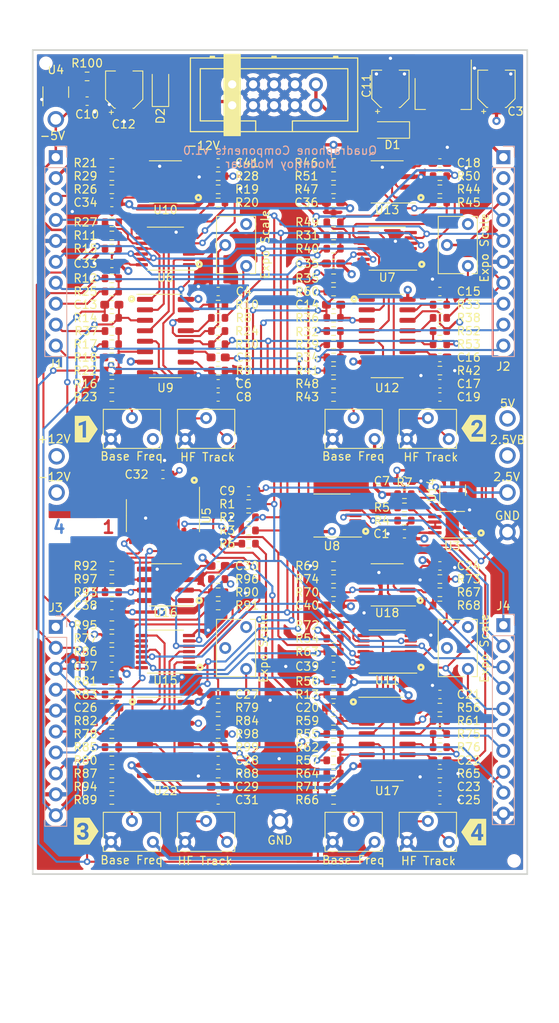
<source format=kicad_pcb>
(kicad_pcb (version 20211014) (generator pcbnew)
  (layers (0 "F.Cu" signal) (1 "In1.Cu" power "Ground") (2 "In2.Cu" power "Power") (31 "B.Cu" signal) (34 "B.Paste" user) (35 "F.Paste" user) (36 "B.SilkS" user "B.Silkscreen") (37 "F.SilkS" user "F.Silkscreen") (38 "B.Mask" user) (39 "F.Mask" user) (44 "Edge.Cuts" user))
  (net 0 "")
  (net 1 "GND")
  (net 2 "+2V5")
  (net 3 "+12V")
  (net 4 "+5V")
  (net 5 "Net-(C4-Pad1)")
  (net 6 "Net-(C5-Pad1)")
  (net 7 "Net-(Base_Freq_Trim1-Pad2)")
  (net 8 "Net-(C6-Pad1)")
  (net 9 "Net-(Base_Freq_Trim2-Pad2)")
  (net 10 "-12V")
  (net 11 "Net-(C8-Pad2)")
  (net 12 "Net-(Base_Freq_Trim3-Pad2)")
  (net 13 "Net-(Base_Freq_Trim4-Pad2)")
  (net 14 "/LIN_FREQ_IN")
  (net 15 "/Linear_Frequency")
  (net 16 "/OSCVoice1/PWM_Control")
  (net 17 "/OSCVoice2/PWM_Control")
  (net 18 "Net-(C15-Pad1)")
  (net 19 "Net-(C16-Pad1)")
  (net 20 "-5V")
  (net 21 "Net-(C17-Pad1)")
  (net 22 "Net-(C19-Pad2)")
  (net 23 "/OSCVoice4/PWM_Control")
  (net 24 "Net-(C21-Pad1)")
  (net 25 "Net-(C22-Pad1)")
  (net 26 "Net-(C23-Pad1)")
  (net 27 "Net-(C25-Pad2)")
  (net 28 "/OSCVoice3/PWM_Control")
  (net 29 "Net-(C27-Pad1)")
  (net 30 "Net-(C28-Pad1)")
  (net 31 "Net-(C29-Pad1)")
  (net 32 "Net-(C31-Pad2)")
  (net 33 "/+12V_IN")
  (net 34 "/-12V_IN")
  (net 35 "Net-(HF_Track_Trim1-Pad2)")
  (net 36 "/OSCVoice1/HF_Track")
  (net 37 "Net-(HF_Track_Trim2-Pad2)")
  (net 38 "/OSCVoice2/HF_Track")
  (net 39 "Net-(HF_Track_Trim3-Pad2)")
  (net 40 "/OSCVoice4/HF_Track")
  (net 41 "Net-(HF_Track_Trim4-Pad2)")
  (net 42 "/OSCVoice3/HF_Track")
  (net 43 "/HARD_SYNCH_SW")
  (net 44 "/SOFT_SYNCH_SW")
  (net 45 "/PULSE_SW")
  (net 46 "/TRIANGLE_SW")
  (net 47 "/SAW_SW")
  (net 48 "/PWM_POT")
  (net 49 "/FINE_TUNE")
  (net 50 "/OCT_TUNE")
  (net 51 "/SYNCH_SIGNAL3")
  (net 52 "/V_PER_OCT3")
  (net 53 "/FREQ_MOD3")
  (net 54 "/PWM_CV3")
  (net 55 "/MIX_OUT3")
  (net 56 "/SYNCH_SIGNAL4")
  (net 57 "/V_PER_OCT4")
  (net 58 "/FREQ_MOD4")
  (net 59 "/PWM_CV4")
  (net 60 "/MIX_OUT4")
  (net 61 "/SYNCH_SIGNAL1")
  (net 62 "/V_PER_OCT1")
  (net 63 "/FREQ_MOD1")
  (net 64 "/PWM_CV1")
  (net 65 "/MIX_OUT1")
  (net 66 "/SYNCH_SIGNAL2")
  (net 67 "/V_PER_OCT2")
  (net 68 "/FREQ_MOD2")
  (net 69 "/PWM_CV2")
  (net 70 "/MIX_OUT2")
  (net 71 "/PWM_CV")
  (net 72 "/OSCVoice1/Expo_Freq")
  (net 73 "/OSCVoice1/MIX_1")
  (net 74 "/OSCVoice1/Linear_Frequency")
  (net 75 "Net-(R26-Pad2)")
  (net 76 "/OSCVoice2/Expo_Freq")
  (net 77 "/OSCVoice2/MIX_1")
  (net 78 "Net-(R47-Pad2)")
  (net 79 "/OSCVoice2/Linear_Frequency")
  (net 80 "/OSCVoice4/Expo_Freq")
  (net 81 "/OSCVoice4/MIX_1")
  (net 82 "Net-(R70-Pad2)")
  (net 83 "/OSCVoice4/Linear_Frequency")
  (net 84 "/OSCVoice3/Expo_Freq")
  (net 85 "/OSCVoice3/MIX_1")
  (net 86 "Net-(R93-Pad2)")
  (net 87 "/OSCVoice3/Linear_Frequency")
  (net 88 "/OSCVoice1/Triangle_Out")
  (net 89 "/OSCVoice1/Pulse_Out")
  (net 90 "/OSCVoice2/Triangle_Out")
  (net 91 "/OSCVoice2/Pulse_Out")
  (net 92 "/OSCVoice1/Saw_Out")
  (net 93 "/OSCVoice2/Saw_Out")
  (net 94 "/OSCVoice3/Saw_Out")
  (net 95 "/OSCVoice4/Saw_Out")
  (net 96 "/OSCVoice4/Triangle_Out")
  (net 97 "/OSCVoice4/Pulse_Out")
  (net 98 "/OSCVoice3/Triangle_Out")
  (net 99 "/OSCVoice3/Pulse_Out")
  (net 100 "/OSCVoice1/Triangle_Mix")
  (net 101 "/OSCVoice1/Pulse_Mix")
  (net 102 "/OSCVoice1/Saw_Mix")
  (net 103 "/OSCVoice2/Triangle_Mix")
  (net 104 "/OSCVoice2/Pulse_Mix")
  (net 105 "/OSCVoice2/Saw_Mix")
  (net 106 "/OSCVoice4/Triangle_Mix")
  (net 107 "/OSCVoice4/Pulse_Mix")
  (net 108 "/OSCVoice4/Saw_Mix")
  (net 109 "/OSCVoice3/Triangle_Mix")
  (net 110 "/OSCVoice3/Pulse_Mix")
  (net 111 "/OSCVoice3/Saw_Mix")
  (net 112 "/OSCVoice1/Soft_Synch")
  (net 113 "/OSCVoice1/Hard_Synch")
  (net 114 "/OSCVoice2/Soft_Synch")
  (net 115 "/OSCVoice2/Hard_Synch")
  (net 116 "/OSCVoice4/Soft_Synch")
  (net 117 "/OSCVoice4/Hard_Synch")
  (net 118 "/OSCVoice3/Soft_Synch")
  (net 119 "/OSCVoice3/Hard_Synch")
  (net 120 "/OSCVoice1/BW_Comp")
  (net 121 "/OSCVoice2/BW_Comp")
  (net 122 "/OSCVoice4/BW_Comp")
  (net 123 "/OSCVoice3/BW_Comp")
  (net 124 "/OSCVoice1/Op_Amp_Mix")
  (net 125 "/OSCVoice2/Op_Amp_Mix")
  (net 126 "/OSCVoice4/Op_Amp_Mix")
  (net 127 "/OSCVoice3/Op_Amp_Mix")
  (net 128 "/OSCVoice1/PWM_Opamp_Mix")
  (net 129 "/OSCVoice2/PWM_Opamp_Mix")
  (net 130 "/OSCVoice4/PWM_Opamp_Mix")
  (net 131 "/OSCVoice3/PWM_Opamp_Mix")
  (net 132 "/2.5V_Test")
  (net 133 "Net-(Expo_Trim1-Pad1)")
  (net 134 "Net-(U3-Pad1)")
  (net 135 "Net-(Expo_Trim2-Pad1)")
  (net 136 "Net-(Expo_Trim3-Pad1)")
  (net 137 "Net-(Expo_Trim4-Pad1)")
  (net 138 "Net-(R5-Pad1)")
  (net 139 "Net-(R8-Pad1)")
  (net 140 "Net-(R38-Pad1)")
  (net 141 "Net-(R61-Pad1)")
  (net 142 "Net-(R84-Pad1)")
  (footprint "Capacitor_SMD:C_0603_1608Metric_Pad1.08x0.95mm_HandSolder" (layer "F.Cu") (at 86.5 117.4 180)
    (fp_text reference "C40")
    (fp_text value "100nF")
  )
  (footprint "Custom_Footprints:1.3mm_Test_Point" (layer "F.Cu") (at 52.8 58.4)
    (fp_text reference "TP6" hide)
    (fp_text value "TestPoint")
  )
  (footprint "Potentiometer_THT:Potentiometer_Bourns_3266W_Vertical" (layer "F.Cu") (at 68.5 146.1 180)
    (fp_text reference "HF_Track_Trim3" hide)
    (fp_text value "5k")
  )
  (footprint "Resistor_SMD:R_0603_1608Metric" (layer "F.Cu") (at 76.2 106.7)
    (fp_text reference "R2")
    (fp_text value "14k")
  )
  (footprint "Capacitor_SMD:C_0603_1608Metric_Pad1.08x0.95mm_HandSolder" (layer "F.Cu") (at 72.5 141 180)
    (fp_text reference "C31")
    (fp_text value "3.9nF")
  )
  (footprint "Potentiometer_THT:Potentiometer_Bourns_3266W_Vertical" (layer "F.Cu") (at 68.5 97.2 180)
    (fp_text reference "HF_Track_Trim1" hide)
    (fp_text value "5k")
  )
  (footprint "Capacitor_SMD:C_0603_1608Metric_Pad1.08x0.95mm_HandSolder" (layer "F.Cu") (at 72.5 79.3 180)
    (fp_text reference "C4")
    (fp_text value "10nF")
  )
  (footprint "Capacitor_SMD:C_0603_1608Metric_Pad1.08x0.95mm_HandSolder" (layer "F.Cu") (at 99.4 87.3)
    (fp_text reference "C16")
    (fp_text value "10nF")
  )
  (footprint "Resistor_SMD:R_0603_1608Metric" (layer "F.Cu") (at 59.6 131.4 180)
    (fp_text reference "R82")
    (fp_text value "13k")
  )
  (footprint "Potentiometer_THT:Potentiometer_Bourns_3266W_Vertical" (layer "F.Cu") (at 86.4 146.1 180)
    (fp_text reference "Base_Freq_Trim4" hide)
    (fp_text value "5k")
  )
  (footprint "Resistor_SMD:R_0603_1608Metric" (layer "F.Cu") (at 72.5 82.5)
    (fp_text reference "R8")
    (fp_text value "22k")
  )
  (footprint "Potentiometer_THT:Potentiometer_Bourns_3266W_Vertical" (layer "F.Cu") (at 102.8 76.2 -90)
    (fp_text reference "Expo_Trim2" hide)
    (fp_text value "5k")
  )
  (footprint "Resistor_SMD:R_0603_1608Metric" (layer "F.Cu") (at 59.6 119.8 180)
    (fp_text reference "R95")
    (fp_text value "30k")
  )
  (footprint "Resistor_SMD:R_0603_1608Metric" (layer "F.Cu") (at 86.5 92.1 180)
    (fp_text reference "R43")
    (fp_text value "49.9k")
  )
  (footprint "Resistor_SMD:R_0603_1608Metric" (layer "F.Cu") (at 95.1 107.1 180)
    (fp_text reference "R4")
    (fp_text value "14k")
  )
  (footprint "Resistor_SMD:R_0603_1608Metric" (layer "F.Cu") (at 86.5 128.2 180)
    (fp_text reference "R13")
    (fp_text value "100k")
  )
  (footprint "Package_SO:SOIC-8_3.9x4.9mm_P1.27mm" (layer "F.Cu") (at 93 114.9 180)
    (fp_text reference "U18")
    (fp_text value "TL072")
  )
  (footprint "Package_TO_SOT_SMD:SOT-23" (layer "F.Cu") (at 100.95 103.4 90)
    (fp_text reference "U14")
    (fp_text value "LM4040DBZ-2.5")
  )
  (footprint "Capacitor_SMD:C_0603_1608Metric_Pad1.08x0.95mm_HandSolder" (layer "F.Cu") (at 76.2 103.5 180)
    (fp_text reference "C9")
    (fp_text value "1uF")
  )
  (footprint "Custom_Footprints:1.3mm_Test_Point" (layer "F.Cu") (at 52.9 103.7)
    (fp_text reference "TP7" hide)
    (fp_text value "TestPoint")
  )
  (footprint "Package_SO:SOIC-14_3.9x8.7mm_P1.27mm" (layer "F.Cu") (at 65.8 106.5 -90)
    (fp_text reference "U5")
    (fp_text value "MCP6004")
  )
  (footprint "Package_SO:MSOP-8_3x3mm_P0.65mm" (layer "F.Cu") (at 100.9 107.6 180)
    (fp_text reference "U3")
    (fp_text value "MCP6002")
  )
  (footprint "Resistor_SMD:R_0603_1608Metric" (layer "F.Cu") (at 86.5 85.7)
    (fp_text reference "R39")
    (fp_text value "100k")
  )
  (footprint "Resistor_SMD:R_0603_1608Metric" (layer "F.Cu") (at 59.6 88.9)
    (fp_text reference "R22")
    (fp_text value "49.9k")
  )
  (footprint "Resistor_SMD:R_0603_1608Metric" (layer "F.Cu") (at 86.5 137.8)
    (fp_text reference "R64")
    (fp_text value "49.9k")
  )
  (footprint "Capacitor_SMD:C_0603_1608Metric_Pad1.08x0.95mm_HandSolder" (layer "F.Cu") (at 59.6 75.9 180)
    (fp_text reference "C33")
    (fp_text value "100nF")
  )
  (footprint "Resistor_SMD:R_0603_1608Metric" (layer "F.Cu") (at 72.5 88.9 180)
    (fp_text reference "R9")
    (fp_text value "10k")
  )
  (footprint "kibuzzard-63D3EB2D" (layer "F.Cu") (at 56.5 144.8)
    (fp_text reference "kibuzzard-63D3EB2D" hide)
    (fp_text value "G***" hide)
  )
  (footprint "Resistor_SMD:R_0603_1608Metric" (layer "F.Cu") (at 99.4 66.9)
    (fp_text reference "R44")
    (fp_text value "30k")
  )
  (footprint "Resistor_SMD:R_0603_1608Metric" (layer "F.Cu") (at 59.6 72.5 180)
    (fp_text reference "R11")
    (fp_text value "47k")
  )
  (footprint "Package_SO:TSSOP-14_4.4x5mm_P0.65mm" (layer "F.Cu") (at 66.1 123 180)
    (fp_text reference "U15")
    (fp_text value "4066")
  )
  (footprint "Potentiometer_THT:Potentiometer_Bourns_3266W_Vertical" (layer "F.Cu") (at 59.5 97.2 180)
    (fp_text reference "Base_Freq_Trim1" hide)
    (fp_text value "5k")
  )
  (footprint "Resistor_SMD:R_0603_1608Metric" (layer "F.Cu") (at 59.6 63.7)
    (fp_text reference "R21")
    (fp_text value "120k")
  )
  (footprint "Capacitor_SMD:CP_Elec_4x5.8" (layer "F.Cu") (at 93.4 54.7 90)
    (fp_text reference "C11")
    (fp_text value "22uF")
  )
  (footprint "kibuzzard-63D3EB3D" (layer "F.Cu") (at 103.5 144.9)
    (fp_text reference "kibuzzard-63D3EB3D" hide)
    (fp_text value "G***" hide)
  )
  (footprint "Resistor_SMD:R_0603_1608Metric" (layer "F.Cu") (at 59.6 65.3)
    (fp_text reference "R29")
    (fp_text value "18k")
  )
  (footprint "Resistor_SMD:R_0603_1608Metric" (layer "F.Cu") (at 72.5 117.4)
    (fp_text reference "R91")
    (fp_text value "30k")
  )
  (footprint "Potentiometer_THT:Potentiometer_Bourns_3266W_Vertical" (layer "F.Cu") (at 75.9 125.1 -90)
    (fp_text reference "Expo_Trim3" hide)
    (fp_text value "5k")
  )
  (footprint "Capacitor_SMD:C_0603_1608Metric_Pad1.08x0.95mm_HandSolder" (layer "F.Cu") (at 99.4 136.2)
    (fp_text reference "C22")
    (fp_text value "10nF")
  )
  (footprint "Resistor_SMD:R_0603_1608Metric" (layer "F.Cu") (at 59.6 121.4 180)
    (fp_text reference "R77")
    (fp_text value "47k")
  )
  (footprint "Resistor_SMD:R_0603_1608Metric" (layer "F.Cu") (at 86.5 87.3)
    (fp_text reference "R34")
    (fp_text value "49.9k")
  )
  (footprint "Resistor_SMD:R_0603_1608Metric" (layer "F.Cu") (at 59.6 87.3)
    (fp_text reference "R18")
    (fp_text value "49.9k")
  )
  (footprint "Resistor_SMD:R_0603_1608Metric" (layer "F.Cu") (at 59.6 112.6)
    (fp_text reference "R92")
    (fp_text value "120k")
  )
  (footprint "Package_SO:SOIC-8_3.9x4.9mm_P1.27mm" (layer "F.Cu") (at 93 66 180)
    (fp_text reference "U13")
    (fp_text value "TL072")
  )
  (footprint "Capacitor_SMD:C_0603_1608Metric_Pad1.08x0.95mm_HandSolder" (layer "F.Cu") (at 86.5 75.9 180)
    (fp_text reference "C35")
    (fp_text value "100nF")
  )
  (footprint "Capacitor_SMD:C_0603_1608Metric_Pad1.08x0.95mm_HandSolder" (layer "F.Cu") (at 99.4 112.6)
    (fp_text reference "C24")
    (fp_text value "100nF")
  )
  (footprint "Resistor_SMD:R_0603_1608Metric" (layer "F.Cu") (at 95.1 103.9)
    (fp_text reference "R7")
    (fp_text value "2k7")
  )
  (footprint "Resistor_SMD:R_0603_1608Metric" (layer "F.Cu") (at 86.5 77.7 180)
    (fp_text reference "R35")
    (fp_text value "120k")
  )
  (footprint "Capacitor_SMD:C_0603_1608Metric_Pad1.08x0.95mm_HandSolder" (layer "F.Cu") (at 72.5 139.4 180)
    (fp_text reference "C29")
    (fp_text value "10nF")
  )
  (footprint "Capacitor_SMD:C_0603_1608Metric_Pad1.08x0.95mm_HandSolder" (layer "F.Cu") (at 99.4 92.1 180)
    (fp_text reference "C19")
    (fp_text value "3.9nF")
  )
  (footprint "Resistor_SMD:R_0603_1608Metric" (layer "F.Cu") (at 95.1 105.5 180)
    (fp_text reference "R5")
    (fp_text value "100")
  )
  (footprint "Resistor_SMD:R_0603_1608Metric" (layer "F.Cu") (at 99.4 114.2)
    (fp_text reference "R73")
    (fp_text value "120k")
  )
  (footprint "Custom_Footprints:1.3mm_Test_Point" (layer "F.Cu") (at 107.6 108.5)
    (fp_text reference "TP5" hide)
    (fp_text value "TestPoint")
  )
  (footprint "Package_SO:SOIC-8_3.9x4.9mm_P1.27mm" (layer "F.Cu") (at 66.1 114.9 180)
    (fp_text reference "U16")
    (fp_text value "TL072")
  )
  (footprint "Resistor_SMD:R_0603_1608Metric" (layer "F.Cu") (at 86.5 72.5 180)
    (fp_text reference "R31")
    (fp_text value "47k")
  )
  (footprint "Potentiometer_THT:Potentiometer_Bourns_3266W_Vertical" (layer "F.Cu") (at 102.8 125.1 -90)
    (fp_text reference "Expo_Trim4" hide)
    (fp_text value "5k")
  )
  (footprint "Resistor_SMD:R_0603_1608Metric" (layer "F.Cu") (at 99.4 133)
    (fp_text reference "R75")
    (fp_text value "499k")
  )
  (footprint "Resistor_SMD:R_0603_1608Metric" (layer "F.Cu") (at 59.6 139.4 180)
    (fp_text reference "R94")
    (fp_text value "267")
  )
  (footprint "Resistor_SMD:R_0603_1608Metric" (layer "F.Cu") (at 99.4 134.6 180)
    (fp_text reference "R76")
    (fp_text value "1M")
  )
  (footprint "Capacitor_SMD:C_0603_1608Metric_Pad1.08x0.95mm_HandSolder" (layer "F.Cu") (at 72.5 90.5 180)
    (fp_text reference "C6")
    (fp_text value "10nF")
  )
  (footprint "Resistor_SMD:R_0603_1608Metric" (layer "F.Cu") (at 72.5 84.1 180)
    (fp_text reference "R24")
    (fp_text value "499k")
  )
  (footprint "Resistor_SMD:R_0603_1608Metric" (layer "F.Cu") (at 86.5 84.1)
    (fp_text reference "R32")
    (fp_text value "49.9k")
  )
  (footprint "Resistor_SMD:R_0603_1608Metric" (layer "F.Cu") (at 86.5 123 180)
    (fp_text reference "R63")
    (fp_text value "100k")
  )
  (footprint "Capacitor_SMD:C_0603_1608Metric_Pad1.08x0.95mm_HandSolder" (layer "F.Cu") (at 59.6 129.8)
    (fp_text reference "C26")
    (fp_text value "1nF")
  )
  (footprint "Capacitor_SMD:C_0603_1608Metric_Pad1.08x0.95mm_HandSolder" (layer "F.Cu") (at 99.4 141 180)
    (fp_text reference "C25")
    (fp_text value "3.9nF")
  )
  (footprint "Resistor_SMD:R_0603_1608Metric" (layer "F.Cu") (at 86.5 114.2)
    (fp_text reference "R74")
    (fp_text value "18k")
  )
  (footprint "Package_SO:TSSOP-14_4.4x5mm_P0.65mm" (layer "F.Cu") (at 93 123 180)
    (fp_text reference "U11")
    (fp_text value "4066")
  )
  (footprint "Resistor_SMD:R_0603_1608Metric" (layer "F.Cu") (at 86.5 141 180)
    (fp_text reference "R66")
    (fp_text value "49.9k")
  )
  (footprint "Resistor_SMD:R_0603_1608Metric" (layer "F.Cu") (at 59.6 141 180)
    (fp_text reference "R89")
    (fp_text value "49.9k")
  )
  (footprint "Capacitor_SMD:C_0603_1608Metric_Pad1.08x0.95mm_HandSolder" (layer "F.Cu") (at 72.5 128.2 180)
    (fp_text reference "C27")
    (fp_text value "10nF")
  )
  (footprint "Resistor_SMD:R_0603_1608Metric" (layer "F.Cu") (at 99.4 117.4)
    (fp_text reference "R68")
    (fp_text value "30k")
  )
  (footprint "Resistor_SMD:R_0603_1608Metric" (layer "F.Cu") (at 72.5 115.8)
    (fp_text reference "R90")
    (fp_text value "30k")
  )
  (footprint "Resistor_SMD:R_0603_1608Metric" (layer "F.Cu") (at 59.6 85.7)
    (fp_text reference "R17")
    (fp_text value "100k")
  )
  (footprint "Capacitor_SMD:CP_Elec_4x5.8" (layer "F.Cu") (at 61.1 54.8 90)
    (fp_text reference "C12")
    (fp_text value "22uF")
  )
  (footprint "Resistor_SMD:R_0603_1608Metric" (layer "F.Cu") (at 59.6 137.8)
    (fp_text reference "R87")
    (fp_text value "49.9k")
  )
  (footprint "Capacitor_SMD:C_0603_1608Metric_Pad1.08x0.95mm_HandSolder" (layer "F.Cu") (at 86.5 68.5 180)
    (fp_text reference "C36")
    (fp_text value "100nF")
  )
  (footprint "Capacitor_SMD:C_0603_1608Metric_Pad1.08x0.95mm_HandSolder" (layer "F.Cu") (at 99.4 79.3 180)
    (fp_text reference "C15")
    (fp_text value "10nF")
  )
  (footprint "Resistor_SMD:R_0603_1608Metric" (layer "F.Cu") (at 86.5 134.6)
    (fp_text reference "R62")
    (fp_text value "100k")
  )
  (footprint "Capacitor_SMD:C_0603_1608Metric_Pad1.08x0.95mm_HandSolder" (layer "F.Cu") (at 99.4 128.2 180)
    (fp_text reference "C21")
    (fp_text value "10nF")
  )
  (footprint "Custom_Footprints:1.3mm_Test_Point" (layer "F.Cu") (at 107.6 103.7)
    (fp_text reference "TP8" hide)
    (fp_text value "TestPoint")
  )
  (footprint "Resistor_SMD:R_0603_1608Metric" (layer "F.Cu") (at 99.4 84.1)
    (fp_text reference "R52")
    (fp_text value "499k")
  )
  (footprint "Resistor_SMD:R_0603_1608Metric" (layer "F.Cu") (at 59.6 92.1 180)
    (fp_text reference "R23")
    (fp_text value "49.9k")
  )
  (footprint "Custom_Footprints:1.3mm_Test_Point" (layer "F.Cu") (at 107.6 94.7)
    (fp_text reference "TP2" hide)
    (fp_text value "TestPoint")
  )
  (footprint "Capacitor_SMD:C_0603_1608Metric_Pad1.08x0.95mm_HandSolder" (layer "F.Cu") (at 95.1 108.7 180)
    (fp_text reference "C1")
    (fp_text value "1uF")
  )
  (footprint "Capacitor_SMD:C_0603_1608Metric_Pad1.08x0.95mm_HandSolder" (layer "F.Cu") (at 72.5 92.1 180)
    (fp_text reference "C8")
    (fp_text value "3.9nF")
  )
  (footprint "Capacitor_SMD:C_0603_1608Metric_Pad1.08x0.95mm_HandSolder" (layer "F.Cu") (at 86.5 124.8 180)
    (fp_text reference "C39")
    (fp_text value "100nF")
  )
  (footprint "Custom_Footprints:1.3mm_Test_Point" (layer "F.Cu") (at 80 143.6)
    (fp_text reference "TP4" hide)
    (fp_text value "TestPoint")
  )
  (footprint "Resistor_SMD:R_0603_1608Metric" (layer "F.Cu") (at 86.5 66.9 180)
    (fp_text reference "R47")
    (fp_text value "36k")
  )
  (footprint "Diode_SMD:D_SOD-123" (layer "F.Cu") (at 65.5 54.6 90)
    (fp_text reference "D2")
    (fp_text value "1N5819")
  )
  (footprint "Potentiometer_THT:Potentiometer_Bourns_3266W_Vertical" (layer "F.Cu") (at 86.4 97.2 180)
    (fp_text reference "Base_Freq_Trim2" hide)
    (fp_text value "5k")
  )
  (footprint "Custom_Footprints:JLC_SMT_Tooling_Hole" (layer "F.Cu") (at 51.6 51.6)
    (fp_text reference "REF**" hide)
    (fp_text value "JL_SMT_Assembly" hide)
  )
  (footprint "Resistor_SMD:R_0603_1608Metric" (layer "F.Cu") (at 99.4 82.5)
    (fp_text reference "R38")
    (fp_text value "22k")
  )
  (footprint "Package_SO:TSSOP-14_4.4x5mm_P0.65mm" (layer "F.Cu") (at 93 74.1 180)
    (fp_text reference "U7")
    (fp_text value "4066")
  )
  (footprint "Resistor_SMD:R_0603_1608Metric" (layer "F.Cu") (at 56.6 53.2 180)
    (fp_text reference "R100")
    (fp_text value "2.2k")
  )
  (footprint "Resistor_SMD:R_0603_1608Metric" (layer "F.Cu") (at 72.5 66.9)
    (fp_text reference "R19")
    (fp_text value "30k")
  )
  (footprint "Capacitor_SMD:C_0603_1608Metric_Pad1.08x0.95mm_HandSolder" (layer "F.Cu") (at 72.5 63.7)
    (fp_text reference "C41")
    (fp_text value "100nF")
  )
  (footprint "Capacitor_SMD:C_0603_1608Metric_Pad1.08x0.95mm_HandSolder" (layer "F.Cu") (at 59.6 68.5 180)
    (fp_text reference "C34")
    (fp_text value "100nF")
  )
  (footprint "Resistor_SMD:R_0603_1608Metric" (layer "F.Cu") (at 59.6 84.1)
    (fp_text reference "R37")
    (fp_text value "49.9k")
  )
  (footprint "Resistor_SMD:R_0603_1608Metric" (layer "F.Cu") (at 86.5 79.3 180)
    (fp_text reference "R60")
    (fp_text value "100k")
  )
  (footprint "Resistor_SMD:R_0603_1608Metric" (layer "F.Cu") (at 99.4 115.8)
    (fp_text reference "R67")
    (fp_text value "30k")
  )
  (footprint "Resistor_SMD:R_0603_1608Metric" (layer "F.Cu") (at 99.4 68.5)
    (fp_text reference "R45")
    (fp_text value "30k")
  )
  (footprint "Capacitor_SMD:C_0603_1608Metric_Pad1.08x0.95mm_HandSolder" (layer "F.Cu") (at 59.6 80.9)
    (fp_text reference "C13")
    (fp_text value "1nF")
  )
  (footprint "Capacitor_SMD:C_0603_1608Metric_Pad1.08x0.95mm_HandSolder" (layer "F.Cu") (at 56.6 56.2)
    (fp_text reference "C10")
    (fp_text value "100nF")
  )
  (footprint "Resistor_SMD:R_0603_1608Metric" (layer "F.Cu") (at 99.4 129.8)
    (fp_text reference "R56")
    (fp_text value "267")
  )
  (footprint "Resistor_SMD:R_0603_1608Metric" (layer "F.Cu") (at 59.6 79.3 180)
    (fp_text reference "R25")
    (fp_text value "100k")
  )
  (footprint "Resistor_SMD:R_0603_1608Metric" (layer "F.Cu") (at 59.6 128.2 180)
    (fp_text reference "R83")
    (fp_text value "100k")
  )
  (footprint "Resistor_SMD:R_0603_1608Metric" (layer "F.Cu") (at 72.5 137.8 180)
    (fp_text reference "R88")
    (fp_text value "10k")
  )
  (footprint "Resistor_SMD:R_0603_1608Metric" (layer "F.Cu") (at 59.6 77.7 180)
    (fp_text reference "R12")
    (fp_text value "120k")
  )
  (footprint "Resistor_SMD:R_0603_1608Metric" (layer "F.Cu") (at 72.5 80.9)
    (fp_text reference "R10")
    (fp_text value "267")
  )
  (footprint "Potentiometer_THT:Potentiometer_Bourns_3266W_Vertical" (layer "F.Cu") (at 75.9 76.2 -90)
    (fp_text reference "Expo_Trim1" hide)
    (fp_text value "5k")
  )
  (footprint "Capacitor_SMD:C_0603_1608Metric_Pad1.08x0.95mm_HandSolder" (layer "F.Cu") (at 72.5 112.6)
    (fp_text reference "C30")
    (fp_text value "100nF")
  )
  (footprint "Resistor_SMD:R_0603_1608Metric" (layer "F.Cu") (at 86.5 112.6)
    (fp_text reference "R69")
    (fp_text value "120k")
  )
  (footprint "Resistor_SMD:R_0603_1608Metric" (layer "F.Cu") (at 59.6 126.6 180)
    (fp_text reference "R81")
    (fp_text value "120k")
  )
  (footprint "Resistor_SMD:R_0603_1608Metric" (layer "F.Cu") (at 99.4 131.4)
    (fp_text reference "R61")
    (fp_text value "22k")
  )
  (footprint "Resistor_SMD:R_0603_1608Metric" (layer "F.Cu") (at 72.5 129.8)
    (fp_text reference "R79")
    (fp_text value "267")
  )
  (footprint "Resistor_SMD:R_0603_1608Metric" (layer "F.Cu") (at 86.5 63.7)
    (fp_text reference "R46")
    (fp_text value "120k")
  )
  (footprint "Diode_SMD:D_SOD-123" (layer "F.Cu") (at 93.46875 59.7 180)
    (fp_text reference "D1")
    (fp_text value "1N5819")
  )
  (footprint "Resistor_SMD:R_0603_1608Metric" (layer "F.Cu") (at 86.5 82.5 180)
    (fp_text reference "R36")
    (fp_text value "13k")
  )
  (footprint "Resistor_SMD:R_0603_1608Metric" (layer "F.Cu") (at 72.5 133)
    (fp_text reference "R98")
    (fp_text value "499k")
  )
  (footprint "Package_SO:SOIC-16_3.9x9.9mm_P1.27mm" (layer "F.Cu") (at 66.1 133.6)
    (fp_text reference "U22")
    (fp_text value "SSI2131")
  )
  (footprint "Resistor_SMD:R_0603_1608Metric" (layer "F.Cu") (at 99.4 80.9)
    (fp_text reference "R33")
    (fp_text value "267")
  )
  (footprint "Resistor_SMD:R_0603_1608Metric" (layer "F.Cu") (at 86.5 88.9)
    (fp_text reference "R41")
    (fp_text value "49.9k")
  )
  (footprint "Resistor_SMD:R_0603_1608Metric" (layer "F.Cu") (at 72.5 85.7 180)
    (fp_text reference "R30")
    (fp_text value "1M")
  )
  (footprint "Package_SO:SOIC-16_3.9x9.9mm_P1.27mm" (layer "F.Cu") (at 93 133.6)
    (fp_text reference "U17")
    (fp_text value "SSI2131")
  )
  (footprint "Resistor_SMD:R_0603_1608Metric" (layer "F.Cu") (at 72.5 131.4)
    (fp_text reference "R84")
    (fp_text value "22k")
  )
  (footprint "Capacitor_SMD:C_0603_1608Metric_Pad1.08x0.95mm_HandSolder" (layer "F.Cu") (at 95.1 102.3 180)
    (fp_text reference "C7")
    (fp_text value "1uF")
  )
  (footprint "Resistor_SMD:R_0603_1608Metric" (layer "F.Cu") (at 86.5 90.5 180)
    (fp_text reference "R48")
    (fp_text value "267")
  )
  (footprint "Resistor_SMD:R_0603_1608Metric" (layer "F.Cu") (at 72.5 68.5)
    (fp_text reference "R20")
    (fp_text value "30k")
  )
  (footprint "Resistor_SMD:R_0603_1608Metric" (layer "F.Cu") (at 99.4 65.3)
    (fp_text reference "R50")
    (fp_text value "120k")
  )
  (footprint "Resistor_SMD:R_0603_1608Metric" (layer "F.Cu") (at 86.5 133)
    (fp_text reference "R55")
    (fp_text value "49.9k")
  )
  (footprint "Capacitor_SMD:C_0603_1608Metric_Pad1.08x0.95mm_HandSolder" (layer "F.Cu") (at 99.4 90.5 180)
    (fp_text reference "C17")
    (fp_text value "10nF")
  )
  (footprint "Potentiometer_THT:Potentiometer_Bourns_3266W_Vertical" (layer "F.Cu") (at 59.5 146.1 180)
    (fp_text reference "Base_Freq_Trim3" hide)
    (fp_text value "5k")
  )
  (footprint "Capacitor_SMD:C_0603_1608Metric_Pad1.08x0.95mm_HandSolder" (layer "F.Cu") (at 65.8 101.5 180)
    (fp_text reference "C32")
    (fp_text value "100nF")
  )
  (footprint "Package_TO_SOT_SMD:SOT-23" (layer "F.Cu") (at 52.8 55.1 90)
    (fp_text reference "U4")
    (fp_text value "LM4040DBZ-5")
  )
  (footprint "Capacitor_SMD:C_0603_1608Metric_Pad1.08x0.95mm_HandSolder" (layer "F.Cu") (at 99.4 63.7)
    (fp_text reference "C18")
    (fp_text value "100nF")
  )
  (footprint "Capacitor_SMD:C_0603_1608Metric_Pad1.08x0.95mm_HandSolder" (layer "F.Cu") (at 59.6 124.8 180)
    (fp_text reference "C37")
    (fp_text value "100nF")
  )
  (footprint "Capacitor_SMD:C_0603_1608Metric_Pad1.08x0.95mm_HandSolder" (layer "F.Cu") (at 86.5 80.9)
    (fp_text reference "C14")
    (fp_text value "1nF")
  )
  (footprint "Resistor_SMD:R_0603_1608Metric" (layer "F.Cu") (at 59.6 134.6)
    (fp_text reference "R85")
    (fp_text value "100k")
  )
  (footprint "Resistor_SMD:R_0603_1608Metric" (layer "F.Cu") (at 59.6 90.5 180)
    (fp_text reference "R16")
    (fp_text value "267")
  )
  (footprint "Capacitor_SMD:CP_Elec_4x5.7" (layer "F.Cu") (at 106.26875 54.7 90)
    (fp_text reference "C3")
    (fp_text value "10uF")
  )
  (footprint "Resistor_SMD:R_0603_1608Metric" (layer "F.Cu") (at 59.6 136.2)
    (fp_text reference "R80")
    (fp_text value "49.9k")
  )
  (footprint "Resistor_SMD:R_0603_1608Metric" (layer "F.Cu") (at 86.5 119.8 180)
    (fp_text reference "R72")
    (fp_text value "30k")
  )
  (footprint "Resistor_SMD:R_0603_1608Metric" (layer "F.Cu") (at 86.5 139.4 180)
    (fp_text reference "R71")
    (fp_text value "267")
  )
  (footprint "Custom_Footprints:4_Layer_Markers" (layer "F.Cu") (at 56.2 107.9 180)
    (fp_text reference "FID1" hide)
    (fp_text value "4_Layer_Marker")
  )
  (footprint "Capacitor_SMD:C_0603_1608Metric_Pad1.08x0.95mm_HandSolder" (layer "F.Cu") (at 99.4 139.4 180)
    (fp_text reference "C23")
    (fp_text value "10nF")
  )
  (footprint "Resistor_SMD:R_0603_1608Metric" (layer "F.Cu") (at 86.5 136.2)
    (fp_text reference "R57")
    (fp_text value "49.9k")
  )
  (footprint "Package_SO:TSSOP-14_4.4x5mm_P0.65mm" (layer "F.Cu") (at 66.1 74.1 180)
    (fp_text reference "U6")
    (fp_text value "4066")
  )
  (footprint "Resistor_SMD:R_0603_1608Metric" (layer "F.Cu") (at 59.6 123 180)
    (fp_text reference "R86")
    (fp_text value "100k")
  )
  (footprint "Resistor_SMD:R_0603_1608Metric" (layer "F.Cu") (at 72.5 134.6 180)
    (fp_text reference "R99")
    (fp_text value "1M")
  )
  (footprint "Resistor_SMD:R_0603_1608Metric" (layer "F.Cu") (at 86.5 126.6 180)
    (fp_text reference "R58")
    (fp_text value "120k")
  )
  (footprint "Custom_Footprints:1.3mm_Test_Point" (layer "F.Cu") (at 107.6 99.2)
    (fp_text reference "TP3" hide)
    (fp_text value "TestPoint")
  )
  (footprint "Package_SO:TSSOP-14_4.4x5mm_P0.65mm" (layer "F.Cu") (at 86.3 106.487291 180)
    (fp_text reference "U8")
    (fp_text value "4066")
  )
  (footprint "Resistor_SMD:R_0603_1608Metric" (layer "F.Cu") (at 86.5 131.4 180)
    (fp_text reference "R59")
    (fp_text value "13k")
  )
  (footprint "kibuzzard-63D3EB53" (layer "F.Cu") (at 56.5 96)
    (fp_text reference "kibuzzard-63D3EB53" hide)
    (fp_text value "G***" hide)
  )
  (footprint "Custom_Footprints:JLC_SMT_Tooling_Hole" (layer "F.Cu") (at 108.4 148.4)
    (fp_text reference "REF**" hide)
    (fp_text value "JL_SMT_Assembly" hide)
  )
  (footprint "Potentiometer_THT:Potentiometer_Bourns_3266W_Vertical" (layer "F.Cu") (at 95.4 97.2 180)
    (fp_text reference "HF_Track_Trim2" hide)
    (fp_text value "5k")
  )
  (footprint "Package_SO:SOIC-8_3.9x4.9mm_P1.27mm" (layer "F.Cu") (at 66.1 66 180)
    (fp_text reference "U10")
    (fp_text value "TL072")
  )
  (footprint "Resistor_SMD:R_0603_1608Metric" (layer "F.Cu") (at 59.6 133)
    (fp_text reference "R78")
    (fp_text value "49.9k")
  )
  (footprint "Capacitor_SMD:C_0603_1608Metric_Pad1.08x0.95mm_HandSolder" (layer "F.Cu") (at 72.5 87.3)
    (fp_text reference "C5")
    (fp_text value "10nF")
  )
  (footprint "Resistor_SMD:R_0603_1608Metric" (layer "F.Cu") (at 86.5 115.8 180)
    (fp_text reference "R70")
    (fp_text value "36k")
  )
  (footprint "Capacitor_SMD:C_0603_1608Metric_Pad1.08x0.95mm_HandSolder" (layer "F.Cu") (at 86.5 129.8)
    (fp_text reference "C20")
    (fp_text value "1nF")
  )
  (footprint "Resistor_SMD:R_0603_1608Metric" (layer "F.Cu") (at 99.4 88.9 180)
    (fp_text reference "R42")
    (fp_text value "10k")
  )
  (footprint "Potentiometer_THT:Potentiometer_Bourns_3266W_Vertical" (layer "F.Cu") (at 95.4 146.1 180)
    (fp_text reference "HF_Track_Trim4" hide)
    (fp_text value "5k")
  )
  (footprint "Resistor_SMD:R_0603_1608Metric" (layer "F.Cu") (at 86.5 121.4 180)
    (fp_text reference "R54")
    (fp_text value "47k")
  )
  (footprint "Resistor_SMD:R_0603_1608Metric" (layer "F.Cu") (at 99.4 85.7 180)
    (fp_text reference "R53")
    (fp_text value "1M")
  )
  (footprint "kibuzzard-63D3EB0F" (layer "F.Cu") (at 103.5 95.9)
    (fp_text reference "kibuzzard-63D3EB0F" hide)
    (fp_text value "G***" hide)
  )
  (footprint "Package_SO:SOIC-16_3.9x9.9mm_P1.27mm" (layer "F.Cu") (at 66.1 84.7)
    (fp_text reference "U9")
    (fp_text value "SSI2131")
  )
  (footprint "Resistor_SMD:R_0603_1608Metric" (layer "F.Cu") (at 59.6 66.9 180)
    (fp_text reference "R26")
    (fp_text value "36k")
  )
  (footprint "Resistor_SMD:R_0603_1608Metric" (layer "F.Cu") (at 86.5 65.3)
    (fp_text reference "R51")
    (fp_text value "18k")
  )
  (footprint "Custom_Footprints:Eurorack_10_pin_header" (layer "F.Cu") (at 74.2 56.7)
    (fp_text reference "J5" hide)
    (fp_text value "Eurorack_10_pin_power")
  )
  (footprint "Resistor_SMD:R_0603_1608Metric" (layer "F.Cu") (at 99.4 137.8 180)
    (fp_text reference "R65")
    (fp_text value "10k")
  )
  (footprint "Capacitor_SMD:C_0603_1608Metric_Pad1.08x0.95mm_HandSolder" (layer "F.Cu") (at 72.5 136.2)
    (fp_text reference "C28")
    (fp_text value "10nF")
  )
  (footprint "Package_TO_SOT_SMD:SOT-223-3_TabPin2" (layer "F.Cu") (at 99.8 55.3 -90)
    (fp_text reference "U1" hide)
    (fp_text value "AMS1117-5.0")
  )
  (footprint "Resistor_SMD:R_0603_1608Metric" (layer "F.Cu") (at 72.5 65.3)
    (fp_text reference "R28")
    (fp_text value "120k")
  )
  (footprint "Capacitor_SMD:C_0603_1608Metric_Pad1.08x0.95mm_HandSolder" (layer "F.Cu") (at 59.6 117.4 180)
    (fp_text reference "C38")
    (fp_text value "100nF")
  )
  (footprint "Resistor_SMD:R_0603_1608Metric" (layer "F.Cu") (at 76.2 105.1)
    (fp_text reference "R1")
    (fp_text value "14k")
  )
  (footprint "Resistor_SMD:R_0603_1608Metric" (layer "F.Cu") (at 59.6 74.1 180)
    (fp_text reference "R15")
    (fp_text value "100k")
  )
  (footprint "Resistor_SMD:R_0603_1608Metric" (layer "F.Cu") (at 86.5 74.1 180)
    (fp_text reference "R40")
    (fp_text value "100k")
  )
  (footprint "Resistor_SMD:R_0603_1608Metric" (layer "F.Cu") (at 59.6 115.8 180)
    (fp_text reference "R93")
    (fp_text value "36k")
  )
  (footprint "Resistor_SMD:R_0603_1608Metric" (layer "F.Cu") (at 59.6 70.9 180)
    (fp_text reference "R27")
    (fp_text value "30k")
  )
  (footprint "Resistor_SMD:R_0603_1608Metric" (layer "F.Cu") (at 76.2 108.3)
    (fp_text reference "R3")
    (fp_text value "14k")
  )
  (footprint "Custom_Footprints:1.3mm_Test_Point" (layer "F.Cu") (at 52.9 99.3)
    (fp_text reference "TP1" hide)
    (fp_text value "TestPoint")
  )
  (footprint "Resistor_SMD:R_0603_1608Metric" (layer "F.Cu") (at 59.6 114.2)
    (fp_text reference "R97")
    (fp_text value "18k")
  )
  (footprint "Resistor_SMD:R_0603_1608Metric" (layer "F.Cu") (at 86.5 70.9 180)
    (fp_text reference "R49")
    (fp_text value "30k")
  )
  (footprint "Resistor_SMD:R_0603_1608Metric" (layer "F.Cu") (at 59.6 82.5 180)
    (fp_text reference "R14")
    (fp_text value "13k")
  )
  (footprint "Package_SO:SOIC-16_3.9x9.9mm_P1.27mm" (layer "F.Cu") (at 93 84.7)
    (fp_text reference "U12")
    (fp_text value "SSI2131")
  )
  (footprint "Resistor_SMD:R_0603_1608Metric" (layer "F.Cu") (at 72.5 114.2)
    (fp_text reference "R96")
    (fp_text value "120k")
  )
  (footprint "Resistor_SMD:R_0603_1608Metric" (layer "F.Cu") (at 76.2 109.9)
    (fp_text reference "R6")
    (fp_text value "14k")
  )
  (footprint "Connector_PinHeader_2.54mm:PinHeader_1x10_P2.54mm_Vertical" (layer "B.Cu") (at 107.1 119.8 180)
    (fp_text reference "J4")
    (fp_text value "Conn_01x10_Male")
  )
  (footprint "Connector_PinHeader_2.54mm:PinHeader_1x10_P2.54mm_Vertical" (layer "B.Cu") (at 52.8 120 180)
    (fp_text reference "J3")
    (fp_text value "Conn_01x10_Male")
  )
  (footprint "Connector_PinHeader_2.54mm:PinHeader_1x10_P2.54mm_Vertical" (layer "B.Cu") (at 107.1 63 180)
    (fp_text reference "J2")
    (fp_text value "Conn_01x10_Male")
  )
  (footprint "Connector_PinHeader_2.54mm:PinHeader_1x10_P2.54mm_Vertical" (layer "B.Cu") (at 52.8 63 180)
    (fp_text reference "J1")
    (fp_text value "Conn_01x10_Male")
  )
  (gr_circle (center 97.1 67.9) (end 97.241421 67.9) (layer "F.SilkS") (width 0.3) (fill none))
  (gr_circle (center 70.1 67.9) (end 70.241421 67.9) (layer "F.SilkS") (width 0.3) (fill none))
  (gr_circle (center 104.4 108.6) (end 104.541421 108.6) (layer "F.SilkS") (width 0.3) (fill none))
  (gr_circle (center 90.4 108.4) (end 90.541421 108.4) (layer "F.SilkS") (width 0.3) (fill none))
  (gr_circle (center 97 116.8) (end 97.141421 116.8) (layer "F.SilkS") (width 0.3) (fill none))
  (gr_circle (center 70.2 76) (end 70.341421 76) (layer "F.SilkS") (width 0.3) (fill none))
  (gr_circle (center 89 80.2) (end 89.141421 80.2) (layer "F.SilkS") (width 0.3) (fill none))
  (gr_circle (center 70.3 124.9) (end 70.441421 124.9) (layer "F.SilkS") (width 0.3) (fill none))
  (gr_circle (center 70.2 116.8) (end 70.341421 116.8) (layer "F.SilkS") (width 0.3) (fill none))
  (gr_circle (center 88.9 129.1) (end 89.041421 129.1) (layer "F.SilkS") (width 0.3) (fill none))
  (gr_circle (center 62.1 129.1) (end 62.241421 129.1) (layer "F.SilkS") (width 0.3) (fill none))
  (gr_circle (center 62 80.2) (end 62.141421 80.2) (layer "F.SilkS") (width 0.3) (fill none))
  (gr_circle (center 69.6 102.2) (end 69.741421 102.2) (layer "F.SilkS") (width 0.3) (fill none))
  (gr_circle (center 97.2 76) (end 97.341421 76) (layer "F.SilkS") (width 0.3) (fill none))
  (gr_circle (center 97.1 124.9) (end 97.241421 124.9) (layer "F.SilkS") (width 0.3) (fill none))
  (gr_line locked (start 50 50) (end 110 50) (layer "Edge.Cuts") (width 0.2))
  (gr_line locked (start 110 50) (end 110 150) (layer "Edge.Cuts") (width 0.2))
  (gr_line locked (start 50 50) (end 50 150) (layer "Edge.Cuts") (width 0.2))
  (gr_line locked (start 50 150) (end 110 150) (layer "Edge.Cuts") (width 0.2))
  (gr_text "Quadraphone Components v1.0\nMountjoy Modular" (at 80 63) (layer "B.SilkS") (effects (font (size 1 1)) (justify mirror)))
  (gr_text "2.5VB" (at 107.6 97.3) (layer "F.SilkS") (effects (font (size 1 1))))
  (gr_text "HF Track" (at 70.9 148.4) (layer "F.SilkS") (effects (font (size 1 1))))
  (gr_text "5V" (at 107.6 92.9) (layer "F.SilkS") (effects (font (size 1 1))))
  (gr_text "HF Track" (at 98 148.4) (layer "F.SilkS") (effects (font (size 1 1))))
  (gr_text "HF Track" (at 98.3 99.4) (layer "F.SilkS") (effects (font (size 1 1))))
  (gr_text "HF Track" (at 71.2 99.4) (layer "F.SilkS") (effects (font (size 1 1))))
  (gr_text "GND" (at 107.6 106.5) (layer "F.SilkS") (effects (font (size 1 1))))
  (gr_text "Expo Scale" (at 104.8 74 90) (layer "F.SilkS") (effects (font (size 1 1))))
  (gr_text "Base Freq" (at 88.9 99.3) (layer "F.SilkS") (effects (font (size 1 1))))
  (gr_text "Expo Scale" (at 104.8 122.6 90) (layer "F.SilkS") (effects (font (size 1 1))))
  (gr_text "-5V" (at 52.4 60.4) (layer "F.SilkS") (effects (font (size 1 1))))
  (gr_text "GND" (at 80 145.9) (layer "F.SilkS") (effects (font (size 1 1))))
  (gr_text "Expo Scale" (at 78 122.6 90) (layer "F.SilkS") (effects (font (size 1 1))))
  (gr_text "Expo Scale" (at 78.2 73.6 90) (layer "F.SilkS") (effects (font (size 1 1))))
  (gr_text "Base Freq" (at 88.9 148.3) (layer "F.SilkS") (effects (font (size 1 1))))
  (gr_text "2.5V" (at 107.5 101.8) (layer "F.SilkS") (effects (font (size 1 1))))
  (gr_text "Base Freq" (at 62 148.3) (layer "F.SilkS") (effects (font (size 1 1))))
  (gr_text "-12V" (at 52.6 101.8) (layer "F.SilkS") (effects (font (size 1 1))))
  (gr_text "Base Freq" (at 62 99.3) (layer "F.SilkS") (effects (font (size 1 1))))
  (gr_text "+12V" (at 52.6 97.2) (layer "F.SilkS") (effects (font (size 1 1))))
  (segment (start 72.5625 113.4) (end 71.1 113.4) (width 0.25) (layer "F.Cu") (net 1))
  (segment (start 68.9625 121.05) (end 69.35 121.05) (width 0.3) (layer "F.Cu") (net 1))
  (segment (start 67.45 72.15) (end 67.4 72.1) (width 0.3) (layer "F.Cu") (net 1))
  (segment (start 100.2625 112.6) (end 101 112.6) (width 0.3) (layer "F.Cu") (net 1))
  (segment (start 95.475 138.045) (end 96.845 138.045) (width 0.3) (layer "F.Cu") (net 1))
  (segment (start 70 120.4) (end 71.3 120.4) (width 0.3) (layer "F.Cu") (net 1))
  (segment (start 67.07 105.53) (end 65.8 106.8) (width 0.25) (layer "F.Cu") (net 1))
  (segment (start 68.9625 72.15) (end 67.45 72.15) (width 0.3) (layer "F.Cu") (net 1))
  (segment (start 70.2 128.2) (end 68.1 126.1) (width 0.3) (layer "F.Cu") (net 1))
  (segment (start 96.745 89.145) (end 95.475 89.145) (width 0.3) (layer "F.Cu") (net 1))
  (segment (start 98.25 121.05) (end 98.3 121) (width 0.3) (layer "F.Cu") (net 1))
  (segment (start 70.235 114.265) (end 71.1 113.4) (width 0.3) (layer "F.Cu") (net 1))
  (segment (start 73.3625 112.6) (end 72.5625 113.4) (width 0.25) (layer "F.Cu") (net 1))
  (segment (start 101 112.6) (end 101.2 112.8) (width 0.3) (layer "F.Cu") (net 1))
  (segment (start 90.525 112.995) (end 91.595 112.995) (width 0.3) (layer "F.Cu") (net 1))
  (segment (start 69.745 89.145) (end 70.1 89.5) (width 0.3) (layer "F.Cu") (net 1))
  (segment (start 69.35 121.05) (end 70 120.4) (width 0.3) (layer "F.Cu") (net 1))
  (segment (start 65.8 106.8) (end 63.7 106.8) (width 0.25) (layer "F.Cu") (net 1))
  (segment (start 97.1 89.5) (end 96.745 89.145) (width 0.3) (layer "F.Cu") (net 1))
  (segment (start 95.8625 121.05) (end 98.25 121.05) (width 0.3) (layer "F.Cu") (net 1))
  (segment (start 91.595 112.995) (end 92 113.4) (width 0.3) (layer "F.Cu") (net 1))
  (segment (start 94.325 108.687291) (end 95.925 107.087291) (width 0.3) (layer "F.Cu") (net 1))
  (segment (start 96.845 138.045) (end 97 138.2) (width 0.3) (layer "F.Cu") (net 1))
  (segment (start 95.8625 72.15) (end 95.05 72.15) (width 0.3) (layer "F.Cu") (net 1))
  (segment (start 71.6375 128.2) (end 70.2 128.2) (width 0.3) (layer "F.Cu") (net 1))
  (segment (start 95.05 72.15) (end 94 73.2) (width 0.3) (layer "F.Cu") (net 1))
  (segment (start 94.2375 108.687291) (end 94.325 108.687291) (width 0.3) (layer "F.Cu") (net 1))
  (segment (start 67.07 104.025) (end 67.07 105.53) (width 0.25) (layer "F.Cu") (net 1))
  (segment (start 68.575 114.265) (end 70.235 114.265) (width 0.3) (layer "F.Cu") (net 1))
  (segment (start 68.575 89.145) (end 69.745 89.145) (width 0.3) (layer "F.Cu") (net 1))
  (via (at 51.1 56) (size 0.8) (drill 0.4) (layers "F.Cu" "B.Cu") (net 1))
  (via (at 59.3 56.6) (size 0.8) (drill 0.4) (layers "F.Cu" "B.Cu") (net 1))
  (via (at 68.1 126.1) (size 0.8) (drill 0.4) (layers "F.Cu" "B.Cu") (net 1))
  (via (at 95.1 52.9) (size 0.8) (drill 0.4) (layers "F.Cu" "B.Cu") (net 1))
  (via (at 101.2 106) (size 0.8) (drill 0.4) (layers "F.Cu" "B.Cu") (net 1))
  (via (at 92 113.4) (size 0.8) (drill 0.4) (layers "F.Cu" "B.Cu") (net 1))
  (via (at 97.1 65.4) (size 0.8) (drill 0.4) (layers "F.Cu" "B.Cu") (net 1))
  (via (at 94 73.2) (size 0.8) (drill 0.4) (layers "F.Cu" "B.Cu") (net 1))
  (via (at 80.7 124.8) (size 0.8) (drill 0.4) (layers "F.Cu" "B.Cu") (net 1))
  (via (at 83.7 112.6) (size 0.8) (drill 0.4) (layers "F.Cu" "B.Cu") (net 1))
  (via (at 75.2 66.8) (size 0.8) (drill 0.4) (layers "F.Cu" "B.Cu") (net 1))
  (via (at 75.8 115.9) (size 0.8) (drill 0.4) (layers "F.Cu" "B.Cu") (net 1))
  (via (at 67.4 72.1) (size 0.8) (drill 0.4) (layers "F.Cu" "B.Cu") (net 1))
  (via (at 74.8 89.9) (size 0.8) (drill 0.4) (layers "F.Cu" "B.Cu") (net 1))
  (via (at 57.5 57.5) (size 0.8) (drill 0.4) (layers "F.Cu" "B.Cu") (net 1))
  (via (at 84.3 124.8) (size 0.8) (drill 0.4) (layers "F.Cu" "B.Cu") (net 1))
  (via (at 98.5 127.1) (size 0.8) (drill 0.4) (layers "F.Cu" "B.Cu") (net 1))
  (via (at 65.4 64.1) (size 0.8) (drill 0.4) (layers "F.Cu" "B.Cu") (net 1))
  (via (at 101.2 112.8) (size 0.8) (drill 0.4) (layers "F.Cu" "B.Cu") (net 1))
  (via (at 103.6 52.2) (size 0.8) (drill 0.4) (layers "F.Cu" "B.Cu") (net 1))
  (via (at 66 99.8) (size 0.8) (drill 0.4) (layers "F.Cu" "B.Cu") (net 1))
  (via (at 74.1 106.7) (size 0.8) (drill 0.4) (layers "F.Cu" "B.Cu") (net 1))
  (via (at 97 114.3) (size 0.8) (drill 0.4) (layers "F.Cu" "B.Cu") (net 1))
  (via (at 79.9 136) (size 0.8) (drill 0.4) (layers "F.Cu" "B.Cu") (net 1))
  (via (at 97 138.2) (size 0.8) (drill 0.4) (layers "F.Cu" "B.Cu") (net 1))
  (via (at 54.8 69.6) (size 0.8) (drill 0.4) (layers "F.Cu" "B.Cu") (net 1))
  (via (at 70.1 89.5) (size 0.8) (drill 0.4) (layers "F.Cu" "B.Cu") (net 1))
  (via (at 98.3 121) (size 0.8) (drill 0.4) (layers "F.Cu" "B.Cu") (net 1))
  (via (at 65.1 113) (size 0.8) (drill 0.4) (layers "F.Cu" "B.Cu") (net 1))
  (via (at 54.9 124.2) (size 0.8) (drill 0.4) (layers "F.Cu" "B.Cu") (net 1))
  (via (at 75.1 137.8) (size 0.8) (drill 0.4) (layers "F.Cu" "B.Cu") (net 1))
  (via (at 92.420023 64.220023) (size 0.8) (drill 0.4) (layers "F.Cu" "B.Cu") (net 1))
  (via (at 97.1 89.5) (size 0.8) (drill 0.4) (layers "F.Cu" "B.Cu") (net 1))
  (via (at 97.1 102.3) (size 0.8) (drill 0.4) (layers "F.Cu" "B.Cu") (net 1))
  (via (at 78.8 128.9) (size 0.8) (drill 0.4) (layers "F.Cu" "B.Cu") (net 1))
  (via (at 57.5 117.7) (size 0.8) (drill 0.4) (layers "F.Cu" "B.Cu") (net 1))
  (via (at 70.2 65.4) (size 0.8) (drill 0.4) (layers "F.Cu" "B.Cu") (net 1))
  (via (at 93.4 51) (size 0.8) (drill 0.4) (layers "F.Cu" "B.Cu") (net 1))
  (via (at 98.5 77.8) (size 0.8) (drill 0.4) (layers "F.Cu" "B.Cu") (net 1))
  (via (at 61.1 58.7) (size 0.8) (drill 0.4) (layers "F.Cu" "B.Cu") (net 1))
  (via (at 70.1 78.7) (size 0.8) (drill 0.4) (layers "F.Cu" "B.Cu") (net 1))
  (via (at 70.1 138.1) (size 0.8) (drill 0.4) (layers "F.Cu" "B.Cu") (net 1))
  (via (at 100.3 61.8) (size 0.8) (drill 0.4) (layers "F.Cu" "B.Cu") (net 1))
  (via (at 91.7 52.9) (size 0.8) (drill 0.4) (layers "F.Cu" "B.Cu") (net 1))
  (via (at 101.2 88.9) (size 0.8) (drill 0.4) (layers "F.Cu" "B.Cu") (net 1))
  (via (at 90.2 118.3) (size 0.8) (drill 0.4) (layers "F.Cu" "B.Cu") (net 1))
  (via (at 93.1 108.7) (size 0.8) (drill 0.4) (layers "F.Cu" "B.Cu") (net 1))
  (via (at 108 52.9) (size 0.8) (drill 0.4) (layers "F.Cu" "B.Cu") (net 1))
  (via (at 102.6 64.3) (size 0.8) (drill 0.4) (layers "F.Cu" "B.Cu") (net 1))
  (via (at 63.7 106.8) (size 0.8) (drill 0.4) (layers "F.Cu" "B.Cu") (net 1))
  (via (at 57.5 75.9) (size 0.8) (drill 0.4) (layers "F.Cu" "B.Cu") (net 1))
  (via (at 101.6 137.8) (size 0.8) (drill 0.4) (layers "F.Cu" "B.Cu") (net 1))
  (via (at 71.3 120.4) (size 0.8) (drill 0.4) (layers "F.Cu" "B.Cu") (net 1))
  (via (at 103 105.8) (size 0.8) (drill 0.4) (layers "F.Cu" "B.Cu") (net 1))
  (via (at 74.9 63.7) (size 0.8) (drill 0.4) (layers "F.Cu" "B.Cu") (net 1))
  (via (at 101.7 141) (size 0.8) (drill 0.4) (layers "F.Cu" "B.Cu") (net 1))
  (via (at 72.9 109.4) (size 0.8) (drill 0.4) (layers "F.Cu" "B.Cu") (net 1))
  (segment (start 94.401074 105.5) (end 95.1 104.801074) (width 0.3) (layer "F.Cu") (net 2))
  (segment (start 97.9 130.6) (end 97.3 131.2) (width 0.25) (layer "F.Cu") (net 2))
  (segment (start 107.1 68.08) (end 104.7 70.48) (width 0.3) (layer "F.Cu") (net 2))
  (segment (start 94.2375 101.0375) (end 94.2 101) (width 0.3) (layer "F.Cu") (net 2))
  (segment (start 104.5 106.586396) (end 104.5 102.4) (width 0.3) (layer "F.Cu") (net 2))
  (segment (start 71.675 84.1) (end 72.5 83.275) (width 0.25) (layer "F.Cu") (net 2))
  (segment (start 67.3 101.5) (end 67.8 101) (width 0.3) (layer "F.Cu") (net 2))
  (segment (start 96.805 131.695) (end 97.3 131.2) (width 0.3) (layer "F.Cu") (net 2))
  (segment (start 66.6625 101.5) (end 67.3 101.5) (width 0.3) (layer "F.Cu") (net 2))
  (segment (start 68.58 131.7) (end 68.575 131.695) (width 0.3) (layer "F.Cu") (net 2))
  (segment (start 67 84.3) (end 67 83.1) (width 0.25) (layer "F.Cu") (net 2))
  (segment (start 99.1 81.7) (end 97.3 81.7) (width 0.25) (layer "F.Cu") (net 2))
  (segment (start 95.475 131.695) (end 96.805 131.695) (width 0.3) (layer "F.Cu") (net 2))
  (segment (start 99.4 82) (end 99.1 81.7) (width 0.25) (layer "F.Cu") (net 2))
  (segment (start 65.8 102.3625) (end 66.6625 101.5) (width 0.3) (layer "F.Cu") (net 2))
  (segment (start 99.4 83.2) (end 99.4 82) (width 0.25) (layer "F.Cu") (net 2))
  (segment (start 104.7 71.5) (end 102.54 73.66) (width 0.3) (layer "F.Cu") (net 2))
  (segment (start 95.1 103.038575) (end 94.361425 102.3) (width 0.3) (layer "F.Cu") (net 2))
  (segment (start 103.1 101) (end 94.2 101) (width 0.3) (layer "F.Cu") (net 2))
  (segment (start 101.8 83) (end 101.325 83) (width 0.3) (layer "F.Cu") (net 2))
  (segment (start 67.305 82.795) (end 68.575 82.795) (width 0.3) (layer "F.Cu") (net 2))
  (segment (start 70.3 84.7) (end 67.4 84.7) (width 0.25) (layer "F.Cu") (net 2))
  (segment (start 99.4 130.9) (end 99.1 130.6) (width 0.25) (layer "F.Cu") (net 2))
  (segment (start 74.2 133) (end 73.325 133) (width 0.3) (layer "F.Cu") (net 2))
  (segment (start 67 83.1) (end 67.305 82.795) (width 0.3) (layer "F.Cu") (net 2))
  (segment (start 100.225 84.025) (end 99.4 83.2) (width 0.25) (layer "F.Cu") (net 2))
  (segment (start 72.5 74.52) (end 73.36 73.66) (width 0.25) (layer "F.Cu") (net 2))
  (segment (start 99.4 132.175) (end 99.4 130.9) (width 0.25) (layer "F.Cu") (net 2))
  (segment (start 65.8 104.025) (end 65.8 102.3625) (width 0.3) (layer "F.Cu") (net 2))
  (segment (start 97.3 81.7) (end 96.205 82.795) (width 0.25) (layer "F.Cu") (net 2))
  (segment (start 102.54 73.66) (end 100.26 73.66) (width 0.3) (layer "F.Cu") (net 2))
  (segment (start 101.325 83) (end 100.225 84.1) (width 0.3) (layer "F.Cu") (net 2))
  (segment (start 103.811396 107.275) (end 104.5 106.586396) (width 0.3) (layer "F.Cu") (net 2))
  (segment (start 104.7 70.48) (end 104.7 71.5) (width 0.3) (layer "F.Cu") (net 2))
  (segment (start 70.9 84.1) (end 70.3 84.7) (width 0.25) (layer "F.Cu") (net 2))
  (segment (start 95.1 104.801074) (end 95.1 103.038575) (width 0.3) (layer "F.Cu") (net 2))
  (segment (start 96.205 82.795) (end 95.475 82.795) (width 0.25) (layer "F.Cu") (net 2))
  (segment (start 99.1 130.6) (end 97.9 130.6) (width 0.25) (layer "F.Cu") (net 2))
  (segment (start 94.298925 105.5) (end 94.401074 105.5) (width 0.3) (layer "F.Cu") (net 2))
  (segment (start 94.2375 102.3) (end 94.2375 101.0375) (width 0.3) (layer "F.Cu") (net 2))
  (segment (start 103.0125 107.275) (end 103.811396 107.275) (width 0.3) (layer "F.Cu") (net 2))
  (segment (start 100.225 133) (end 99.4 132.175) (width 0.25) (layer "F.Cu") (net 2))
  (segment (start 70.1 131.7) (end 68.58 131.7) (width 0.3) (layer "F.Cu") (net 2))
  (segment (start 104.5 102.4) (end 103.1 101) (width 0.3) (layer "F.Cu") (net 2))
  (segment (start 100.225 84.1) (end 100.225 84.025) (width 0.25) (layer "F.Cu") (net 2))
  (segment (start 71.675 84.1) (end 70.9 84.1) (width 0.25) (layer "F.Cu") (net 2))
  (segment (start 67.4 84.7) (end 67 84.3) (width 0.25) (layer "F.Cu") (net 2))
  (segment (start 72.5 83.275) (end 72.5 74.52) (width 0.25) (layer "F.Cu") (net 2))
  (via (at 67 83.1) (size 0.9) (drill 0.5) (layers "F.Cu" "B.Cu") (net 2))
  (via (at 101.8 83) (size 0.9) (drill 0.5) (layers "F.Cu" "B.Cu") (net 2))
  (via (at 94.2 101) (size 0.9) (drill 0.5) (layers "F.Cu" "B.Cu") (net 2))
  (via (at 70.1 131.7) (size 0.9) (drill 0.5) (layers "F.Cu" "B.Cu") (net 2))
  (via (at 97.3 131.2) (size 0.9) (drill 0.5) (layers "F.Cu" "B.Cu") (net 2))
  (via (at 67.8 101) (size 0.8) (drill 0.4) (layers "F.Cu" "B.Cu") (net 2))
  (via (at 74.2 133) (size 0.9) (drill 0.5) (layers "F.Cu" "B.Cu") (net 2))
  (segment (start 88.6 117.5) (end 87.4625 117.5) (width 0.4) (layer "F.Cu") (net 3))
  (segment (start 61.6 117.4) (end 60.4625 117.4) (width 0.3) (layer "F.Cu") (net 3))
  (segment (start 61.2625 118.2) (end 60.4625 117.4) (width 0.4) (layer "F.Cu") (net 3))
  (segment (start 95.11875 58.71875) (end 93.4 57) (width 0.4) (layer "F.Cu") (net 3))
  (segment (start 96.3 60.7) (end 104.8 60.7) (width 0.4) (layer "F.Cu") (net 3))
  (segment (start 95.11875 59.7) (end 96.11875 60.7) (width 0.4) (layer "F.Cu") (net 3))
  (segment (start 93.4 56.01875) (end 93.4 56.5) (width 0.4) (layer "F.Cu") (net 3))
  (segment (start 97.51875 51.9) (end 93.4 56.01875) (width 0.4) (layer "F.Cu") (net 3))
  (segment (start 96.11875 60.7) (end 96.3 60.7) (width 0.4) (layer "F.Cu") (net 3))
  (segment (start 62.195 116.805) (end 61.6 117.4) (width 0.3) (layer "F.Cu") (net 3))
  (segment (start 87.9575 116.805) (end 87.3625 117.4) (width 0.25) (layer "F.Cu") (net 3))
  (segment (start 61.0575 67.905) (end 60.4625 68.5) (width 0.25) (layer "F.Cu") (net 3))
  (segment (start 60.6625 68.7) (end 60.4625 68.5) (width 0.4) (layer "F.Cu") (net 3))
  (segment (start 95.11875 59.7) (end 95.11875 58.71875) (width 0.4) (layer "F.Cu") (net 3))
  (segment (start 87.3625 68.5) (end 87.8 68.5) (width 0.3) (layer "F.Cu") (net 3))
  (segment (start 104.8 60.7) (end 107.1 63) (width 0.4) (layer "F.Cu") (net 3))
  (segment (start 63.625 116.805) (end 62.195 116.805) (width 0.3) (layer "F.Cu") (net 3))
  (segment (start 90.525 116.805) (end 87.9575 116.805) (width 0.25) (layer "F.Cu") (net 3))
  (segment (start 87.9575 67.905) (end 87.3625 68.5) (width 0.25) (layer "F.Cu") (net 3))
  (segment (start 87.4625 117.5) (end 87.3625 117.4) (width 0.4) (layer "F.Cu") (net 3))
  (segment (start 62.1 118.2) (end 61.2625 118.2) (width 0.4) (layer "F.Cu") (net 3))
  (segment (start 63.625 67.905) (end 61.0575 67.905) (width 0.25) (layer "F.Cu") (net 3))
  (segment (start 61.7 68.7) (end 60.6625 68.7) (width 0.4) (layer "F.Cu") (net 3))
  (segment (start 93.4 57) (end 93.4 56.5) (width 0.4) (layer "F.Cu") (net 3))
  (segment (start 90.525 67.905) (end 87.9575 67.905) (width 0.25) (layer "F.Cu") (net 3))
  (segment (start 65.6 118.2) (end 62.1 118.2) (width 0.4) (layer "F.Cu") (net 3))
  (segment (start 87.8 68.5) (end 88.5 69.2) (width 0.3) (layer "F.Cu") (net 3))
  (via (at 65.6 118.2) (size 1) (drill 0.5) (layers "F.Cu" "B.Cu") (net 3))
  (via (at 88.5 69.2) (size 1) (drill 0.5) (layers "F.Cu" "B.Cu") (net 3))
  (via (at 61.7 68.7) (size 1) (drill 0.5) (layers "F.Cu" "B.Cu") (net 3))
  (via (at 62.1 118.2) (size 0.8) (drill 0.4) (layers "F.Cu" "B.Cu") (net 3))
  (via (at 88.6 117.5) (size 1) (drill 0.5) (layers "F.Cu" "B.Cu") (net 3))
  (segment (start 88.5 69.2) (end 62.2 69.2) (width 0.3) (layer "B.Cu") (net 3))
  (segment (start 62.2 69.2) (end 61.7 68.7) (width 0.3) (layer "B.Cu") (net 3))
  (segment (start 88.6 75.9) (end 88.75 76.05) (width 0.25) (layer "F.Cu") (net 4))
  (segment (start 104.31875 58.45) (end 99.8 58.45) (width 0.4) (layer "F.Cu") (net 4))
  (segment (start 60.4625 124.8) (end 61.3625 125.7) (width 0.4) (layer "F.Cu") (net 4))
  (segment (start 61.7 124.8) (end 61.85 124.95) (width 0.25) (layer "F.Cu") (net 4))
  (segment (start 88.75 76.05) (end 90.2375 76.05) (width 0.25) (layer "F.Cu") (net 4))
  (segment (start 87.3625 124.8) (end 89 126.4375) (width 0.4) (layer "F.Cu") (net 4))
  (segment (start 61.85 124.95) (end 63.3375 124.95) (width 0.25) (layer "F.Cu") (net 4))
  (segment (start 98.7875 108.575) (end 96.074791 108.575) (width 0.3) (layer "F.Cu") (net 4))
  (segment (start 61.3625 76.8) (end 60.4625 75.9) (width 0.4) (layer "F.Cu") (net 4))
  (segment (start 68.63 80.2) (end 68.575 80.255) (width 0.4) (layer "F.Cu") (net 4))
  (segment (start 86.262709 108.437291) (end 86.3 108.4) (width 0.4) (layer "F.Cu") (net 4))
  (segment (start 95.5 80.23) (end 95.5 79.1) (width 0.4) (layer "F.Cu") (net 4))
  (segment (start 87.3625 124.8) (end 87.587 125.0245) (width 0.25) (layer "F.Cu") (net 4))
  (segment (start 96.074791 108.575) (end 95.9625 108.687291) (width 0.4) (layer "F.Cu") (net 4))
  (segment (start 61.6 76.8) (end 61.3625 76.8) (width 0.4) (layer "F.Cu") (net 4))
  (segment (start 61.85 76.05) (end 63.3375 76.05) (width 0.25) (layer "F.Cu") (net 4))
  (segment (start 99.8 52.15) (end 99.8 58.45) (width 0.4) (layer "F.Cu") (net 4))
  (segment (start 95.9625 108.687291) (end 96.575209 109.3) (width 0.4) (layer "F.Cu") (net 4))
  (segment (start 95.6 129.03) (end 95.475 129.155) (width 0.4) (layer "F.Cu") (net 4))
  (segment (start 95.475 80.255) (end 95.5 80.23) (width 0.4) (layer "F.Cu") (net 4))
  (segment (start 87.587 125.0245) (end 90.163 125.0245) (width 0.25) (layer "F.Cu") (net 4))
  (segment (start 60.4625 75.9) (end 61.7 75.9) (width 0.25) (layer "F.Cu") (net 4))
  (segment (start 91.48 103.08) (end 92.4 104) (width 0.4) (layer "F.Cu") (net 4))
  (segment (start 106.26875 56.5) (end 106.26875 58.6) (width 0.4) (layer "F.Cu") (net 4))
  (segment (start 92.5 103.9) (end 92.4 104) (width 0.4) (layer "F.Cu") (net 4))
  (segment (start 61.3625 125.7) (end 61.4 125.7) (width 0.4) (layer "F.Cu") (net 4))
  (segment (start 83.4375 108.437291) (end 86.262709 108.437291) (width 0.4) (layer "F.Cu") (net 4))
  (segment (start 87.3625 75.9) (end 88.6 75.9) (width 0.25) (layer "F.Cu") (net 4))
  (segment (start 87.3625 75.9) (end 88.6625 77.2) (width 0.4) (layer "F.Cu") (net 4))
  (segment (start 88.6625 77.2) (end 88.7 77.2) (width 0.4) (layer "F.Cu") (net 4))
  (segment (start 89 126.4375) (end 89 126.7) (width 0.4) (layer "F.Cu") (net 4))
  (segment (start 94.1875 103.9) (end 92.5 103.9) (width 0.4) (layer "F.Cu") (net 4))
  (segment (start 95.6 128.3) (end 95.6 129.03) (width 0.4) (layer "F.Cu") (net 4))
  (segment (start 106.26875 56.5) (end 104.31875 58.45) (width 0.4) (layer "F.Cu") (net 4))
  (segment (start 70.1 129.1) (end 68.63 129.1) (width 0.4) (layer "F.Cu") (net 4))
  (segment (start 70.1 80.2) (end 68.63 80.2) (width 0.4) (layer "F.Cu") (net 4))
  (segment (start 61.7 75.9) (end 61.85 76.05) (width 0.25) (layer "F.Cu") (net 4))
  (segment (start 91.48 97.2) (end 91.48 103.08) (width 0.4) (layer "F.Cu") (net 4))
  (segment (start 96.575209 109.3) (end 97.5125 109.3) (width 0.4) (layer "F.Cu") (net 4))
  (segment (start 60.4625 124.8) (end 61.7 124.8) (width 0.25) (layer "F.Cu") (net 4))
  (segment (start 68.63 129.1) (end 68.575 129.155) (width 0.4) (layer "F.Cu") (net 4))
  (via (at 61.6 76.8) (size 1) (drill 0.5) (layers "F.Cu" "B.Cu") (net 4))
  (via (at 86.3 108.4) (size 1) (drill 0.5) (layers "F.Cu" "B.Cu") (net 4))
  (via (at 70.1 80.2) (size 1) (drill 0.5) (layers "F.Cu" "B.Cu") (net 4))
  (via (at 70.1 129.1) (size 1) (drill 0.5) (layers "F.Cu" "B.Cu") (net 4))
  (via (at 97.5125 109.3) (size 1) (drill 0.5) (layers "F.Cu" "B.Cu") (net 4))
  (via (at 89 126.7) (size 1) (drill 0.5) (layers "F.Cu" "B.Cu") (net 4))
  (via (at 95.5 79.1) (size 1) (drill 0.5) (layers "F.Cu" "B.Cu") (net 4))
  (via (at 95.6 128.3) (size 1) (drill 0.5) (layers "F.Cu" "B.Cu") (net 4))
  (via (at 88.7 77.2) (size 1) (drill 0.5) (layers "F.Cu" "B.Cu") (net 4))
  (via (at 106.26875 58.6) (size 1) (drill 0.5) (layers "F.Cu" "B.Cu") (net 4))
  (via (at 92.4 104) (size 1) (drill 0.5) (layers "F.Cu" "B.Cu") (net 4))
  (via (at 61.4 125.7) (size 1) (drill 0.5) (layers "F.Cu" "B.Cu") (net 4))
  (segment (start 91.48 146.1) (end 89.48 148.1) (width 0.4) (layer "B.Cu") (net 4))
  (segment (start 88.1 127.6) (end 89 126.7) (width 0.4) (layer "B.Cu") (net 4))
  (segment (start 66.58 148.1) (end 64.58 146.1) (width 0.4) (layer "B.Cu") (net 4))
  (segment (start 94 126.7) (end 89 126.7) (width 0.4) (layer "B.Cu") (net 4))
  (segment (start 71.6 127.6) (end 88.1 127.6) (width 0.4) (layer "B.Cu") (net 4))
  (segment (start 70.1 129.1) (end 71.6 127.6) (width 0.4) (layer "B.Cu") (net 4))
  (segment (start 95.6 128.3) (end 94 126.7) (width 0.4) (layer "B.Cu") (net 4))
  (segment (start 66.58 148.1) (end 89.48 148.1) (width 0.4) (layer "B.Cu") (net 4))
  (segment (start 73.3625 79.3) (end 73.3625 80.8625) (width 0.25) (layer "F.Cu") (net 5))
  (segment (start 73.3625 80.8625) (end 73.325 80.9) (width 0.25) (layer "F.Cu") (net 5))
  (segment (start 70.9425 86.605) (end 68.575 86.605) (width 0.25) (layer "F.Cu") (net 6))
  (segment (start 71.6375 87.3) (end 70.9425 86.605) (width 0.25) (layer "F.Cu") (net 6))
  (segment (start 62.04 93.715) (end 62.04 94.66) (width 0.25) (layer "F.Cu") (net 7))
  (segment (start 60.425 92.1) (end 62.04 93.715) (width 0.25) (layer "F.Cu") (net 7))
  (segment (start 69.875 87.875) (end 68.575 87.875) (width 0.25) (layer "F.Cu") (net 8))
  (segment (start 71.7 88.9) (end 73.3 90.5) (width 0.25) (layer "F.Cu") (net 8))
  (segment (start 73.3 90.5) (end 73.3625 90.5) (width 0.25) (layer "F.Cu") (net 8))
  (segment (start 71.675 88.9) (end 71.7 88.9) (width 0.25) (layer "F.Cu") (net 8))
  (segment (start 70.9 88.9) (end 69.875 87.875) (width 0.25) (layer "F.Cu") (net 8))
  (segment (start 71.675 88.9) (end 70.9 88.9) (width 0.25) (layer "F.Cu") (net 8))
  (segment (start 88.94 93.715) (end 88.94 94.66) (width 0.25) (layer "F.Cu") (net 9))
  (segment (start 87.325 92.1) (end 88.94 93.715) (width 0.25) (layer "F.Cu") (net 9))
  (segment (start 63.6 136.8) (end 63.625 136.775) (width 0.4) (layer "F.Cu") (net 10))
  (segment (start 63.55 87.8) (end 63.625 87.875) (width 0.4) (layer "F.Cu") (net 10))
  (segment (start 68.59125 112.995) (end 68.575 113.01125) (width 0.25) (layer "F.Cu") (net 10))
  (segment (start 88.975 87.875) (end 88.9 87.8) (width 0.4) (layer "F.Cu") (net 10))
  (segment (start 96.905 112.995) (end 95.49125 112.995) (width 0.25) (layer "F.Cu") (net 10))
  (segment (start 98.5375 112.6) (end 97.3 112.6) (width 0.25) (layer "F.Cu") (net 10))
  (segment (start 63.2 55.1) (end 63.2 59.8) (width 0.4) (layer "F.Cu") (net 10))
  (segment (start 68.59125 64.095) (end 68.575 64.11125) (width 0.25) (layer "F.Cu") (net 10))
  (segment (start 57.425 53.2) (end 57.625 53) (width 0.4) (layer "F.Cu") (net 10))
  (segment (start 98.5375 63.7) (end 97.3 63.7) (width 0.25) (layer "F.Cu") (net 10))
  (segment (start 90.4 136.9) (end 90.525 136.775) (width 0.4) (layer "F.Cu") (net 10))
  (segment (start 71.6375 112.6) (end 70.6375 111.6) (width 0.4) (layer "F.Cu") (net 10))
  (segment (start 70.005 112.995) (end 68.59125 112.995) (width 0.25) (layer "F.Cu") (net 10))
  (segment (start 61.15 52.95) (end 65.5 52.95) (width 0.4) (layer "F.Cu") (net 10))
  (segment (start 98.5 63.7) (end 98.5375 63.7) (width 0.4) (layer "F.Cu") (net 10))
  (segment (start 96.3 61.5) (end 98.5 63.7) (width 0.4) (layer "F.Cu") (net 10))
  (segment (start 96.905 64.095) (end 95.49125 64.095) (width 0.25) (layer "F.Cu") (net 10))
  (segment (start 88.9 136.9) (end 90.4 136.9) (width 0.4) (layer "F.Cu") (net 10))
  (segment (start 63.2 59.8) (end 56.777112 59.8) (width 0.4) (layer "F.Cu") (net 10))
  (segment (start 54.5 62.077112) (end 54.5 63.84) (width 0.4) (layer "F.Cu") (net 10))
  (segment (start 97.8375 111.9) (end 97.3 111.9) (width 0.4) (layer "F.Cu") (net 10))
  (segment (start 62 136.8) (end 63.6 136.8) (width 0.4) (layer "F.Cu") (net 10))
  (segment (start 61.9 87.8) (end 63.55 87.8) (width 0.4) (layer "F.Cu") (net 10))
  (segment (start 57.625 53) (end 61.1 53) (width 0.4) (layer "F.Cu") (net 10))
  (segment (start 95.49125 112.995) (end 95.475 113.01125) (width 0.25) (layer "F.Cu") (net 10))
  (segment (start 98.5375 112.6) (end 97.8375 111.9) (width 0.4) (layer "F.Cu") (net 10))
  (segment (start 61.1 53) (end 63.2 55.1) (width 0.4) (layer "F.Cu") (net 10))
  (segment (start 95.49125 64.095) (end 95.475 64.11125) (width 0.25) (layer "F.Cu") (net 10))
  (segment (start 70.4 63.7) (end 70.005 64.095) (width 0.25) (layer "F.Cu") (net 10))
  (segment (start 56.777112 59.8) (end 54.5 62.077112) (width 0.4) (layer "F.Cu") (net 10))
  (segment (start 54.5 63.84) (end 52.8 65.54) (width 0.4) (layer "F.Cu") (net 10))
  (segment (start 71.6375 63.7) (end 71.6375 61.5) (width 0.4) (layer "F.Cu") (net 10))
  (segment (start 63.2 59.8) (end 64.9 61.5) (width 0.4) (layer "F.Cu") (net 10))
  (segment (start 90.525 87.875) (end 88.975 87.875) (width 0.4) (layer "F.Cu") (net 10))
  (segment (start 71.6375 63.7) (end 70.4 63.7) (width 0.25) (layer "F.Cu") (net 10))
  (segment (start 97.3 112.6) (end 96.905 112.995) (width 0.25) (layer "F.Cu") (net 10))
  (segment (start 71.6375 61.5) (end 70.2 61.5) (width 0.4) (layer "F.Cu") (net 10))
  (segment (start 97.3 63.7) (end 96.905 64.095) (width 0.25) (layer "F.Cu") (net 10))
  (segment (start 70.2 61.5) (end 96.3 61.5) (width 0.4) (layer "F.Cu") (net 10))
  (segment (start 70.005 64.095) (end 68.59125 64.095) (width 0.25) (layer "F.Cu") (net 10))
  (segment (start 64.9 61.5) (end 70.2 61.5) (width 0.4) (layer "F.Cu") (net 10))
  (segment (start 70.6375 111.6) (end 70.6 111.6) (width 0.4) (layer "F.Cu") (net 10))
  (segment (start 70.4 112.6) (end 70.005 112.995) (width 0.25) (layer "F.Cu") (net 10))
  (segment (start 61.1 53) (end 61.15 52.95) (width 0.4) (layer "F.Cu") (net 10))
  (segment (start 71.6375 112.6) (end 70.4 112.6) (width 0.25) (layer "F.Cu") (net 10))
  (via (at 61.9 87.8) (size 1) (drill 0.5) (layers "F.Cu" "B.Cu") (net 10))
  (via (at 97.3 111.9) (size 1) (drill 0.5) (layers "F.Cu" "B.Cu") (net 10))
  (via (at 62 136.8) (size 1) (drill 0.5) (layers "F.Cu" "B.Cu") (net 10))
  (via (at 70.6 111.6) (size 1) (drill 0.5) (layers "F.Cu" "B.Cu") (net 10))
  (via (at 88.9 87.8) (size 1) (drill 0.5) (layers "F.Cu" "B.Cu") (net 10))
  (via (at 86.5 61.5) (size 1) (drill 0.5) (layers "F.Cu" "B.Cu") (net 10))
  (via (at 88.9 136.9) (size 1) (drill 0.5) (layers "F.Cu" "B.Cu") (net 10))
  (segment (start 86.3 139.5) (end 88.9 136.9) (width 0.4) (layer "B.Cu") (net 10))
  (segment (start 64.7 139.5) (end 86.3 139.5) (width 0.4) (layer "B.Cu") (net 10))
  (segment (start 62 136.8) (end 64.7 139.5) (width 0.4) (layer "B.Cu") (net 10))
  (segment (start 64.945 89.145) (end 63.625 89.145) (width 0.25) (layer "F.Cu") (net 11))
  (segment (start 71.6375 92.1) (end 67.9 92.1) (width 0.25) (layer "F.Cu") (net 11))
  (segment (start 67.9 92.1) (end 64.945 89.145) (width 0.25) (layer "F.Cu") (net 11))
  (segment (start 60.425 141) (end 62.04 142.615) (width 0.25) (layer "F.Cu") (net 12))
  (segment (start 62.04 142.615) (end 62.04 143.56) (width 0.25) (layer "F.Cu") (net 12))
  (segment (start 88.94 142.615) (end 88.94 143.56) (width 0.25) (layer "F.Cu") (net 13))
  (segment (start 87.325 141) (end 88.94 142.615) (width 0.25) (layer "F.Cu") (net 13))
  (segment (start 77.9 103.5) (end 78.3 103.1) (width 0.25) (layer "F.Cu") (net 14))
  (segment (start 77.0625 103.5) (end 77.9 103.5) (width 0.25) (layer "F.Cu") (net 14))
  (via (at 78.3 103.1) (size 0.8) (drill 0.4) (layers "F.Cu" "B.Cu") (net 14))
  (segment (start 96.7 103.1) (end 78.3 103.1) (width 0.25) (layer "B.Cu") (net 14))
  (segment (start 107.1 113.5) (end 96.7 103.1) (width 0.25) (layer "B.Cu") (net 14))
  (segment (start 107.1 119.8) (end 107.1 113.5) (width 0.25) (layer "B.Cu") (net 14))
  (segment (start 74.0495 135.3245) (end 75.1 135.3245) (width 0.25) (layer "F.Cu") (net 15))
  (segment (start 100.225 134.6) (end 100.562262 134.6) (width 0.25) (layer "F.Cu") (net 15))
  (segment (start 72.5 126.4) (end 72.1 126) (width 0.25) (layer "F.Cu") (net 15))
  (segment (start 73.325 134.6) (end 74.0495 135.3245) (width 0.25) (layer "F.Cu") (net 15))
  (segment (start 100.562262 134.6) (end 101.4 135.437738) (width 0.25) (layer "F.Cu") (net 15))
  (segment (start 77.5 111.8) (end 76.7 111) (width 0.25) (layer "F.Cu") (net 15))
  (segment (start 73.325 85.7) (end 73.7 85.7) (width 0.25) (layer "F.Cu") (net 15))
  (segment (start 71.9 106.9375) (end 75.3375 103.5) (width 0.25) (layer "F.Cu") (net 15))
  (segment (start 101.3 85.7) (end 101.4 85.6) (width 0.25) (layer "F.Cu") (net 15))
  (segment (start 75.3375 103.5) (end 75.3 103.4625) (width 0.25) (layer "F.Cu") (net 15))
  (segment (start 76.7 111) (end 73.3 111) (width 0.25) (layer "F.Cu") (net 15))
  (segment (start 71.9 109.6) (end 71.9 106.9375) (width 0.25) (layer "F.Cu") (net 15))
  (segment (start 78.5 85.3755) (end 78.5755 85.3) (width 0.25) (layer "F.Cu") (net 15))
  (segment (start 75.3 103.4625) (end 75.3 100.1) (width 0.25) (layer "F.Cu") (net 15))
  (segment (start 75.3 100.1) (end 78.5 96.9) (width 0.25) (layer "F.Cu") (net 15))
  (segment (start 72.1 122.2) (end 77.5 116.8) (width 0.25) (layer "F.Cu") (net 15))
  (segment (start 73.325 134.6) (end 72.5 133.775) (width 0.25) (layer "F.Cu") (net 15))
  (segment (start 77.5 116.8) (end 77.5 111.8) (width 0.25) (layer "F.Cu") (net 15))
  (segment (start 72.5 133.775) (end 72.5 126.4) (width 0.25) (layer "F.Cu") (net 15))
  (segment (start 73.3 111) (end 71.9 109.6) (width 0.25) (layer "F.Cu") (net 15))
  (segment (start 78.5 96.9) (end 78.5 85.3755) (width 0.25) (layer "F.Cu") (net 15))
  (segment (start 100.225 85.7) (end 101.3 85.7) (width 0.25) (layer "F.Cu") (net 15))
  (segment (start 73.7 85.7) (end 74.2 85.2) (width 0.25) (layer "F.Cu") (net 15))
  (segment (start 72.1 126) (end 72.1 122.2) (width 0.25) (layer "F.Cu") (net 15))
  (via (at 74.2 85.2) (size 0.8) (drill 0.4) (layers "F.Cu" "B.Cu") (net 15))
  (via (at 78.5755 85.3) (size 0.8) (drill 0.4) (layers "F.Cu" "B.Cu") (net 15))
  (via (at 101.4 135.437738) (size 0.8) (drill 0.4) (layers "F.Cu" "B.Cu") (net 15))
  (via (at 75.1 135.3245) (size 0.8) (drill 0.4) (layers "F.Cu" "B.Cu") (net 15))
  (via (at 101.4 85.6) (size 0.8) (drill 0.4) (layers "F.Cu" "B.Cu") (net 15))
  (segment (start 88.562262 135.437738) (end 101.4 135.437738) (width 0.25) (layer "B.Cu") (net 15))
  (segment (start 74.2 85.2) (end 74.3 85.3) (width 0.25) (layer "B.Cu") (net 15))
  (segment (start 101.4 85.6) (end 101.1 85.3) (width 0.25) (layer "B.Cu") (net 15))
  (segment (start 86.7 137.3) (end 88.562262 135.437738) (width 0.25) (layer "B.Cu") (net 15))
  (segment (start 75.1 135.3245) (end 77.0755 137.3) (width 0.25) (layer "B.Cu") (net 15))
  (segment (start 77.0755 137.3) (end 86.7 137.3) (width 0.25) (layer "B.Cu") (net 15))
  (segment (start 101.1 85.3) (end 78.7755 85.3) (width 0.25) (layer "B.Cu") (net 15))
  (segment (start 74.3 85.3) (end 78.5755 85.3) (width 0.25) (layer "B.Cu") (net 15))
  (segment (start 63.625 82.795) (end 63.62 82.8) (width 0.25) (layer "F.Cu") (net 16))
  (segment (start 60.4625 80.9) (end 60.4625 82.4625) (width 0.25) (layer "F.Cu") (net 16))
  (segment (start 61.9 82.8) (end 61.6 82.5) (width 0.25) (layer "F.Cu") (net 16))
  (segment (start 60.425 82.5) (end 59.625 83.3) (width 0.25) (layer "F.Cu") (net 16))
  (segment (start 61.425 104.025) (end 55.3 97.9) (width 0.25) (layer "F.Cu") (net 16))
  (segment (start 59.625 83.3) (end 57.5 83.3) (width 0.25) (layer "F.Cu") (net 16))
  (segment (start 61.6 82.5) (end 60.425 82.5) (width 0.25) (layer "F.Cu") (net 16))
  (segment (start 63.62 82.8) (end 61.9 82.8) (width 0.25) (layer "F.Cu") (net 16))
  (segment (start 60.4625 82.4625) (end 60.425 82.5) (width 0.25) (layer "F.Cu") (net 16))
  (segment (start 61.99 104.025) (end 61.425 104.025) (width 0.25) (layer "F.Cu") (net 16))
  (segment (start 55.3 97.9) (end 55.3 90.3) (width 0.25) (layer "F.Cu") (net 16))
  (via (at 55.3 90.3) (size 0.8) (drill 0.4) (layers "F.Cu" "B.Cu") (net 16))
  (via (at 57.5 83.3) (size 0.8) (drill 0.4) (layers "F.Cu" "B.Cu") (net 16))
  (segment (start 57.5 83.3) (end 55.3 85.5) (width 0.25) (layer "B.Cu") (net 16))
  (segment (start 55.3 85.5) (end 55.3 90.3) (width 0.25) (layer "B.Cu") (net 16))
  (segment (start 77.7 83.4) (end 78 83.1) (width 0.25) (layer "F.Cu") (net 17))
  (segment (start 77.7 96.8) (end 77.7 83.4) (width 0.25) (layer "F.Cu") (net 17))
  (segment (start 87.3625 82.4625) (end 87.325 82.5) (width 0.25) (layer "F.Cu") (net 17))
  (segment (start 88.5 82.5) (end 87.325 82.5) (width 0.25) (layer "F.Cu") (net 17))
  (segment (start 69.61 104.025) (end 70.475 104.025) (width 0.25) (layer "F.Cu") (net 17))
  (segment (start 70.475 104.025) (end 77.7 96.8) (width 0.25) (layer "F.Cu") (net 17))
  (segment (start 90.525 82.795) (end 90.52 82.8) (width 0.25) (layer "F.Cu") (net 17))
  (segment (start 88.8 82.8) (end 88.5 82.5) (width 0.25) (layer "F.Cu") (net 17))
  (segment (start 90.52 82.8) (end 88.8 82.8) (width 0.25) (layer "F.Cu") (net 17))
  (segment (start 87.3625 80.9) (end 87.3625 82.4625) (width 0.25) (layer "F.Cu") (net 17))
  (via (at 78 83.1) (size 0.8) (drill 0.4) (layers "F.Cu" "B.Cu") (net 17))
  (via (at 88.8 82.8) (size 0.8) (drill 0.4) (layers "F.Cu" "B.Cu") (net 17))
  (segment (start 78.3 82.8) (end 78 83.1) (width 0.25) (layer "B.Cu") (net 17))
  (segment (start 88.8 82.8) (end 78.3 82.8) (width 0.25) (layer "B.Cu") (net 17))
  (segment (start 100.2625 79.3) (end 100.2625 80.8625) (width 0.25) (layer "F.Cu") (net 18))
  (segment (start 100.2625 80.8625) (end 100.225 80.9) (width 0.25) (layer "F.Cu") (net 18))
  (segment (start 97.8425 86.605) (end 95.475 86.605) (width 0.25) (layer "F.Cu") (net 19))
  (segment (start 98.5375 87.3) (end 97.8425 86.605) (width 0.25) (layer "F.Cu") (net 19))
  (segment (start 58.274312 120.899312) (end 57.499312 120.899312) (width 0.3) (layer "F.Cu") (net 20))
  (segment (start 85.675 121.4) (end 84.675 120.4) (width 0.3) (layer "F.Cu") (net 20))
  (segment (start 55.6 56.2) (end 55.7375 56.2) (width 0.3) (layer "F.Cu") (net 20))
  (segment (start 52.302943 71.82) (end 51 70.517057) (width 0.3) (layer "F.Cu") (net 20))
  (segment (start 52.8 63) (end 52.8 59) (width 0.3) (layer "F.Cu") (net 20))
  (segment (start 73.914244 114.789244) (end 74.010756 114.789244) (width 0.3) (layer "F.Cu") (net 20))
  (segment (start 52.8 59) (end 55.6 56.2) (width 0.3) (layer "F.Cu") (net 20))
  (segment (start 84.675 120.4) (end 84.6 120.4) (width 0.3) (layer "F.Cu") (net 20))
  (segment (start 53.75 56.0375) (end 55.575 56.0375) (width 0.3) (layer "F.Cu") (net 20))
  (segment (start 101.1 65.3) (end 101.2 65.2) (width 0.3) (layer "F.Cu") (net 20))
  (segment (start 55.575 56.0375) (end 55.7375 56.2) (width 0.3) (layer "F.Cu") (net 20))
  (segment (start 79.5 65.3) (end 74.3 65.3) (width 0.3) (layer "F.Cu") (net 20))
  (segment (start 84.4 71.225) (end 85.675 72.5) (width 0.3) (layer "F.Cu") (net 20))
  (segment (start 58.775 121.4) (end 58.274312 120.899312) (width 0.3) (layer "F.Cu") (net 20))
  (segment (start 51 70.517057) (end 51 64.8) (width 0.3) (layer "F.Cu") (net 20))
  (segment (start 58.095 71.82) (end 52.302943 71.82) (width 0.3) (layer "F.Cu") (net 20))
  (segment (start 100.225 114.2) (end 101.3 114.2) (width 0.3) (layer "F.Cu") (net 20))
  (segment (start 100.225 65.3) (end 101.1 65.3) (width 0.3) (layer "F.Cu") (net 20))
  (segment (start 55.7375 53.2375) (end 55.775 53.2) (width 0.3) (layer "F.Cu") (net 20))
  (segment (start 74.3 65.3) (end 73.325 65.3) (width 0.3) (layer "F.Cu") (net 20))
  (segment (start 84.4 70.2) (end 84.4 71.225) (width 0.3) (layer "F.Cu") (net 20))
  (segment (start 84.4 70.2) (end 79.5 65.3) (width 0.3) (layer "F.Cu") (net 20))
  (segment (start 73.325 114.2) (end 73.914244 114.789244) (width 0.3) (layer "F.Cu") (net 20))
  (segment (start 51 64.8) (end 52.8 63) (width 0.3) (layer "F.Cu") (net 20))
  (segment (start 58.775 72.5) (end 58.095 71.82) (width 0.3) (layer "F.Cu") (net 20))
  (segment (start 55.7375 56.2) (end 55.7375 53.2375) (width 0.3) (layer "F.Cu") (net 20))
  (via (at 84.4 70.2) (size 0.9) (drill 0.5) (layers "F.Cu" "B.Cu") (net 20))
  (via (at 74.3 65.3) (size 0.9) (drill 0.5) (layers "F.Cu" "B.Cu") (net 20))
  (via (at 74.010756 114.789244) (size 0.9) (drill 0.5) (layers "F.Cu" "B.Cu") (net 20))
  (via (at 101.3 114.2) (size 0.9) (drill 0.5) (layers "F.Cu" "B.Cu") (net 20))
  (via (at 101.2 65.2) (size 0.9) (drill 0.5) (layers "F.Cu" "B.Cu") (net 20))
  (via (at 57.499312 120.899312) (size 0.9) (drill 0.5) (layers "F.Cu" "B.Cu") (net 20))
  (via (at 84.6 120.4) (size 0.9) (drill 0.5) (layers "F.Cu" "B.Cu") (net 20))
  (segment (start 100.6 64.6) (end 101.2 65.2) (width 0.3) (layer "B.Cu") (net 20))
  (segment (start 96.6 64.6) (end 100.6 64.6) (width 0.3) (layer "B.Cu") (net 20))
  (segment (start 84.4 70.2) (end 91 70.2) (width 0.3) (layer "B.Cu") (net 20))
  (segment (start 91 70.2) (end 96.6 64.6) (width 0.3) (layer "B.Cu") (net 20))
  (segment (start 98.575 88.9) (end 97.8 88.9) (width 0.25) (layer "F.Cu") (net 21))
  (segment (start 100.2 90.5) (end 100.2625 90.5) (width 0.25) (layer "F.Cu") (net 21))
  (segment (start 97.8 88.9) (end 96.775 87.875) (width 0.25) (layer "F.Cu") (net 21))
  (segment (start 96.775 87.875) (end 95.475 87.875) (width 0.25) (layer "F.Cu") (net 21))
  (segment (start 98.6 88.9) (end 100.2 90.5) (width 0.25) (layer "F.Cu") (net 21))
  (segment (start 98.575 88.9) (end 98.6 88.9) (width 0.25) (layer "F.Cu") (net 21))
  (segment (start 93 92.1) (end 90.525 89.625) (width 0.25) (layer "F.Cu") (net 22))
  (segment (start 90.525 89.625) (end 90.525 89.145) (width 0.25) (layer "F.Cu") (net 22))
  (segment (start 98.5375 92.1) (end 93 92.1) (width 0.25) (layer "F.Cu") (net 22))
  (segment (start 72.2595 111.6245) (end 75.6 111.6245) (width 0.25) (layer "F.Cu") (net 23))
  (segment (start 87.325 131.4) (end 86.525 132.2) (width 0.25) (layer "F.Cu") (net 23))
  (segment (start 75.6 111.6245) (end 76.7 112.7245) (width 0.25) (layer "F.Cu") (net 23))
  (segment (start 90.525 131.695) (end 90.52 131.7) (width 0.25) (layer "F.Cu") (net 23))
  (segment (start 79.0755 126.030627) (end 85.244873 132.2) (width 0.25) (layer "F.Cu") (net 23))
  (segment (start 87.3625 129.8) (end 87.3625 131.3625) (width 0.25) (layer "F.Cu") (net 23))
  (segment (start 88.5 131.4) (end 87.325 131.4) (width 0.25) (layer "F.Cu") (net 23))
  (segment (start 87.3625 131.3625) (end 87.325 131.4) (width 0.25) (layer "F.Cu") (net 23))
  (segment (start 88.8 131.7) (end 88.5 131.4) (width 0.25) (layer "F.Cu") (net 23))
  (segment (start 69.61 108.975) (end 72.2595 111.6245) (width 0.25) (layer "F.Cu") (net 23))
  (segment (start 90.52 131.7) (end 88.8 131.7) (width 0.25) (layer "F.Cu") (net 23))
  (segment (start 85.244873 132.2) (end 86.525 132.2) (width 0.25) (layer "F.Cu") (net 23))
  (segment (start 79.0755 126.030627) (end 79.0755 116.179791) (width 0.25) (layer "F.Cu") (net 23))
  (via (at 76.7 112.7245) (size 0.8) (drill 0.4) (layers "F.Cu" "B.Cu") (net 23))
  (via (at 79.0755 116.179791) (size 0.8) (drill 0.4) (layers "F.Cu" "B.Cu") (net 23))
  (segment (start 76.7245 112.7245) (end 76.7 112.7245) (width 0.25) (layer "B.Cu") (net 23))
  (segment (start 79.0755 115.0755) (end 76.7245 112.7245) (width 0.25) (layer "B.Cu") (net 23))
  (segment (start 79.0755 116.179791) (end 79.0755 115.0755) (width 0.25) (layer "B.Cu") (net 23))
  (segment (start 100.2625 129.7625) (end 100.225 129.8) (width 0.25) (layer "F.Cu") (net 24))
  (segment (start 100.2625 128.2) (end 100.2625 129.7625) (width 0.25) (layer "F.Cu") (net 24))
  (segment (start 97.8425 135.505) (end 95.475 135.505) (width 0.25) (layer "F.Cu") (net 25))
  (segment (start 98.5375 136.2) (end 97.8425 135.505) (width 0.25) (layer "F.Cu") (net 25))
  (segment (start 98.575 137.8) (end 97.8 137.8) (width 0.25) (layer "F.Cu") (net 26))
  (segment (start 97.8 137.8) (end 96.775 136.775) (width 0.25) (layer "F.Cu") (net 26))
  (segment (start 98.6 137.8) (end 100.2 139.4) (width 0.25) (layer "F.Cu") (net 26))
  (segment (start 96.775 136.775) (end 95.475 136.775) (width 0.25) (layer "F.Cu") (net 26))
  (segment (start 98.575 137.8) (end 98.6 137.8) (width 0.25) (layer "F.Cu") (net 26))
  (segment (start 100.2 139.4) (end 100.2625 139.4) (width 0.25) (layer "F.Cu") (net 26))
  (segment (start 94.7 141) (end 91.745 138.045) (width 0.25) (layer "F.Cu") (net 27))
  (segment (start 91.745 138.045) (end 90.525 138.045) (width 0.25) (layer "F.Cu") (net 27))
  (segment (start 98.5375 141) (end 94.7 141) (width 0.25) (layer "F.Cu") (net 27))
  (segment (start 60.4625 129.8) (end 60.4625 131.3625) (width 0.25) (layer "F.Cu") (net 28))
  (segment (start 60.4625 131.3625) (end 60.425 131.4) (width 0.25) (layer "F.Cu") (net 28))
  (segment (start 61.99 108.975) (end 61.99 109.01) (width 0.25) (layer "F.Cu") (net 28))
  (segment (start 61.99 109.01) (end 61.1 109.9) (width 0.25) (layer "F.Cu") (net 28))
  (segment (start 63.625 131.695) (end 62.395 131.695) (width 0.25) (layer "F.Cu") (net 28))
  (segment (start 60.425 131.4) (end 62.1 131.4) (width 0.25) (layer "F.Cu") (net 28))
  (segment (start 62.1 127.4) (end 63.3 126.2) (width 0.25) (layer "F.Cu") (net 28))
  (segment (start 62.1 131.4) (end 62.1 127.4) (width 0.25) (layer "F.Cu") (net 28))
  (segment (start 62.395 131.695) (end 62.1 131.4) (width 0.25) (layer "F.Cu") (net 28))
  (via (at 61.1 109.9) (size 0.8) (drill 0.4) (layers "F.Cu" "B.Cu") (net 28))
  (via (at 63.3 126.2) (size 0.8) (drill 0.4) (layers "F.Cu" "B.Cu") (net 28))
  (segment (start 61.1 109.9) (end 63 111.8) (width 0.25) (layer "B.Cu") (net 28))
  (segment (start 63 111.8) (end 63 125.9) (width 0.25) (layer "B.Cu") (net 28))
  (segment (start 63 125.9) (end 63.3 126.2) (width 0.25) (layer "B.Cu") (net 28))
  (segment (start 73.3625 128.2) (end 73.3625 129.7625) (width 0.25) (layer "F.Cu") (net 29))
  (segment (start 73.3625 129.7625) (end 73.325 129.8) (width 0.25) (layer "F.Cu") (net 29))
  (segment (start 71.6375 136.2) (end 70.9425 135.505) (width 0.25) (layer "F.Cu") (net 30))
  (segment (start 70.9425 135.505) (end 68.575 135.505) (width 0.25) (layer "F.Cu") (net 30))
  (segment (start 73.3 139.4) (end 73.3625 139.4) (width 0.25) (layer "F.Cu") (net 31))
  (segment (start 71.7 137.8) (end 73.3 139.4) (width 0.25) (layer "F.Cu") (net 31))
  (segment (start 71.675 137.8) (end 71 137.8) (width 0.25) (layer "F.Cu") (net 31))
  (segment (start 71 137.8) (end 69.975 136.775) (width 0.25) (layer "F.Cu") (net 31))
  (segment (start 69.975 136.775) (end 68.575 136.775) (width 0.25) (layer "F.Cu") (net 31))
  (segment (start 71.675 137.8) (end 71.7 137.8) (width 0.25) (layer "F.Cu") (net 31))
  (segment (start 67.9 141) (end 64.945 138.045) (width 0.25) (layer "F.Cu") (net 32))
  (segment (start 71.6375 141) (end 67.9 141) (width 0.25) (layer "F.Cu") (net 32))
  (segment (start 64.945 138.045) (end 63.625 138.045) (width 0.25) (layer "F.Cu") (net 32))
  (segment (start 91.81875 59.7) (end 88.06 59.7) (width 0.4) (layer "F.Cu") (net 33))
  (segment (start 84.36 54.16) (end 84.36 56.7) (width 0.4) (layer "F.Cu") (net 33))
  (segment (start 88.06 59.7) (end 85.06 56.7) (width 0.4) (layer "F.Cu") (net 33))
  (segment (start 85.06 56.7) (end 84.36 56.7) (width 0.4) (layer "F.Cu") (net 33))
  (segment (start 65.5 56.25) (end 73.75 56.25) (width 0.4) (layer "F.Cu") (net 34))
  (segment (start 73.75 56.25) (end 74.2 56.7) (width 0.4) (layer "F.Cu") (net 34))
  (segment (start 74.2 56.7) (end 74.2 54.16) (width 0.4) (layer "F.Cu") (net 34))
  (segment (start 64.615 94.7) (end 71 94.7) (width 0.25) (layer "F.Cu") (net 35))
  (segment (start 71 94.7) (end 71.04 94.66) (width 0.25) (layer "F.Cu") (net 35))
  (segment (start 60.425 90.5) (end 64.625 94.7) (width 0.25) (layer "F.Cu") (net 35))
  (segment (start 72.2 91.3) (end 68.1 91.3) (width 0.25) (layer "F.Cu") (net 36))
  (segment (start 65.3 85.7) (end 64.935 85.335) (width 0.25) (layer "F.Cu") (net 36))
  (segment (start 68.1 91.3) (end 65.3 88.5) (width 0.25) (layer "F.Cu") (net 36))
  (segment (start 64.935 85.335) (end 63.625 85.335) (width 0.25) (layer "F.Cu") (net 36))
  (segment (start 72.5 91.6) (end 72.2 91.3) (width 0.25) (layer "F.Cu") (net 36))
  (segment (start 72.5 96.12) (end 72.5 91.6) (width 0.25) (layer "F.Cu") (net 36))
  (segment (start 65.3 88.5) (end 65.3 85.7) (width 0.25) (layer "F.Cu") (net 36))
  (segment (start 73.58 97.2) (end 72.5 96.12) (width 0.25) (layer "F.Cu") (net 36))
  (segment (start 97.9 94.7) (end 97.94 94.66) (width 0.25) (layer "F.Cu") (net 37))
  (segment (start 87.325 90.5) (end 91.525 94.7) (width 0.25) (layer "F.Cu") (net 37))
  (segment (start 91.515 94.7) (end 97.9 94.7) (width 0.25) (layer "F.Cu") (net 37))
  (segment (start 100.48 97.2) (end 99.4 96.12) (width 0.25) (layer "F.Cu") (net 38))
  (segment (start 91.835 85.335) (end 90.525 85.335) (width 0.25) (layer "F.Cu") (net 38))
  (segment (start 93.8 91.3) (end 92.5 90) (width 0.25) (layer "F.Cu") (net 38))
  (segment (start 99.4 91.6) (end 99.1 91.3) (width 0.25) (layer "F.Cu") (net 38))
  (segment (start 92.5 86) (end 91.835 85.335) (width 0.25) (layer "F.Cu") (net 38))
  (segment (start 99.1 91.3) (end 93.8 91.3) (width 0.25) (layer "F.Cu") (net 38))
  (segment (start 92.5 90) (end 92.5 86) (width 0.25) (layer "F.Cu") (net 38))
  (segment (start 99.4 96.12) (end 99.4 91.6) (width 0.25) (layer "F.Cu") (net 38))
  (segment (start 60.425 139.4) (end 64.625 143.6) (width 0.25) (layer "F.Cu") (net 39))
  (segment (start 71 143.6) (end 71.04 143.56) (width 0.25) (layer "F.Cu") (net 39))
  (segment (start 64.615 143.6) (end 71 143.6) (width 0.25) (layer "F.Cu") (net 39))
  (segment (start 99.4 145.02) (end 99.4 140.5) (width 0.25) (layer "F.Cu") (net 40))
  (segment (start 92.6 134.9) (end 91.935 134.235) (width 0.25) (layer "F.Cu") (net 40))
  (segment (start 99.4 140.5) (end 99.1 140.2) (width 0.25) (layer "F.Cu") (net 40))
  (segment (start 99.1 140.2) (end 94.9 140.2) (width 0.25) (layer "F.Cu") (net 40))
  (segment (start 100.48 146.1) (end 99.4 145.02) (width 0.25) (layer "F.Cu") (net 40))
  (segment (start 94.9 140.2) (end 92.6 137.9) (width 0.25) (layer "F.Cu") (net 40))
  (segment (start 92.6 137.9) (end 92.6 134.9) (width 0.25) (layer "F.Cu") (net 40))
  (segment (start 91.935 134.235) (end 90.525 134.235) (width 0.25) (layer "F.Cu") (net 40))
  (segment (start 91.515 143.6) (end 97.9 143.6) (width 0.25) (layer "F.Cu") (net 41))
  (segment (start 97.9 143.6) (end 97.94 143.56) (width 0.25) (layer "F.Cu") (net 41))
  (segment (start 87.325 139.4) (end 91.525 143.6) (width 0.25) (layer "F.Cu") (net 41))
  (segment (start 64.935 134.235) (end 63.625 134.235) (width 0.25) (layer "F.Cu") (net 42))
  (segment (start 67.95 140.2) (end 66 138.25) (width 0.25) (layer "F.Cu") (net 42))
  (segment (start 73.58 146.1) (end 72.5 145.02) (width 0.25) (layer "F.Cu") (net 42))
  (segment (start 72.5 145.02) (end 72.5 140.5) (width 0.25) (layer "F.Cu") (net 42))
  (segment (start 66 135.3) (end 64.935 134.235) (width 0.25) (layer "F.Cu") (net 42))
  (segment (start 66 138.25) (end 66 135.3) (width 0.25) (layer "F.Cu") (net 42))
  (segment (start 72.5 140.5) (end 72.2 140.2) (width 0.25) (layer "F.Cu") (net 42))
  (segment (start 72.2 140.2) (end 67.95 140.2) (width 0.25) (layer "F.Cu") (net 42))
  (segment (start 63.926041 124.3) (end 64.6 124.973959) (width 0.25) (layer "F.Cu") (net 43))
  (segment (start 64.6 124.973959) (end 64.6 125) (width 0.25) (layer "F.Cu") (net 43))
  (segment (start 67.2 110.8) (end 64.2 110.8) (width 0.25) (layer "F.Cu") (net 43))
  (segment (start 71.2 101.3) (end 69 101.3) (width 0.25) (layer "F.Cu") (net 43))
  (segment (start 76 96.5) (end 71.2 101.3) (width 0.25) (layer "F.Cu") (net 43))
  (segment (start 63.2375 75.4) (end 64.480303 75.4) (width 0.25) (layer "F.Cu") (net 43))
  (segment (start 77.9 74.1) (end 77.9 77.6) (width 0.25) (layer "F.Cu") (net 43))
  (segment (start 63.2375 124.3) (end 63.926041 124.3) (width 0.25) (layer "F.Cu") (net 43))
  (segment (start 67.7 110.3) (end 67.2 110.8) (width 0.25) (layer "F.Cu") (net 43))
  (segment (start 88.8 124.3) (end 90.1375 124.3) (width 0.25) (layer "F.Cu") (net 43))
  (segment (start 77.025 109.9) (end 78.3 111.175) (width 0.25) (layer "F.Cu") (net 43))
  (segment (start 91.3 75.4) (end 90.1375 75.4) (width 0.25) (layer "F.Cu") (net 43))
  (segment (start 77.9 77.6) (end 76 79.5) (width 0.25) (layer "F.Cu") (net 43))
  (segment (start 69 101.3) (end 67.7 102.6) (width 0.25) (layer "F.Cu") (net 43))
  (segment (start 76 79.5) (end 76 96.5) (width 0.25) (layer "F.Cu") (net 43))
  (segment (start 78.3 111.175) (end 78.3 121.5) (width 0.25) (layer "F.Cu") (net 43))
  (segment (start 64.480303 75.4) (end 64.652451 75.227852) (width 0.25) (layer "F.Cu") (net 43))
  (segment (start 67.7 102.6) (end 67.7 110.3) (width 0.25) (layer "F.Cu") (net 43))
  (via (at 88.8 124.3) (size 0.8) (drill 0.4) (layers "F.Cu" "B.Cu") (net 43))
  (via (at 91.3 75.4) (size 0.8) (drill 0.4) (layers "F.Cu" "B.Cu") (net 43))
  (via (at 78.3 121.5) (size 0.8) (drill 0.4) (layers "F.Cu" "B.Cu") (net 43))
  (via (at 64.652451 75.227852) (size 0.8) (drill 0.4) (layers "F.Cu" "B.Cu") (net 43))
  (via (at 77.9 74.1) (size 0.8) (drill 0.4) (layers "F.Cu" "B.Cu") (net 43))
  (via (at 64.2 110.8) (size 0.8) (drill 0.4) (layers "F.Cu" "B.Cu") (net 43))
  (via (at 64.6 125) (size 0.8) (drill 0.4) (layers "F.Cu" "B.Cu") (net 43))
  (segment (start 88.8 124.3) (end 86 121.5) (width 0.25) (layer "B.Cu") (net 43))
  (segment (start 63.757368 111.242632) (end 63.757368 124.157368) (width 0.25) (layer "B.Cu") (net 43))
  (segment (start 74.8 74.1) (end 77.9 74.1) (width 0.25) (layer "B.Cu") (net 43))
  (segment (start 74.8 74.1) (end 73.6 75.3) (width 0.25) (layer "B.Cu") (net 43))
  (segment (start 64.724599 75.3) (end 64.652451 75.227852) (width 0.25) (layer "B.Cu") (net 43))
  (segment (start 52.82 70.6) (end 52.8 70.62) (width 0.25) (layer "B.Cu") (net 43))
  (segment (start 78.1 74.1) (end 90 74.1) (width 0.25) (layer "B.Cu") (net 43))
  (segment (start 73.2755 125.2245) (end 64.8245 125.2245) (width 0.25) (layer "B.Cu") (net 43))
  (segment (start 77 121.5) (end 73.2755 125.2245) (width 0.25) (layer "B.Cu") (net 43))
  (segment (start 91.3 75.4) (end 90 74.1) (width 0.25) (layer "B.Cu") (net 43))
  (segment (start 60.024599 70.6) (end 52.82 70.6) (width 0.25) (layer "B.Cu") (net 43))
  (segment (start 64.8245 125.2245) (end 64.6 125) (width 0.25) (layer "B.Cu") (net 43))
  (segment (start 64.652451 75.227852) (end 60.024599 70.6) (width 0.25) (layer "B.Cu") (net 43))
  (segment (start 63.757368 124.157368) (end 64.6 125) (width 0.25) (layer "B.Cu") (net 43))
  (segment (start 78.5 121.5) (end 86 121.5) (width 0.25) (layer "B.Cu") (net 43))
  (segment (start 78.3 121.5) (end 77 121.5) (width 0.25) (layer "B.Cu") (net 43))
  (segment (start 64.2 110.8) (end 63.757368 111.242632) (width 0.25) (layer "B.Cu") (net 43))
  (segment (start 73.6 75.3) (end 64.724599 75.3) (width 0.25) (layer "B.Cu") (net 43))
  (segment (start 83.4375 107.787291) (end 83.4375 107.137291) (width 0.25) (layer "F.Cu") (net 44))
  (segment (start 91.312709 107.087291) (end 91.3 107.1) (width 0.25) (layer "F.Cu") (net 44))
  (segment (start 91.2 107.1) (end 91.3 107.1) (width 0.25) (layer "F.Cu") (net 44))
  (segment (start 83.4375 107.137291) (end 85.65041 107.137291) (width 0.25) (layer "F.Cu") (net 44))
  (segment (start 86.95041 105.837291) (end 89.1625 105.837291) (width 0.25) (layer "F.Cu") (net 44))
  (segment (start 89.937291 105.837291) (end 91.2 107.1) (width 0.25) (layer "F.Cu") (net 44))
  (segment (start 85.65041 107.137291) (end 86.95041 105.837291) (width 0.25) (layer "F.Cu") (net 44))
  (segment (start 89.1625 105.187291) (end 89.1625 105.837291) (width 0.25) (layer "F.Cu") (net 44))
  (segment (start 89.1625 105.837291) (end 89.937291 105.837291) (width 0.25) (layer "F.Cu") (net 44))
  (segment (start 94.275 107.087291) (end 91.312709 107.087291) (width 0.25) (layer "F.Cu") (net 44))
  (via (at 91.3 107.1) (size 0.8) (drill 0.4) (layers "F.Cu" "B.Cu") (net 44))
  (segment (start 97.387291 107.087291) (end 91.312709 107.087291) (width 0.25) (layer "B.Cu") (net 44))
  (segment (start 107.1 122.34) (end 105.2 120.44) (width 0.25) (layer "B.Cu") (net 44))
  (segment (start 105.2 114.9) (end 97.387291 107.087291) (width 0.25) (layer "B.Cu") (net 44))
  (segment (start 91.312709 107.087291) (end 91.3 107.1) (width 0.25) (layer "B.Cu") (net 44))
  (segment (start 105.2 120.44) (end 105.2 114.9) (width 0.25) (layer "B.Cu") (net 44))
  (segment (start 95.8625 72.8) (end 97.3 72.8) (width 0.25) (layer "F.Cu") (net 45))
  (segment (start 79.298062 105.1) (end 79.3 105.098062) (width 0.25) (layer "F.Cu") (net 45))
  (segment (start 94.7 121.7) (end 95.8625 121.7) (width 0.25) (layer "F.Cu") (net 45))
  (segment (start 77.025 105.1) (end 79.298062 105.1) (width 0.25) (layer "F.Cu") (net 45))
  (segment (start 79.3 105.098062) (end 79.3 70.1) (width 0.25) (layer "F.Cu") (net 45))
  (segment (start 68.9625 121.7) (end 70.06085 121.7) (width 0.25) (layer "F.Cu") (net 45))
  (segment (start 70 72.8) (end 70.9 71.9) (width 0.25) (layer "F.Cu") (net 45))
  (segment (start 70.06085 121.7) (end 70.18535 121.5755) (width 0.25) (layer "F.Cu") (net 45))
  (segment (start 68.9625 72.8) (end 70 72.8) (width 0.25) (layer "F.Cu") (net 45))
  (segment (start 97.3 72.8) (end 97.8 72.3) (width 0.25) (layer "F.Cu") (net 45))
  (via (at 79.3 70.1) (size 0.8) (drill 0.4) (layers "F.Cu" "B.Cu") (net 45))
  (via (at 94.7 121.7) (size 0.8) (drill 0.4) (layers "F.Cu" "B.Cu") (net 45))
  (via (at 70.9 71.9) (size 0.8) (drill 0.4) (layers "F.Cu" "B.Cu") (net 45))
  (via (at 70.18535 121.5755) (size 0.8) (drill 0.4) (layers "F.Cu" "B.Cu") (net 45))
  (via (at 97.8 72.3) (size 0.8) (drill 0.4) (layers "F.Cu" "B.Cu") (net 45))
  (via (at 79.3 105.098062) (size 0.8) (drill 0.4) (layers "F.Cu" "B.Cu") (net 45))
  (segment (start 74.4 112) (end 74.35 112.05) (width 0.25) (layer "B.Cu") (net 45))
  (segment (start 79.3 70.1) (end 79.2 70) (width 0.25) (layer "B.Cu") (net 45))
  (segment (start 96.9 71.4) (end 80.6 71.4) (width 0.25) (layer "B.Cu") (net 45))
  (segment (start 72.8 70) (end 70.9 71.9) (width 0.25) (layer "B.Cu") (net 45))
  (segment (start 79.4 112) (end 80.1 112) (width 0.25) (layer "B.Cu") (net 45))
  (segment (start 97.8 72.3) (end 96.9 71.4) (width 0.25) (layer "B.Cu") (net 45))
  (segment (start 80.6 71.4) (end 79.3 70.1) (width 0.25) (layer "B.Cu") (net 45))
  (segment (start 79.4 112) (end 79.3 111.9) (width 0.25) (layer "B.Cu") (net 45))
  (segment (start 70.18535 116.21465) (end 74.35 112.05) (width 0.25) (layer "B.Cu") (net 45))
  (segment (start 70.18535 121.5755) (end 70.18535 116.21465) (width 0.25) (layer "B.Cu") (net 45))
  (segment (start 80.1 112) (end 89.8 121.7) (width 0.25) (layer "B.Cu") (net 45))
  (segment (start 79.3 111.9) (end 79.3 105.098062) (width 0.25) (layer "B.Cu") (net 45))
  (segment (start 89.8 121.7) (end 94.7 121.7) (width 0.25) (layer "B.Cu") (net 45))
  (segment (start 106.24 72.3) (end 107.1 73.16) (width 0.25) (layer "B.Cu") (net 45))
  (segment (start 97.8 72.3) (end 106.24 72.3) (width 0.25) (layer "B.Cu") (net 45))
  (segment (start 79.2 70) (end 72.8 70) (width 0.25) (layer "B.Cu") (net 45))
  (segment (start 74.4 112) (end 79.4 112) (width 0.25) (layer "B.Cu") (net 45))
  (segment (start 67.45 122.35) (end 67.4 122.3) (width 0.25) (layer "F.Cu") (net 46))
  (segment (start 77.025 106.7) (end 77.9 106.7) (width 0.25) (layer "F.Cu") (net 46))
  (segment (start 97.125652 73.687174) (end 96.888478 73.45) (width 0.25) (layer "F.Cu") (net 46))
  (segment (start 80.1 106.5) (end 80.1 72.2) (width 0.25) (layer "F.Cu") (net 46))
  (segment (start 77.025 106.7) (end 79.9 106.7) (width 0.25) (layer "F.Cu") (net 46))
  (segment (start 70.55 73.45) (end 70.6 73.4) (width 0.25) (layer "F.Cu") (net 46))
  (segment (start 79.9 106.7) (end 80.1 106.5) (width 0.25) (layer "F.Cu") (net 46))
  (segment (start 95.8625 122.35) (end 97.15 122.35) (width 0.25) (layer "F.Cu") (net 46))
  (segment (start 68.9625 122.35) (end 67.45 122.35) (width 0.25) (layer "F.Cu") (net 46))
  (segment (start 68.9625 73.45) (end 70.55 73.45) (width 0.25) (layer "F.Cu") (net 46))
  (segment (start 97.15 122.35) (end 97.2 122.3) (width 0.25) (layer "F.Cu") (net 46))
  (segment (start 96.888478 73.45) (end 95.8625 73.45) (width 0.25) (layer "F.Cu") (net 46))
  (via (at 97.2 122.3) (size 0.8) (drill 0.4) (layers "F.Cu" "B.Cu") (net 46))
  (via (at 67.4 122.3) (size 0.8) (drill 0.4) (layers "F.Cu" "B.Cu") (net 46))
  (via (at 77.9 106.7) (size 0.8) (drill 0.4) (layers "F.Cu" "B.Cu") (net 46))
  (via (at 97.125652 73.687174) (size 0.8) (drill 0.4) (layers "F.Cu" "B.Cu") (net 46))
  (via (at 70.6 73.4) (size 0.8) (drill 0.4) (layers "F.Cu" "B.Cu") (net 46))
  (via (at 80.1 72.2) (size 0.8) (drill 0.4) (layers "F.Cu" "B.Cu") (net 46))
  (segment (start 103.48 123.8) (end 98.7 123.8) (width 0.25) (layer "B.Cu") (net 46))
  (segment (start 70.7 122.3) (end 67.4 122.3) (width 0.25) (layer "B.Cu") (net 46))
  (segment (start 107.1 127.42) (end 103.48 123.8) (width 0.25) (layer "B.Cu") (net 46))
  (segment (start 75.8 117.2) (end 70.7 122.3) (width 0.25) (layer "B.Cu") (net 46))
  (segment (start 98.7 123.8) (end 97.2 122.3) (width 0.25) (layer "B.Cu") (net 46))
  (segment (start 77.1 106.7) (end 67.4 116.4) (width 0.25) (layer "B.Cu") (net 46))
  (segment (start 70.6 73.4) (end 71.8 72.2) (width 0.25) (layer "B.Cu") (net 46))
  (segment (start 71.8 72.2) (end 80.1 72.2) (width 0.25) (layer "B.Cu") (net 46))
  (segment (start 95.638478 72.2) (end 80.4 72.2) (width 0.25) (layer "B.Cu") (net 46))
  (segment (start 67.4 116.4) (end 67.4 122.3) (width 0.25) (layer "B.Cu") (net 46))
  (segment (start 97.0755 122.4245) (end 89.1245 122.4245) (width 0.25) (layer "B.Cu") (net 46))
  (segment (start 97.2 122.3) (end 97.0755 122.4245) (width 0.25) (layer "B.Cu") (net 46))
  (segment (start 97.125652 73.687174) (end 95.638478 72.2) (width 0.25) (layer "B.Cu") (net 46))
  (segment (start 89.1245 122.4245) (end 83.9 117.2) (width 0.25) (layer "B.Cu") (net 46))
  (segment (start 83.9 117.2) (end 75.8 117.2) (width 0.25) (layer "B.Cu") (net 46))
  (segment (start 77.9 106.7) (end 77.1 106.7) (width 0.25) (layer "B.Cu") (net 46))
  (segment (start 80.8755 118.243082) (end 80.9 118.218582) (width 0.25) (layer "F.Cu") (net 47))
  (segment (start 63.2375 74.75) (end 61.95 74.75) (width 0.25) (layer "F.Cu") (net 47))
  (segment (start 64.446673 123.65) (end 64.481868 123.614805) (width 0.25) (layer "F.Cu") (net 47))
  (segment (start 90.1375 74.75) (end 88.996267 74.75) (width 0.25) (layer "F.Cu") (net 47))
  (segment (start 80.9 77.3) (end 82.3 75.9) (width 0.25) (layer "F.Cu") (net 47))
  (segment (start 90.1375 123.65) (end 89.25 123.65) (width 0.25) (layer "F.Cu") (net 47))
  (segment (start 89.25 123.65) (end 88.8 123.2) (width 0.25) (layer "F.Cu") (net 47))
  (segment (start 61.95 74.75) (end 61.9 74.7) (width 0.25) (layer "F.Cu") (net 47))
  (segment (start 77.025 108.3) (end 80.9 108.3) (width 0.25) (layer "F.Cu") (net 47))
  (segment (start 88.996267 74.75) (end 88.921767 74.8245) (width 0.25) (layer "F.Cu") (net 47))
  (segment (start 80.9 118.218582) (end 80.9 77.3) (width 0.25) (layer "F.Cu") (net 47))
  (segment (start 63.2375 123.65) (end 64.446673 123.65) (width 0.25) (layer "F.Cu") (net 47))
  (via (at 61.9 74.7) (size 0.8) (drill 0.4) (layers "F.Cu" "B.Cu") (net 47))
  (via (at 88.8 123.2) (size 0.8) (drill 0.4) (layers "F.Cu" "B.Cu") (net 47))
  (via (at 88.921767 74.8245) (size 0.8) (drill 0.4) (layers "F.Cu" "B.Cu") (net 47))
  (via (at 80.8755 118.243082) (size 0.8) (drill 0.4) (layers "F.Cu" "B.Cu") (net 47))
  (via (at 82.3 75.9) (size 0.8) (drill 0.4) (layers "F.Cu" "B.Cu") (net 47))
  (via (at 64.481868 123.614805) (size 0.8) (drill 0.4) (layers "F.Cu" "B.Cu") (net 47))
  (segment (start 64.496673 123.6) (end 64.481868 123.614805) (width 0.25) (layer "B.Cu") (net 47))
  (segment (start 70.53569 123.6) (end 64.496673 123.6) (width 0.25) (layer "B.Cu") (net 47))
  (segment (start 64.445 77.245) (end 80.955 77.245) (width 0.25) (layer "B.Cu") (net 47))
  (segment (start 80.955 77.245) (end 82.3 75.9) (width 0.25) (layer "B.Cu") (net 47))
  (segment (start 75.93569 118.2) (end 70.53569 123.6) (width 0.25) (layer "B.Cu") (net 47))
  (segment (start 88.8 123.2) (end 83.8 118.2) (width 0.25) (layer "B.Cu") (net 47))
  (segment (start 61.9 74.7) (end 53.8 74.7) (width 0.25) (layer "B.Cu") (net 47))
  (segment (start 53.8 74.7) (end 52.8 75.7) (width 0.25) (layer "B.Cu") (net 47))
  (segment (start 88.921767 74.8245) (end 87.846267 75.9) (width 0.25) (layer "B.Cu") (net 47))
  (segment (start 61.9 74.7) (end 64.445 77.245) (width 0.25) (layer "B.Cu") (net 47))
  (segment (start 87.846267 75.9) (end 82.3 75.9) (width 0.25) (layer "B.Cu") (net 47))
  (segment (start 83.8 118.2) (end 75.93569 118.2) (width 0.25) (layer "B.Cu") (net 47))
  (segment (start 51.3 116.2) (end 51.3 80.3) (width 0.25) (layer "F.Cu") (net 48))
  (segment (start 85.675 126.6) (end 84.5 126.6) (width 0.25) (layer "F.Cu") (net 48))
  (segment (start 52.1 79.5) (end 55.9755 79.5) (width 0.25) (layer "F.Cu") (net 48))
  (segment (start 85.675 77.7) (end 84.975 77) (width 0.25) (layer "F.Cu") (net 48))
  (segment (start 52.8 125.08) (end 56.68 125.08) (width 0.25) (layer "F.Cu") (net 48))
  (segment (start 55.9755 79.5) (end 57.8 77.6755) (width 0.25) (layer "F.Cu") (net 48))
  (segment (start 54.8 119.7) (end 51.3 116.2) (width 0.25) (layer "F.Cu") (net 48))
  (segment (start 84.975 77) (end 84.5 77) (width 0.25) (layer "F.Cu") (net 48))
  (segment (start 58.2 126.6) (end 58.775 126.6) (width 0.25) (layer "F.Cu") (net 48))
  (segment (start 51.3 80.3) (end 52.1 79.5) (width 0.25) (layer "F.Cu") (net 48))
  (segment (start 57.8245 77.7) (end 57.8 77.6755) (width 0.25) (layer "F.Cu") (net 48))
  (segment (start 56.68 125.08) (end 58.2 126.6) (width 0.25) (layer "F.Cu") (net 48))
  (segment (start 58.775 77.7) (end 57.8245 77.7) (width 0.25) (layer "F.Cu") (net 48))
  (via (at 57.8 77.6755) (size 0.8) (drill 0.4) (layers "F.Cu" "B.Cu") (net 48))
  (via (at 84.5 126.6) (size 0.8) (drill 0.4) (layers "F.Cu" "B.Cu") (net 48))
  (via (at 54.8 119.7) (size 0.8) (drill 0.4) (layers "F.Cu" "B.Cu") (net 48))
  (via (at 84.5 77) (size 0.8) (drill 0.4) (layers "F.Cu" "B.Cu") (net 48))
  (segment (start 84.0755 126.1755) (end 84.5 126.6) (width 0.25) (layer "B.Cu") (net 48))
  (segment (start 68.23569 128.2) (end 70.26019 126.1755) (width 0.25) (layer "B.Cu") (net 48))
  (segment (start 57.9245 77.8) (end 57.8 77.6755) (width 0.25) (layer "B.Cu") (net 48))
  (segment (start 84.5 77) (end 83.7 77.8) (width 0.25) (layer "B.Cu") (net 48))
  (segment (start 52.8 125.08) (end 54.8 123.08) (width 0.25) (layer "B.Cu") (net 48))
  (segment (start 55.92 128.2) (end 68.23569 128.2) (width 0.25) (layer "B.Cu") (net 48))
  (segment (start 54.8 123.08) (end 54.8 119.7) (width 0.25) (layer "B.Cu") (net 48))
  (segment (start 70.26019 126.1755) (end 84.0755 126.1755) (width 0.25) (layer "B.Cu") (net 48))
  (segment (start 83.7 77.8) (end 57.9245 77.8) (width 0.25) (layer "B.Cu") (net 48))
  (segment (start 52.8 125.08) (end 55.92 128.2) (width 0.25) (layer "B.Cu") (net 48))
  (segment (start 85.675 85.7) (end 85.142898 85.7) (width 0.25) (layer "F.Cu") (net 49))
  (segment (start 85.142898 85.7) (end 84.6 86.242898) (width 0.25) (layer "F.Cu") (net 49))
  (segment (start 83.4 134.6) (end 82.7 133.9) (width 0.25) (layer "F.Cu") (net 49))
  (segment (start 58.775 85.7) (end 58.1 85.7) (width 0.25) (layer "F.Cu") (net 49))
  (segment (start 85.675 134.6) (end 83.4 134.6) (width 0.25) (layer "F.Cu") (net 49))
  (segment (start 58.775 134.6) (end 57.6 134.6) (width 0.25) (layer "F.Cu") (net 49))
  (segment (start 58.1 85.7) (end 57.5 86.3) (width 0.25) (layer "F.Cu") (net 49))
  (via (at 57.5 86.3) (size 0.8) (drill 0.4) (layers "F.Cu" "B.Cu") (net 49))
  (via (at 57.6 134.6) (size 0.8) (drill 0.4) (layers "F.Cu" "B.Cu") (net 49))
  (via (at 84.6 86.242898) (size 0.8) (drill 0.4) (layers "F.Cu" "B.Cu") (net 49))
  (via (at 82.7 133.9) (size 0.8) (drill 0.4) (layers "F.Cu" "B.Cu") (net 49))
  (segment (start 51.3 141.36) (end 51.3 96) (width 0.25) (layer "B.Cu") (net 49))
  (segment (start 57.6 134.6) (end 55.5 136.7) (width 0.25) (layer "B.Cu") (net 49))
  (segment (start 55.5 140.16) (end 52.8 142.86) (width 0.25) (layer "B.Cu") (net 49))
  (segment (start 84.6 86.242898) (end 57.557102 86.242898) (width 0.25) (layer "B.Cu") (net 49))
  (segment (start 57.6 134.6) (end 82 134.6) (width 0.25) (layer "B.Cu") (net 49))
  (segment (start 55.5 136.7) (end 55.5 140.16) (width 0.25) (layer "B.Cu") (net 49))
  (segment (start 57.557102 86.242898) (end 57.5 86.3) (width 0.25) (layer "B.Cu") (net 49))
  (segment (start 57.5 89.8) (end 57.5 86.3) (width 0.25) (layer "B.Cu") (net 49))
  (segment (start 52.8 142.86) (end 51.3 141.36) (width 0.25) (layer "B.Cu") (net 49))
  (segment (start 51.3 96) (end 57.5 89.8) (width 0.25) (layer "B.Cu") (net 49))
  (segment (start 82 134.6) (end 82.7 133.9) (width 0.25) (layer "B.Cu") (net 49))
  (segment (start 102.8 148.5) (end 82.1 148.5) (width 0.25) (layer "F.Cu") (net 50))
  (segment (start 56.6 139.2) (end 56.6 148.5) (width 0.25) (layer "F.Cu") (net 50))
  (segment (start 58.775 88.9) (end 52.5 88.9) (width 0.25) (layer "F.Cu") (net 50))
  (segment (start 56.6 148.5) (end 82.1 148.5) (width 0.25) (layer "F.Cu") (net 50))
  (segment (start 104.2 147.1) (end 102.8 148.5) (width 0.25) (layer "F.Cu") (net 50))
  (segment (start 85.675 137.825) (end 84.6 138.9) (width 0.25) (layer "F.Cu") (net 50))
  (segment (start 85.675 137.8) (end 85.675 137.825) (width 0.25) (layer "F.Cu") (net 50))
  (segment (start 84.6 148.5) (end 82.1 148.5) (width 0.25) (layer "F.Cu") (net 50))
  (segment (start 107.1 137.58) (end 104.2 140.48) (width 0.25) (layer "F.Cu") (net 50))
  (segment (start 59.475 88.2) (end 58.775 88.9) (width 0.25) (layer "F.Cu") (net 50))
  (segment (start 58.775 137.8) (end 58 137.8) (width 0.25) (layer "F.Cu") (net 50))
  (segment (start 58 137.8) (end 56.6 139.2) (width 0.25) (layer "F.Cu") (net 50))
  (segment (start 104.2 140.48) (end 104.2 147.1) (width 0.25) (layer "F.Cu") (net 50))
  (segment (start 85.675 88.9) (end 84.6 88.9) (width 0.25) (layer "F.Cu") (net 50))
  (segment (start 59.5 88.2) (end 59.475 88.2) (width 0.25) (layer "F.Cu") (net 50))
  (segment (start 84.6 138.9) (end 84.6 148.5) (width 0.25) (layer "F.Cu") (net 50))
  (via (at 84.6 88.9) (size 0.8) (drill 0.4) (layers "F.Cu" "B.Cu") (net 50))
  (via (at 59.5 88.2) (size 0.8) (drill 0.4) (layers "F.Cu" "B.Cu") (net 50))
  (via (at 56.6 148.5) (size 0.8) (drill 0.4) (layers "F.Cu" "B.Cu") (net 50))
  (via (at 52.5 88.9) (size 0.8) (drill 0.4) (layers "F.Cu" "B.Cu") (net 50))
  (segment (start 52.9 148.5) (end 56.6 148.5) (width 0.25) (layer "B.Cu") (net 50))
  (segment (start 84.4 88.7) (end 84.6 88.9) (width 0.25) (layer "B.Cu") (net 50))
  (segment (start 50.7 146.3) (end 52.9 148.5) (width 0.25) (layer "B.Cu") (net 50))
  (segment (start 50.7 90.7) (end 50.7 146.3) (width 0.25) (layer "B.Cu") (net 50))
  (segment (start 60 88.7) (end 84.4 88.7) (width 0.25) (layer "B.Cu") (net 50))
  (segment (start 59.5 88.2) (end 60 88.7) (width 0.25) (layer "B.Cu") (net 50))
  (segment (start 50.7 90.7) (end 52.5 88.9) (width 0.25) (layer "B.Cu") (net 50))
  (segment (start 71.2 126.9) (end 71.2 124.3) (width 0.25) (layer "F.Cu") (net 51))
  (segment (start 68.9625 124.95) (end 70.55 124.95) (width 0.25) (layer "F.Cu") (net 51))
  (segment (start 70.55 124.95) (end 71.3 124.2) (width 0.25) (layer "F.Cu") (net 51))
  (segment (start 82.512709 106.487291) (end 82.2 106.8) (width 0.25) (layer "F.Cu") (net 51))
  (segment (start 82.2 106.8) (end 82.2 120.2) (width 0.25) (layer "F.Cu") (net 51))
  (segment (start 71.2 124.3) (end 71.3 124.2) (width 0.25) (layer "F.Cu") (net 51))
  (segment (start 83.4375 106.487291) (end 82.512709 106.487291) (width 0.25) (layer "F.Cu") (net 51))
  (via (at 71.2 126.9) (size 0.8) (drill 0.4) (layers "F.Cu" "B.Cu") (net 51))
  (via (at 82.2 120.2) (size 0.8) (drill 0.4) (layers "F.Cu" "B.Cu") (net 51))
  (via (at 71.3 124.2) (size 0.8) (drill 0.4) (layers "F.Cu" "B.Cu") (net 51))
  (segment (start 82.2 120.2) (end 77.4 120.2) (width 0.25) (layer "B.Cu") (net 51))
  (segment (start 61 129.4) (end 68 129.4) (width 0.25) (layer "B.Cu") (net 51))
  (segment (start 55.16 135.24) (end 61 129.4) (width 0.25) (layer "B.Cu") (net 51))
  (segment (start 68 129.4) (end 70.5 126.9) (width 0.25) (layer "B.Cu") (net 51))
  (segment (start 73.4 124.2) (end 71.3 124.2) (width 0.25) (layer "B.Cu") (net 51))
  (segment (start 52.8 135.24) (end 55.16 135.24) (width 0.25) (layer "B.Cu") (net 51))
  (segment (start 77.4 120.2) (end 73.4 124.2) (width 0.25) (layer "B.Cu") (net 51))
  (segment (start 70.5 126.9) (end 71.2 126.9) (width 0.25) (layer "B.Cu") (net 51))
  (segment (start 52.8 132.7) (end 57.8 132.7) (width 0.25) (layer "F.Cu") (net 52))
  (segment (start 58.1 133) (end 58.775 133) (width 0.25) (layer "F.Cu") (net 52))
  (segment (start 57.8 132.7) (end 58.1 133) (width 0.25) (layer "F.Cu") (net 52))
  (segment (start 52.8 137.78) (end 54.38 136.2) (width 0.25) (layer "F.Cu") (net 53))
  (segment (start 54.38 136.2) (end 58.775 136.2) (width 0.25) (layer "F.Cu") (net 53))
  (segment (start 57.52 127.62) (end 58.1 128.2) (width 0.25) (layer "F.Cu") (net 54))
  (segment (start 52.8 127.62) (end 57.52 127.62) (width 0.25) (layer "F.Cu") (net 54))
  (segment (start 58.1 128.2) (end 58.775 128.2) (width 0.25) (layer "F.Cu") (net 54))
  (segment (start 62.165 115.535) (end 61.9 115.8) (width 0.25) (layer "F.Cu") (net 55))
  (segment (start 63.625 115.535) (end 62.165 115.535) (width 0.25) (layer "F.Cu") (net 55))
  (segment (start 60.425 115.8) (end 61.9 115.8) (width 0.25) (layer "F.Cu") (net 55))
  (via (at 61.9 115.8) (size 0.8) (drill 0.4) (layers "F.Cu" "B.Cu") (net 55))
  (segment (start 52.8 120) (end 57 115.8) (width 0.25) (layer "B.Cu") (net 55))
  (segment (start 57 115.8) (end 61.9 115.8) (width 0.25) (layer "B.Cu") (net 55))
  (segment (start 100.623502 111.023502) (end 104.1 114.5) (width 0.25) (layer "F.Cu") (net 56))
  (segment (start 91.748711 111.023502) (end 100.623502 111.023502) (width 0.25) (layer "F.Cu") (net 56))
  (segment (start 104.1 114.5) (end 104.1 121.030665) (width 0.25) (layer "F.Cu") (net 56))
  (segment (start 100.036857 124.95) (end 100.108761 125.021904) (width 0.25) (layer "F.Cu") (net 56))
  (segment (start 104.1 121.030665) (end 100.108761 125.021904) (width 0.25) (layer "F.Cu") (net 56))
  (segment (start 89.1625 108.437291) (end 91.748711 111.023502) (width 0.25) (layer "F.Cu") (net 56))
  (segment (start 95.8625 124.95) (end 100.036857 124.95) (width 0.25) (layer "F.Cu") (net 56))
  (via (at 100.108761 125.021904) (size 0.8) (drill 0.4) (layers "F.Cu" "B.Cu") (net 56))
  (segment (start 107.1 129.96) (end 105.046857 129.96) (width 0.25) (layer "B.Cu") (net 56))
  (segment (start 105.046857 129.96) (end 100.108761 125.021904) (width 0.25) (layer "B.Cu") (net 56))
  (segment (start 85.675 133) (end 84.5 133) (width 0.25) (layer "F.Cu") (net 57))
  (via (at 84.5 133) (size 0.8) (drill 0.4) (layers "F.Cu" "B.Cu") (net 57))
  (segment (start 84.7 133.2) (end 84.5 133) (width 0.25) (layer "B.Cu") (net 57))
  (segment (start 107.1 135.04) (end 105.26 133.2) (width 0.25) (layer "B.Cu") (net 57))
  (segment (start 105.26 133.2) (end 84.7 133.2) (width 0.25) (layer "B.Cu") (net 57))
  (segment (start 85.675 136.2) (end 84.5 136.2) (width 0.25) (layer "F.Cu") (net 58))
  (via (at 84.5 136.2) (size 0.8) (drill 0.4) (layers "F.Cu" "B.Cu") (net 58))
  (segment (start 107.1 140.12) (end 107.1 139.53569) (width 0.25) (layer "B.Cu") (net 58))
  (segment (start 107.1 139.53569) (end 102.16431 134.6) (width 0.25) (layer "B.Cu") (net 58))
  (segment (start 86.1 134.6) (end 84.5 136.2) (width 0.25) (layer "B.Cu") (net 58))
  (segment (start 102.16431 134.6) (end 86.1 134.6) (width 0.25) (layer "B.Cu") (net 58))
  (segment (start 84.9 128.2) (end 84.5 128.6) (width 0.25) (layer "F.Cu") (net 59))
  (segment (start 85.675 128.2) (end 84.9 128.2) (width 0.25) (layer "F.Cu") (net 59))
  (via (at 84.5 128.6) (size 0.8) (drill 0.4) (layers "F.Cu" "B.Cu") (net 59))
  (segment (start 106.9 132.3) (end 88.2 132.3) (width 0.25) (layer "B.Cu") (net 59))
  (segment (start 107.1 132.5) (end 106.9 132.3) (width 0.25) (layer "B.Cu") (net 59))
  (segment (start 88.2 132.3) (end 84.5 128.6) (width 0.25) (layer "B.Cu") (net 59))
  (segment (start 88.8 115.5) (end 90.49 115.5) (width 0.25) (layer "F.Cu") (net 60))
  (segment (start 90.49 115.5) (end 90.525 115.535) (width 0.25) (layer "F.Cu") (net 60))
  (segment (start 87.325 115.8) (end 88.5 115.8) (width 0.25) (layer "F.Cu") (net 60))
  (segment (start 88.5 115.8) (end 88.8 115.5) (width 0.25) (layer "F.Cu") (net 60))
  (via (at 88.8 115.5) (size 0.8) (drill 0.4) (layers "F.Cu" "B.Cu") (net 60))
  (segment (start 107.1 124.88) (end 105.897919 124.88) (width 0.25) (layer "B.Cu") (net 60))
  (segment (start 96.517919 115.5) (end 88.8 115.5) (width 0.25) (layer "B.Cu") (net 60))
  (segment (start 105.897919 124.88) (end 96.517919 115.5) (width 0.25) (layer "B.Cu") (net 60))
  (segment (start 83.4375 80.163499) (end 82.374001 79.1) (width 0.25) (layer "F.Cu") (net 61))
  (segment (start 68.9625 78.0375) (end 68 79) (width 0.25) (layer "F.Cu") (net 61))
  (segment (start 83.4375 104.537291) (end 83.4375 80.163499) (width 0.25) (layer "F.Cu") (net 61))
  (segment (start 68.9625 76.05) (end 68.9625 78.0375) (width 0.25) (layer "F.Cu") (net 61))
  (via (at 82.374001 79.1) (size 0.8) (drill 0.4) (layers "F.Cu" "B.Cu") (net 61))
  (via (at 68 79) (size 0.8) (drill 0.4) (layers "F.Cu" "B.Cu") (net 61))
  (segment (start 74.4 81.4) (end 76.7 79.1) (width 0.3) (layer "B.Cu") (net 61))
  (segment (start 53.56 79) (end 68 79) (width 0.25) (layer "B.Cu") (net 61))
  (segment (start 68 79) (end 68 79.9) (width 0.3) (layer "B.Cu") (net 61))
  (segment (start 52.8 78.24) (end 53.56 79) (width 0.25) (layer "B.Cu") (net 61))
  (segment (start 76.7 79.1) (end 82.374001 79.1) (width 0.3) (layer "B.Cu") (net 61))
  (segment (start 69.5 81.4) (end 74.4 81.4) (width 0.3) (layer "B.Cu") (net 61))
  (segment (start 68 79.9) (end 69.5 81.4) (width 0.3) (layer "B.Cu") (net 61))
  (segment (start 52.8 83.32) (end 53.58 84.1) (width 0.25) (layer "F.Cu") (net 62))
  (segment (start 53.58 84.1) (end 58.775 84.1) (width 0.25) (layer "F.Cu") (net 62))
  (segment (start 58.775 87.3) (end 54.24 87.3) (width 0.25) (layer "F.Cu") (net 63))
  (segment (start 54.24 87.3) (end 52.8 85.86) (width 0.25) (layer "F.Cu") (net 63))
  (segment (start 56.6 80.8) (end 56.58 80.78) (width 0.25) (layer "F.Cu") (net 64))
  (segment (start 58.1 79.3) (end 56.6 80.8) (width 0.25) (layer "F.Cu") (net 64))
  (segment (start 56.58 80.78) (end 52.8 80.78) (width 0.25) (layer "F.Cu") (net 64))
  (segment (start 58.775 79.3) (end 58.1 79.3) (width 0.25) (layer "F.Cu") (net 64))
  (segment (start 60.425 66.9) (end 59.625 67.7) (width 0.25) (layer "F.Cu") (net 65))
  (segment (start 53.18 67.7) (end 52.8 68.08) (width 0.25) (layer "F.Cu") (net 65))
  (segment (start 59.625 67.7) (end 53.18 67.7) (width 0.25) (layer "F.Cu") (net 65))
  (segment (start 60.69 66.635) (end 63.625 66.635) (width 0.25) (layer "F.Cu") (net 65))
  (segment (start 60.69 66.635) (end 60.425 66.9) (width 0.25) (layer "F.Cu") (net 65))
  (segment (start 87.912709 106.487291) (end 87.7 106.7) (width 0.25) (layer "F.Cu") (net 66))
  (segment (start 95.8625 76.05) (end 97.05 76.05) (width 0.25) (layer "F.Cu") (net 66))
  (segment (start 103.86 75) (end 107.1 78.24) (width 0.25) (layer "F.Cu") (net 66))
  (segment (start 98.1 75) (end 103.86 75) (width 0.25) (layer "F.Cu") (net 66))
  (segment (start 105.8 79.54) (end 105.8 110.6) (width 0.25) (layer "F.Cu") (net 66))
  (segment (start 97.05 76.05) (end 98.1 75) (width 0.25) (layer "F.Cu") (net 66))
  (segment (start 107.1 78.24) (end 105.8 79.54) (width 0.25) (layer "F.Cu") (net 66))
  (segment (start 89.1625 106.487291) (end 87.912709 106.487291) (width 0.25) (layer "F.Cu") (net 66))
  (segment (start 105.8 110.6) (end 104.4 112) (width 0.25) (layer "F.Cu") (net 66))
  (via (at 87.7 106.7) (size 0.8) (drill 0.4) (layers "F.Cu" "B.Cu") (net 66))
  (via (at 104.4 112) (size 0.8) (drill 0.4) (layers "F.Cu" "B.Cu") (net 66))
  (segment (start 104.4 112) (end 98.7755 106.3755) (width 0.25) (layer "B.Cu") (net 66))
  (segment (start 88.0245 106.3755) (end 87.7 106.7) (width 0.25) (layer "B.Cu") (net 66))
  (segment (start 98.7755 106.3755) (end 88.0245 106.3755) (width 0.25) (layer "B.Cu") (net 66))
  (segment (start 85.675 84.1) (end 84.7 84.1) (width 0.25) (layer "F.Cu") (net 67))
  (segment (start 84.7 84.1) (end 84.6 84) (width 0.25) (layer "F.Cu") (net 67))
  (via (at 84.6 84) (size 0.8) (drill 0.4) (layers "F.Cu" "B.Cu") (net 67))
  (segment (start 106.42 84) (end 84.6 84) (width 0.25) (layer "B.Cu") (net 67))
  (segment (start 107.1 83.32) (end 106.42 84) (width 0.25) (layer "B.Cu") (net 67))
  (segment (start 85.675 87.3) (end 84.8 87.3) (width 0.25) (layer "F.Cu") (net 68))
  (segment (start 84.8 87.3) (end 84.6 87.5) (width 0.25) (layer "F.Cu") (net 68))
  (via (at 84.6 87.5) (size 0.8) (drill 0.4) (layers "F.Cu" "B.Cu") (net 68))
  (segment (start 106.56 86.4) (end 85.7 86.4) (width 0.25) (layer "B.Cu") (net 68))
  (segment (start 107.1 85.86) (end 106.56 86.4) (width 0.25) (layer "B.Cu") (net 68))
  (segment (start 85.7 86.4) (end 84.6 87.5) (width 0.25) (layer "B.Cu") (net 68))
  (segment (start 84.6 79.3) (end 84.5 79.4) (width 0.25) (layer "F.Cu") (net 69))
  (segment (start 85.675 79.3) (end 84.6 79.3) (width 0.25) (layer "F.Cu") (net 69))
  (via (at 84.5 79.4) (size 0.8) (drill 0.4) (layers "F.Cu" "B.Cu") (net 69))
  (segment (start 85.88 80.78) (end 84.5 79.4) (width 0.25) (layer "B.Cu") (net 69))
  (segment (start 107.1 80.78) (end 85.88 80.78) (width 0.25) (layer "B.Cu") (net 69))
  (segment (start 88.6 66.9) (end 88.865 66.635) (width 0.25) (layer "F.Cu") (net 70))
  (segment (start 90.525 66.635) (end 91.835 66.635) (width 0.25) (layer "F.Cu") (net 70))
  (segment (start 94.4 69.2) (end 96.3 69.2) (width 0.25) (layer "F.Cu") (net 70))
  (segment (start 87.325 66.9) (end 88.6 66.9) (width 0.25) (layer "F.Cu") (net 70))
  (segment (start 91.835 66.635) (end 94.4 69.2) (width 0.25) (layer "F.Cu") (net 70))
  (segment (start 88.865 66.635) (end 90.525 66.635) (width 0.25) (layer "F.Cu") (net 70))
  (via (at 96.3 69.2) (size 0.8) (drill 0.4) (layers "F.Cu" "B.Cu") (net 70))
  (segment (start 105.68 69.2) (end 107.1 70.62) (width 0.25) (layer "B.Cu") (net 70))
  (segment (start 96.3 69.2) (end 105.68 69.2) (width 0.25) (layer "B.Cu") (net 70))
  (segment (start 52.8 122.54) (end 50.5 120.24) (width 0.25) (layer "F.Cu") (net 71))
  (segment (start 55.54 122.54) (end 55.7 122.7) (width 0.25) (layer "F.Cu") (net 71))
  (segment (start 85.675 74.1) (end 85.3245 74.1) (width 0.25) (layer "F.Cu") (net 71))
  (segment (start 58.475 73.8) (end 57.8 73.8) (width 0.25) (layer "F.Cu") (net 71))
  (segment (start 85.3245 74.1) (end 84.5245 74.9) (width 0.25) (layer "F.Cu") (net 71))
  (segment (start 58.775 74.1) (end 58.475 73.8) (width 0.25) (layer "F.Cu") (net 71))
  (segment (start 50.5 78.5) (end 52 77) (width 0.25) (layer "F.Cu") (net 71))
  (segment (start 54.5 77) (end 57.7 73.8) (width 0.25) (layer "F.Cu") (net 71))
  (segment (start 50.5 120.24) (end 50.5 78.5) (width 0.25) (layer "F.Cu") (net 71))
  (segment (start 58.775 123) (end 56 123) (width 0.25) (layer "F.Cu") (net 71))
  (segment (start 52 77) (end 54.5 77) (width 0.25) (layer "F.Cu") (net 71))
  (segment (start 57.7 73.8) (end 57.8 73.8) (width 0.25) (layer "F.Cu") (net 71))
  (segment (start 52.8 122.54) (end 55.54 122.54) (width 0.25) (layer "F.Cu") (net 71))
  (segment (start 56 123) (end 55.7 122.7) (width 0.25) (layer "F.Cu") (net 71))
  (segment (start 84.8 123) (end 84.6 123.2) (width 0.25) (layer "F.Cu") (net 71))
  (segment (start 85.675 123) (end 84.8 123) (width 0.25) (layer "F.Cu") (net 71))
  (via (at 84.5245 74.9) (size 0.8) (drill 0.4) (layers "F.Cu" "B.Cu") (net 71))
  (via (at 55.7 122.7) (size 0.8) (drill 0.4) (layers "F.Cu" "B.Cu") (net 71))
  (via (at 57.8 73.8) (size 0.8) (drill 0.4) (layers "F.Cu" "B.Cu") (net 71))
  (via (at 84.6 123.2) (size 0.8) (drill 0.4) (layers "F.Cu" "B.Cu") (net 71))
  (segment (start 73.674001 125.725999) (end 69.674001 125.725999) (width 0.25) (layer "B.Cu") (net 71))
  (segment (start 67.9 127.5) (end 56.6 127.5) (width 0.25) (layer "B.Cu") (net 71))
  (segment (start 55.7 126.6) (end 55.7 122.7) (width 0.25) (layer "B.Cu") (net 71))
  (segment (start 84.6 123.2) (end 76.2 123.2) (width 0.25) (layer "B.Cu") (net 71))
  (segment (start 76.2 123.2) (end 73.674001 125.725999) (width 0.25) (layer "B.Cu") (net 71))
  (segment (start 69.674001 125.725999) (end 67.9 127.5) (width 0.25) (layer "B.Cu") (net 71))
  (segment (start 56.6 127.5) (end 55.7 126.6) (width 0.25) (layer "B.Cu") (net 71))
  (segment (start 74.1 76.2) (end 64.6 76.2) (width 0.25) (layer "B.Cu") (net 71))
  (segment (start 84.5245 74.9) (end 75.4 74.9) (width 0.25) (layer "B.Cu") (net 71))
  (segment (start 62.2 73.8) (end 57.8 73.8) (width 0.25) (layer "B.Cu") (net 71))
  (segment (start 64.6 76.2) (end 62.2 73.8) (width 0.25) (layer "B.Cu") (net 71))
  (segment (start 75.4 74.9) (end 74.1 76.2) (width 0.25) (layer "B.Cu") (net 71))
  (segment (start 60.375 88.9) (end 58.775 90.5) (width 0.25) (layer "F.Cu") (net 72))
  (segment (start 60.425 87.3) (end 60.425 88.9) (width 0.25) (layer "F.Cu") (net 72))
  (segment (start 60.425 87.3) (end 60.425 85.7) (width 0.25) (layer "F.Cu") (net 72))
  (segment (start 60.425 88.9) (end 60.375 88.9) (width 0.25) (layer "F.Cu") (net 72))
  (segment (start 58.775 90.5) (end 58.775 92.1) (width 0.25) (layer "F.Cu") (net 72))
  (segment (start 63.625 86.605) (end 60.4 86.605) (width 0.25) (layer "F.Cu") (net 72))
  (segment (start 60.425 85.7) (end 60.425 84.1) (width 0.25) (layer "F.Cu") (net 72))
  (segment (start 66.4 63.8) (end 65.8 63.2) (width 0.25) (layer "F.Cu") (net 73))
  (segment (start 68.575 67.905) (end 67.08875 67.905) (width 0.25) (layer "F.Cu") (net 73))
  (segment (start 66.4 67.21625) (end 66.4 63.8) (width 0.25) (layer "F.Cu") (net 73))
  (segment (start 62.4125 63.2) (end 60.425 65.1875) (width 0.25) (layer "F.Cu") (net 73))
  (segment (start 60.425 65.1875) (end 60.425 65.3) (width 0.25) (layer "F.Cu") (net 73))
  (segment (start 60.425 65.3) (end 58.825 63.7) (width 0.25) (layer "F.Cu") (net 73))
  (segment (start 67.08875 67.905) (end 66.4 67.21625) (width 0.25) (layer "F.Cu") (net 73))
  (segment (start 65.8 63.2) (end 62.4125 63.2) (width 0.25) (layer "F.Cu") (net 73))
  (segment (start 71.675 85.7) (end 71.725 85.7) (width 0.25) (layer "F.Cu") (net 74))
  (segment (start 70.285 85.335) (end 68.575 85.335) (width 0.25) (layer "F.Cu") (net 74))
  (segment (start 71.675 85.7) (end 70.65 85.7) (width 0.25) (layer "F.Cu") (net 74))
  (segment (start 71.725 85.7) (end 73.325 84.1) (width 0.25) (layer "F.Cu") (net 74))
  (segment (start 70.65 85.7) (end 70.285 85.335) (width 0.25) (layer "F.Cu") (net 74))
  (segment (start 58.8 66.1) (end 58.775 66.075) (width 0.25) (layer "F.Cu") (net 75))
  (segment (start 61.225 66.1) (end 58.8 66.1) (width 0.25) (layer "F.Cu") (net 75))
  (segment (start 58.775 66.9) (end 58.775 66.075) (width 0.25) (layer "F.Cu") (net 75))
  (segment (start 63.625 65.365) (end 61.96 65.365) (width 0.25) (layer "F.Cu") (net 75))
  (segment (start 61.96 65.365) (end 61.225 66.1) (width 0.25) (layer "F.Cu") (net 75))
  (segment (start 58.775 66.075) (end 58.775 65.3) (width 0.25) (layer "F.Cu") (net 75))
  (segment (start 87.325 87.3) (end 87.325 85.7) (width 0.25) (layer "F.Cu") (net 76))
  (segment (start 90.525 86.605) (end 87.3 86.605) (width 0.25) (layer "F.Cu") (net 76))
  (segment (start 87.325 87.3) (end 87.325 88.9) (width 0.25) (layer "F.Cu") (net 76))
  (segment (start 85.575 90.5) (end 85.575 92.1) (width 0.25) (layer "F.Cu") (net 76))
  (segment (start 85.675 90.5) (end 85.675 92.1) (width 0.25) (layer "F.Cu") (net 76))
  (segment (start 87.325 88.9) (end 87.275 88.9) (width 0.25) (layer "F.Cu") (net 76))
  (segment (start 87.275 88.9) (end 85.675 90.5) (width 0.25) (layer "F.Cu") (net 76))
  (segment (start 87.325 85.7) (end 87.325 84.1) (width 0.25) (layer "F.Cu") (net 76))
  (segment (start 92.91625 63.31625) (end 93.6 64) (width 0.25) (layer "F.Cu") (net 77))
  (segment (start 87.325 65.275) (end 87.325 65.3) (width 0.25) (layer "F.Cu") (net 77))
  (segment (start 89.28375 63.31625) (end 89.30875 63.31625) (width 0.25) (layer "F.Cu") (net 77))
  (segment (start 93.6 67.51625) (end 93.98875 67.905) (width 0.25) (layer "F.Cu") (net 77))
  (segment (start 93.98875 67.905) (end 95.475 67.905) (width 0.25) (layer "F.Cu") (net 77))
  (segment (start 93.6 64) (end 93.6 67.51625) (width 0.25) (layer "F.Cu") (net 77))
  (segment (start 87.325 65.3) (end 85.725 63.7) (width 0.25) (layer "F.Cu") (net 77))
  (segment (start 89.3 63.31625) (end 92.91625 63.31625) (width 0.25) (layer "F.Cu") (net 77))
  (segment (start 89.28375 63.31625) (end 87.325 65.275) (width 0.25) (layer "F.Cu") (net 77))
  (segment (start 90.525 65.365) (end 88.86 65.365) (width 0.25) (layer "F.Cu") (net 78))
  (segment (start 85.7 66.1) (end 85.675 66.075) (width 0.25) (layer "F.Cu") (net 78))
  (segment (start 88.86 65.365) (end 88.125 66.1) (width 0.25) (layer "F.Cu") (net 78))
  (segment (start 85.675 66.075) (end 85.675 66.9) (width 0.25) (layer "F.Cu") (net 78))
  (segment (start 85.675 65.3) (end 85.675 66.075) (width 0.25) (layer "F.Cu") (net 78))
  (segment (start 88.125 66.1) (end 85.7 66.1) (width 0.25) (layer "F.Cu") (net 78))
  (segment (start 97.135 85.335) (end 95.475 85.335) (width 0.25) (layer "F.Cu") (net 79))
  (segment (start 98.575 85.7) (end 97.5 85.7) (width 0.25) (layer "F.Cu") (net 79))
  (segment (start 97.5 85.7) (end 97.135 85.335) (width 0.25) (layer "F.Cu") (net 79))
  (segment (start 98.575 84.1) (end 98.575 85.7) (width 0.25) (layer "F.Cu") (net 79))
  (segment (start 85.675 139.4) (end 85.675 141) (width 0.25) (layer "F.Cu") (net 80))
  (segment (start 87.325 136.2) (end 87.325 134.6) (width 0.25) (layer "F.Cu") (net 80))
  (segment (start 87.275 137.8) (end 85.675 139.4) (width 0.25) (layer "F.Cu") (net 80))
  (segment (start 87.325 134.6) (end 87.325 133) (width 0.25) (layer "F.Cu") (net 80))
  (segment (start 87.325 136.2) (end 87.325 137.8) (width 0.25) (layer "F.Cu") (net 80))
  (segment (start 90.525 135.505) (end 87.3 135.505) (width 0.25) (layer "F.Cu") (net 80))
  (segment (start 87.325 137.8) (end 87.275 137.8) (width 0.25) (layer "F.Cu") (net 80))
  (segment (start 87.325 114.2) (end 85.725 112.6) (width 0.25) (layer "F.Cu") (net 81))
  (segment (start 87.325 114.0875) (end 87.325 114.2) (width 0.25) (layer "F.Cu") (net 81))
  (segment (start 93.1 115.91625) (end 93.1 113.3) (width 0.25) (layer "F.Cu") (net 81))
  (segment (start 93.1 113.3) (end 92.01625 112.21625) (width 0.25) (layer "F.Cu") (net 81))
  (segment (start 89.19625 112.21625) (end 87.325 114.0875) (width 0.25) (layer "F.Cu") (net 81))
  (segment (start 92.01625 112.21625) (end 89.19625 112.21625) (width 0.25) (layer "F.Cu") (net 81))
  (segment (start 93.98875 116.805) (end 93.1 115.91625) (width 0.25) (layer "F.Cu") (net 81))
  (segment (start 95.475 116.805) (end 93.98875 116.805) (width 0.25) (layer "F.Cu") (net 81))
  (segment (start 90.525 114.265) (end 88.635 114.265) (width 0.25) (layer "F.Cu") (net 82))
  (segment (start 85.675 114.975) (end 85.675 114.2) (width 0.25) (layer "F.Cu") (net 82))
  (segment (start 85.7 115) (end 85.675 114.975) (width 0.25) (layer "F.Cu") (net 82))
  (segment (start 85.675 115.8) (end 85.675 114.975) (width 0.25) (layer "F.Cu") (net 82))
  (segment (start 88.635 114.265) (end 87.9 115) (width 0.25) (layer "F.Cu") (net 82))
  (segment (start 87.9 115) (end 85.7 115) (width 0.25) (layer "F.Cu") (net 82))
  (segment (start 98.575 133) (end 98.575 134.6) (width 0.25) (layer "F.Cu") (net 83))
  (segment (start 97.135 134.235) (end 95.475 134.235) (width 0.25) (layer "F.Cu") (net 83))
  (segment (start 97.5 134.6) (end 97.135 134.235) (width 0.25) (layer "F.Cu") (net 83))
  (segment (start 98.575 134.6) (end 97.5 134.6) (width 0.25) (layer "F.Cu") (net 83))
  (segment (start 60.375 137.8) (end 58.775 139.4) (width 0.25) (layer "F.Cu") (net 84))
  (segment (start 58.775 139.4) (end 58.775 141) (width 0.25) (layer "F.Cu") (net 84))
  (segment (start 60.425 134.6) (end 60.425 133) (width 0.25) (layer "F.Cu") (net 84))
  (segment (start 60.425 137.8) (end 60.375 137.8) (width 0.25) (layer "F.Cu") (net 84))
  (segment (start 60.425 136.2) (end 60.425 134.6) (width 0.25) (layer "F.Cu") (net 84))
  (segment (start 63.625 135.505) (end 60.4 135.505) (width 0.25) (layer "F.Cu") (net 84))
  (segment (start 60.425 136.2) (end 60.425 137.8) (width 0.25) (layer "F.Cu") (net 84))
  (segment (start 67.08875 116.805) (end 68.575 116.805) (width 0.25) (layer "F.Cu") (net 85))
  (segment (start 65.7 112.2) (end 66.3 112.8) (width 0.25) (layer "F.Cu") (net 85))
  (segment (start 62.425 112.2) (end 65.7 112.2) (width 0.25) (layer "F.Cu") (net 85))
  (segment (start 60.425 114.2) (end 62.425 112.2) (width 0.25) (layer "F.Cu") (net 85))
  (segment (start 66.3 116.01625) (end 67.08875 116.805) (width 0.25) (layer "F.Cu") (net 85))
  (segment (start 66.3 112.8) (end 66.3 116.01625) (width 0.25) (layer "F.Cu") (net 85))
  (segment (start 60.425 114.2) (end 58.825 112.6) (width 0.25) (layer "F.Cu") (net 85))
  (segment (start 58.775 115.8) (end 58.775 114.2) (width 0.25) (layer "F.Cu") (net 86))
  (segment (start 58.8 115) (end 58.775 114.975) (width 0.25) (layer "F.Cu") (net 86))
  (segment (start 61.225 115) (end 58.8 115) (width 0.25) (layer "F.Cu") (net 86))
  (segment (start 58.775 114.975) (end 58.775 114.2) (width 0.25) (layer "F.Cu") (net 86))
  (segment (start 61.96 114.265) (end 61.225 115) (width 0.25) (layer "F.Cu") (net 86))
  (segment (start 63.625 114.265) (end 61.96 114.265) (width 0.25) (layer "F.Cu") (net 86))
  (segment (start 70.235 134.235) (end 68.575 134.235) (width 0.25) (layer "F.Cu") (net 87))
  (segment (start 71.675 133) (end 71.675 134.6) (width 0.25) (layer "F.Cu") (net 87))
  (segment (start 71.675 134.6) (end 70.6 134.6) (width 0.25) (layer "F.Cu") (net 87))
  (segment (start 70.6 134.6) (end 70.235 134.235) (width 0.25) (layer "F.Cu") (net 87))
  (segment (start 66.5 74.331329) (end 66.5 81.7) (width 0.25) (layer "F.Cu") (net 88))
  (segment (start 64.135 84.065) (end 63.625 84.065) (width 0.25) (layer "F.Cu") (net 88))
  (segment (start 66.5 81.7) (end 64.135 84.065) (width 0.25) (layer "F.Cu") (net 88))
  (segment (start 68.9625 74.1) (end 66.731329 74.1) (width 0.25) (layer "F.Cu") (net 88))
  (segment (start 64.301751 84.065) (end 63.625 84.065) (width 0.25) (layer "F.Cu") (net 88))
  (segment (start 66.731329 74.1) (end 66.5 74.331329) (width 0.25) (layer "F.Cu") (net 88))
  (segment (start 65.175 81.525) (end 63.625 81.525) (width 0.25) (layer "F.Cu") (net 89))
  (segment (start 65.9 80.8) (end 65.175 81.525) (width 0.25) (layer "F.Cu") (net 89))
  (segment (start 63.2375 72.15) (end 65.05 72.15) (width 0.25) (layer "F.Cu") (net 89))
  (segment (start 65.05 72.15) (end 65.9 73) (width 0.25) (layer "F.Cu") (net 89))
  (segment (start 65.9 73) (end 65.9 80.8) (width 0.25) (layer "F.Cu") (net 89))
  (segment (start 93.2 74.5) (end 93.2 82.8) (width 0.25) (layer "F.Cu") (net 90))
  (segment (start 93.6 74.1) (end 93.2 74.5) (width 0.25) (layer "F.Cu") (net 90))
  (segment (start 95.8625 74.1) (end 93.6 74.1) (width 0.25) (layer "F.Cu") (net 90))
  (segment (start 93.2 82.8) (end 91.935 84.065) (width 0.25) (layer "F.Cu") (net 90))
  (segment (start 91.935 84.065) (end 90.525 84.065) (width 0.25) (layer "F.Cu") (net 90))
  (segment (start 92.6 81) (end 92.075 81.525) (width 0.25) (layer "F.Cu") (net 91))
  (segment (start 92.075 81.525) (end 90.525 81.525) (width 0.25) (layer "F.Cu") (net 91))
  (segment (start 91.95 72.15) (end 92.6 72.8) (width 0.25) (layer "F.Cu") (net 91))
  (segment (start 90.1375 72.15) (end 91.95 72.15) (width 0.25) (layer "F.Cu") (net 91))
  (segment (start 92.6 72.8) (end 92.6 81) (width 0.25) (layer "F.Cu") (net 91))
  (segment (start 63.2375 74.1) (end 64.549197 74.1) (width 0.25) (layer "F.Cu") (net 92))
  (segment (start 64.549197 74.1) (end 65.376951 74.927754) (width 0.25) (layer "F.Cu") (net 92))
  (segment (start 65.376951 74.927754) (end 65.376951 79.223049) (width 0.25) (layer "F.Cu") (net 92))
  (segment (start 64.335 80.255) (end 63.625 80.255) (width 0.25) (layer "F.Cu") (net 92))
  (segment (start 65.376951 79.223049) (end 64.9 79.7) (width 0.25) (layer "F.Cu") (net 92))
  (segment (start 64.9 79.69) (end 64.335 80.255) (width 0.25) (layer "F.Cu") (net 92))
  (segment (start 92.0245 79.4755) (end 91.8 79.7) (width 0.25) (layer "F.Cu") (net 93))
  (segment (start 90.1375 74.1) (end 91.024598 74.1) (width 0.25) (layer "F.Cu") (net 93))
  (segment (start 91.235 80.255) (end 90.525 80.255) (width 0.25) (layer "F.Cu") (net 93))
  (segment (start 91.024598 74.1) (end 92.0245 75.099902) (width 0.25) (layer "F.Cu") (net 93))
  (segment (start 92.0245 75.099902) (end 92.0245 79.4755) (width 0.25) (layer "F.Cu") (net 93))
  (segment (start 91.8 79.69) (end 91.235 80.255) (width 0.25) (layer "F.Cu") (net 93))
  (segment (start 65.4 123.275402) (end 65.4 128.7) (width 0.25) (layer "F.Cu") (net 94))
  (segment (start 65.4 128.7) (end 64.945 129.155) (width 0.25) (layer "F.Cu") (net 94))
  (segment (start 64.945 129.155) (end 63.625 129.155) (width 0.25) (layer "F.Cu") (net 94))
  (segment (start 64.200419 122.774983) (end 64.899581 122.774983) (width 0.25) (layer "F.Cu") (net 94))
  (segment (start 64.899581 122.774983) (end 65.4 123.275402) (width 0.25) (layer "F.Cu") (net 94))
  (segment (start 63.975402 123) (end 64.200419 122.774983) (width 0.25) (layer "F.Cu") (net 94))
  (segment (start 63.2375 123) (end 63.975402 123) (width 0.25) (layer "F.Cu") (net 94))
  (segment (start 91.235 129.155) (end 90.525 129.155) (width 0.25) (layer "F.Cu") (net 95))
  (segment (start 91.8 128.59) (end 91.235 129.155) (width 0.25) (layer "F.Cu") (net 95))
  (segment (start 91.8 123.6) (end 91.8 128.6) (width 0.25) (layer "F.Cu") (net 95))
  (segment (start 90.1375 123) (end 91.2 123) (width 0.25) (layer "F.Cu") (net 95))
  (segment (start 91.2 123) (end 91.8 123.6) (width 0.25) (layer "F.Cu") (net 95))
  (segment (start 95.8625 123) (end 93.6 123) (width 0.25) (layer "F.Cu") (net 96))
  (segment (start 93.1 123.5) (end 93.1 131) (width 0.25) (layer "F.Cu") (net 96))
  (segment (start 93.6 123) (end 93.1 123.5) (width 0.25) (layer "F.Cu") (net 96))
  (segment (start 91.201751 132.965) (end 90.525 132.965) (width 0.25) (layer "F.Cu") (net 96))
  (segment (start 93.1 131.066751) (end 91.201751 132.965) (width 0.25) (layer "F.Cu") (net 96))
  (segment (start 91.95 121.05) (end 92.5 121.6) (width 0.25) (layer "F.Cu") (net 97))
  (segment (start 92.075 130.425) (end 90.525 130.425) (width 0.25) (layer "F.Cu") (net 97))
  (segment (start 92.5 121.6) (end 92.5 130) (width 0.25) (layer "F.Cu") (net 97))
  (segment (start 90.1375 121.05) (end 91.95 121.05) (width 0.25) (layer "F.Cu") (net 97))
  (segment (start 92.5 130) (end 92.075 130.425) (width 0.25) (layer "F.Cu") (net 97))
  (segment (start 65.635 132.965) (end 63.625 132.965) (width 0.25) (layer "F.Cu") (net 98))
  (segment (start 67.8 123) (end 66.6 124.2) (width 0.25) (layer "F.Cu") (net 98))
  (segment (start 68.9625 123) (end 67.8 123) (width 0.25) (layer "F.Cu") (net 98))
  (segment (start 66.6 124.2) (end 66.6 132) (width 0.25) (layer "F.Cu") (net 98))
  (segment (start 66.6 132) (end 65.635 132.965) (width 0.25) (layer "F.Cu") (net 98))
  (segment (start 63.2375 121.05) (end 65.05 121.05) (width 0.25) (layer "F.Cu") (net 99))
  (segment (start 66 129.6) (end 65.175 130.425) (width 0.25) (layer "F.Cu") (net 99))
  (segment (start 65.05 121.05) (end 66 122) (width 0.25) (layer "F.Cu") (net 99))
  (segment (start 65.175 130.425) (end 63.625 130.425) (width 0.25) (layer "F.Cu") (net 99))
  (segment (start 66 122) (end 66 129.6) (width 0.25) (layer "F.Cu") (net 99))
  (segment (start 74.5 68.075) (end 74.5 70.9) (width 0.25) (layer "F.Cu") (net 100))
  (segment (start 74.5 70.9) (end 70.65 74.75) (width 0.25) (layer "F.Cu") (net 100))
  (segment (start 70.65 74.75) (end 68.9625 74.75) (width 0.25) (layer "F.Cu") (net 100))
  (segment (start 73.325 66.9) (end 74.5 68.075) (width 0.25) (layer "F.Cu") (net 100))
  (segment (start 62.3 72.8) (end 63.2375 72.8) (width 0.25) (layer "F.Cu") (net 101))
  (segment (start 73.325 69.175) (end 71.7 70.8) (width 0.25) (layer "F.Cu") (net 101))
  (segment (start 71.7 70.8) (end 62.4 70.8) (width 0.25) (layer "F.Cu") (net 101))
  (segment (start 62 72.5) (end 62.3 72.8) (width 0.25) (layer "F.Cu") (net 101))
  (segment (start 62 71.2) (end 62 72.5) (width 0.25) (layer "F.Cu") (net 101))
  (segment (start 73.325 68.5) (end 73.325 69.175) (width 0.25) (layer "F.Cu") (net 101))
  (segment (start 62.4 70.8) (end 62 71.2) (width 0.25) (layer "F.Cu") (net 101))
  (segment (start 61.550499 72.850499) (end 62.15 73.45) (width 0.25) (layer "F.Cu") (net 102))
  (segment (start 62.15 73.45) (end 63.2375 73.45) (width 0.25) (layer "F.Cu") (net 102))
  (segment (start 58.775 70.9) (end 59.575 71.7) (width 0.25) (layer "F.Cu") (net 102))
  (segment (start 60.842462 71.7) (end 61.550499 72.408037) (width 0.25) (layer "F.Cu") (net 102))
  (segment (start 61.550499 72.408037) (end 61.550499 72.850499) (width 0.25) (layer "F.Cu") (net 102))
  (segment (start 59.575 71.7) (end 60.842462 71.7) (width 0.25) (layer "F.Cu") (net 102))
  (segment (start 101.2 70.824598) (end 97.274598 74.75) (width 0.25) (layer "F.Cu") (net 103))
  (segment (start 97.274598 74.75) (end 95.8625 74.75) (width 0.25) (layer "F.Cu") (net 103))
  (segment (start 100.225 66.9) (end 101.2 67.875) (width 0.25) (layer "F.Cu") (net 103))
  (segment (start 101.2 67.875) (end 101.2 70.824598) (width 0.25) (layer "F.Cu") (net 103))
  (segment (start 89.25 71.1) (end 88.9 71.45) (width 0.25) (layer "F.Cu") (net 104))
  (segment (start 100.225 70.275) (end 99.4 71.1) (width 0.25) (layer "F.Cu") (net 104))
  (segment (start 88.9 72.5) (end 89.2 72.8) (width 0.25) (layer "F.Cu") (net 104))
  (segment (start 99.4 71.1) (end 89.25 71.1) (width 0.25) (layer "F.Cu") (net 104))
  (segment (start 100.225 68.5) (end 100.225 70.275) (width 0.25) (layer "F.Cu") (net 104))
  (segment (start 88.9 71.45) (end 88.9 72.5) (width 0.25) (layer "F.Cu") (net 104))
  (segment (start 89.2 72.8) (end 90.1375 72.8) (width 0.25) (layer "F.Cu") (net 104))
  (segment (start 89.05 73.45) (end 90.1375 73.45) (width 0.25) (layer "F.Cu") (net 105))
  (segment (start 88.450499 72.408037) (end 88.450499 72.850499) (width 0.25) (layer "F.Cu") (net 105))
  (segment (start 87.742462 71.7) (end 88.450499 72.408037) (width 0.25) (layer "F.Cu") (net 105))
  (segment (start 88.450499 72.850499) (end 89.05 73.45) (width 0.25) (layer "F.Cu") (net 105))
  (segment (start 86.475 71.7) (end 87.742462 71.7) (width 0.25) (layer "F.Cu") (net 105))
  (segment (start 85.675 70.9) (end 86.475 71.7) (width 0.25) (layer "F.Cu") (net 105))
  (segment (start 100.225 115.8) (end 101.305499 116.880499) (width 0.25) (layer "F.Cu") (net 106))
  (segment (start 97.215351 123.65) (end 95.8625 123.65) (width 0.25) (layer "F.Cu") (net 106))
  (segment (start 101.305499 119.559852) (end 97.215351 123.65) (width 0.25) (layer "F.Cu") (net 106))
  (segment (start 101.305499 116.880499) (end 101.305499 119.559852) (width 0.25) (layer "F.Cu") (net 106))
  (segment (start 89.2 121.7) (end 90.1375 121.7) (width 0.25) (layer "F.Cu") (net 107))
  (segment (start 88.9 121.4) (end 89.2 121.7) (width 0.25) (layer "F.Cu") (net 107))
  (segment (start 88.9 120.35) (end 88.9 121.4) (width 0.25) (layer "F.Cu") (net 107))
  (segment (start 100.225 117.4) (end 100.225 119.175) (width 0.25) (layer "F.Cu") (net 107))
  (segment (start 100.225 119.175) (end 99.4 120) (width 0.25) (layer "F.Cu") (net 107))
  (segment (start 89.25 120) (end 88.9 120.35) (width 0.25) (layer "F.Cu") (net 107))
  (segment (start 99.4 120) (end 89.25 120) (width 0.25) (layer "F.Cu") (net 107))
  (segment (start 85.675 119.8) (end 86.475 120.6) (width 0.25) (layer "F.Cu") (net 108))
  (segment (start 87.742462 120.6) (end 88.450499 121.308037) (width 0.25) (layer "F.Cu") (net 108))
  (segment (start 88.450499 121.750499) (end 89.05 122.35) (width 0.25) (layer "F.Cu") (net 108))
  (segment (start 88.450499 121.308037) (end 88.450499 121.750499) (width 0.25) (layer "F.Cu") (net 108))
  (segment (start 89.05 122.35) (end 90.1375 122.35) (width 0.25) (layer "F.Cu") (net 108))
  (segment (start 86.475 120.6) (end 87.742462 120.6) (width 0.25) (layer "F.Cu") (net 108))
  (segment (start 69.85 123.65) (end 68.9625 123.65) (width 0.25) (layer "F.Cu") (net 109))
  (segment (start 74.250499 119.249501) (end 69.85 123.65) (width 0.25) (layer "F.Cu") (net 109))
  (segment (start 74.250499 116.725499) (end 74.250499 119.249501) (width 0.25) (layer "F.Cu") (net 109))
  (segment (start 73.325 115.8) (end 74.250499 116.725499) (width 0.25) (layer "F.Cu") (net 109))
  (segment (start 71.025 119.7) (end 62.65 119.7) (width 0.25) (layer "F.Cu") (net 110))
  (segment (start 62 121.4) (end 62.3 121.7) (width 0.25) (layer "F.Cu") (net 110))
  (segment (start 62 120.35) (end 62 121.4) (width 0.25) (layer "F.Cu") (net 110))
  (segment (start 73.325 117.4) (end 71.025 119.7) (width 0.25) (layer "F.Cu") (net 110))
  (segment (start 62.3 121.7) (end 63.2375 121.7) (width 0.25) (layer "F.Cu") (net 110))
  (segment (start 62.65 119.7) (end 62 120.35) (width 0.25) (layer "F.Cu") (net 110))
  (segment (start 61.550499 121.750499) (end 62.15 122.35) (width 0.25) (layer "F.Cu") (net 111))
  (segment (start 62.15 122.35) (end 63.2375 122.35) (width 0.25) (layer "F.Cu") (net 111))
  (segment (start 59.575 120.6) (end 60.842462 120.6) (width 0.25) (layer "F.Cu") (net 111))
  (segment (start 61.550499 121.308037) (end 61.550499 121.750499) (width 0.25) (layer "F.Cu") (net 111))
  (segment (start 58.775 119.8) (end 59.575 120.6) (width 0.25) (layer "F.Cu") (net 111))
  (segment (start 58.675 119.8) (end 59.475 120.6) (width 0.25) (layer "F.Cu") (net 111))
  (segment (start 60.842462 120.6) (end 61.550499 121.308037) (width 0.25) (layer "F.Cu") (net 111))
  (segment (start 73.4625 87.4) (end 73.3625 87.3) (width 0.25) (layer "F.Cu") (net 112))
  (segment (start 82.487291 105.187291) (end 82.3 105) (width 0.25) (layer "F.Cu") (net 112))
  (segment (start 82.3 87.574001) (end 82.374001 87.5) (width 0.25) (layer "F.Cu") (net 112))
  (segment (start 83.4375 105.187291) (end 82.487291 105.187291) (width 0.25) (layer "F.Cu") (net 112))
  (segment (start 74.8 87.4) (end 73.4625 87.4) (width 0.25) (layer "F.Cu") (net 112))
  (segment (start 82.3 105) (end 82.3 87.574001) (width 0.25) (layer "F.Cu") (net 112))
  (via (at 82.374001 87.5) (size 0.8) (drill 0.4) (layers "F.Cu" "B.Cu") (net 112))
  (via (at 74.8 87.4) (size 0.8) (drill 0.4) (layers "F.Cu" "B.Cu") (net 112))
  (segment (start 75 87.4) (end 82.274001 87.4) (width 0.25) (layer "B.Cu") (net 112))
  (segment (start 82.274001 87.4) (end 82.374001 87.5) (width 0.25) (layer "B.Cu") (net 112))
  (segment (start 67.1 81.904691) (end 65.843402 83.161289) (width 0.25) (layer "F.Cu") (net 113))
  (segment (start 65.843402 83.161289) (end 65.843402 88.251778) (width 0.25) (layer "F.Cu") (net 113))
  (segment (start 68.9625 75.4) (end 67.3 75.4) (width 0.25) (layer "F.Cu") (net 113))
  (segment (start 65.843402 88.251778) (end 68.091624 90.5) (width 0.25) (layer "F.Cu") (net 113))
  (segment (start 68.091624 90.5) (end 71.6375 90.5) (width 0.25) (layer "F.Cu") (net 113))
  (segment (start 67.3 75.4) (end 67.1 75.6) (width 0.25) (layer "F.Cu") (net 113))
  (segment (start 67.1 75.6) (end 67.1 81.904691) (width 0.25) (layer "F.Cu") (net 113))
  (segment (start 104.974501 108.525499) (end 104.974501 89.974501) (width 0.25) (layer "F.Cu") (net 114))
  (segment (start 89.1625 107.137291) (end 90.137291 107.137291) (width 0.25) (layer "F.Cu") (net 114))
  (segment (start 90.137291 107.137291) (end 93.1245 110.1245) (width 0.25) (layer "F.Cu") (net 114))
  (segment (start 103.3755 110.1245) (end 104.974501 108.525499) (width 0.25) (layer "F.Cu") (net 114))
  (segment (start 102.3 87.3) (end 100.2625 87.3) (width 0.25) (layer "F.Cu") (net 114))
  (segment (start 93.1245 110.1245) (end 103.3755 110.1245) (width 0.25) (layer "F.Cu") (net 114))
  (segment (start 104.974501 89.974501) (end 102.3 87.3) (width 0.25) (layer "F.Cu") (net 114))
  (segment (start 95.8625 75.4) (end 94.2 75.4) (width 0.25) (layer "F.Cu") (net 115))
  (segment (start 93.8 90.2) (end 94.1 90.5) (width 0.25) (layer "F.Cu") (net 115))
  (segment (start 94.1 90.5) (end 98.5375 90.5) (width 0.25) (layer "F.Cu") (net 115))
  (segment (start 93.8 75.8) (end 93.8 90.2) (width 0.25) (layer "F.Cu") (net 115))
  (segment (start 94.2 75.4) (end 93.8 75.8) (width 0.25) (layer "F.Cu") (net 115))
  (segment (start 92.650419 110.574001) (end 89.863709 107.787291) (width 0.25) (layer "F.Cu") (net 116))
  (segment (start 104.9 135.020288) (end 104.9 113.8) (width 0.25) (layer "F.Cu") (net 116))
  (segment (start 104.9 113.8) (end 101.674001 110.574001) (width 0.25) (layer "F.Cu") (net 116))
  (segment (start 103.720288 136.2) (end 104.9 135.020288) (width 0.25) (layer "F.Cu") (net 116))
  (segment (start 89.863709 107.787291) (end 89.1625 107.787291) (width 0.25) (layer "F.Cu") (net 116))
  (segment (start 100.2625 136.2) (end 103.720288 136.2) (width 0.25) (layer "F.Cu") (net 116))
  (segment (start 101.674001 110.574001) (end 92.650419 110.574001) (width 0.25) (layer "F.Cu") (net 116))
  (segment (start 94.991624 139.4) (end 98.5375 139.4) (width 0.25) (layer "F.Cu") (net 117))
  (segment (start 93.8 124.7) (end 93.8 138.208376) (width 0.25) (layer "F.Cu") (net 117))
  (segment (start 94.2 124.3) (end 93.8 124.7) (width 0.25) (layer "F.Cu") (net 117))
  (segment (start 93.8 138.208376) (end 94.991624 139.4) (width 0.25) (layer "F.Cu") (net 117))
  (segment (start 95.8625 124.3) (end 94.2 124.3) (width 0.25) (layer "F.Cu") (net 117))
  (segment (start 83.4375 105.837291) (end 82.062709 105.837291) (width 0.25) (layer "F.Cu") (net 118))
  (segment (start 75.8 136.2) (end 77.5 134.5) (width 0.25) (layer "F.Cu") (net 118))
  (segment (start 81.6 119) (end 81.4 119.2) (width 0.25) (layer "F.Cu") (net 118))
  (segment (start 77.5 134.5) (end 77.5 119.1) (width 0.25) (layer "F.Cu") (net 118))
  (segment (start 81.6 106.3) (end 81.6 119) (width 0.25) (layer "F.Cu") (net 118))
  (segment (start 73.3625 136.2) (end 75.8 136.2) (width 0.25) (layer "F.Cu") (net 118))
  (segment (start 81.6 106.3) (end 82.062709 105.837291) (width 0.25) (layer "F.Cu") (net 118))
  (via (at 77.5 119.1) (size 0.8) (drill 0.4) (layers "F.Cu" "B.Cu") (net 118))
  (via (at 81.4 119.2) (size 0.8) (drill 0.4) (layers "F.Cu" "B.Cu") (net 118))
  (segment (start 77.6 119.2) (end 77.5 119.1) (width 0.25) (layer "B.Cu") (net 118))
  (segment (start 81.4 119.2) (end 77.6 119.2) (width 0.25) (layer "B.Cu") (net 118))
  (segment (start 67.2 124.6) (end 67.2 138.508376) (width 0.25) (layer "F.Cu") (net 119))
  (segment (start 67.2 138.508376) (end 68.091624 139.4) (width 0.25) (layer "F.Cu") (net 119))
  (segment (start 67.5 124.3) (end 67.2 124.6) (width 0.25) (layer "F.Cu") (net 119))
  (segment (start 68.9625 124.3) (end 67.5 124.3) (width 0.25) (layer "F.Cu") (net 119))
  (segment (start 68.091624 139.4) (end 71.6375 139.4) (width 0.25) (layer "F.Cu") (net 119))
  (segment (start 70.7 80.9) (end 70.075 81.525) (width 0.25) (layer "F.Cu") (net 120))
  (segment (start 71.675 80.9) (end 70.7 80.9) (width 0.25) (layer "F.Cu") (net 120))
  (segment (start 70.075 81.525) (end 68.575 81.525) (width 0.25) (layer "F.Cu") (net 120))
  (segment (start 96.53931 81.525) (end 95.475 81.525) (width 0.25) (layer "F.Cu") (net 121))
  (segment (start 97.16431 80.9) (end 96.53931 81.525) (width 0.25) (layer "F.Cu") (net 121))
  (segment (start 98.575 80.9) (end 97.16431 80.9) (width 0.25) (layer "F.Cu") (net 121))
  (segment (start 96.975 130.425) (end 95.475 130.425) (width 0.25) (layer "F.Cu") (net 122))
  (segment (start 97.6 129.8) (end 96.975 130.425) (width 0.25) (layer "F.Cu") (net 122))
  (segment (start 98.575 129.8) (end 97.6 129.8) (width 0.25) (layer "F.Cu") (net 122))
  (segment (start 70.7 129.8) (end 70.075 130.425) (width 0.25) (layer "F.Cu") (net 123))
  (segment (start 70.075 130.425) (end 68.575 130.425) (width 0.25) (layer "F.Cu") (net 123))
  (segment (start 71.675 129.8) (end 70.7 129.8) (width 0.25) (layer "F.Cu") (net 123))
  (segment (start 71.675 65.3) (end 71.675 66.9) (width 0.25) (layer "F.Cu") (net 124))
  (segment (start 67 63.3) (end 67 66.61625) (width 0.25) (layer "F.Cu") (net 124))
  (segment (start 71.675 66.9) (end 71.675 68.5) (width 0.25) (layer "F.Cu") (net 124))
  (segment (start 61.225 70.1) (end 60.425 70.9) (width 0.25) (layer "F.Cu") (net 124))
  (segment (start 71.675 68.5) (end 70.075 70.1) (width 0.25) (layer "F.Cu") (net 124))
  (segment (start 67 66.61625) (end 67.035 66.65125) (width 0.25) (layer "F.Cu") (net 124))
  (segment (start 67.035 66.65125) (end 70.25125 66.65125) (width 0.25) (layer "F.Cu") (net 124))
  (segment (start 70.5 66.9) (end 71.675 66.9) (width 0.25) (layer "F.Cu") (net 124))
  (segment (start 70.25125 66.65125) (end 70.5 66.9) (width 0.25) (layer "F.Cu") (net 124))
  (segment (start 66.3 62.6) (end 67 63.3) (width 0.25) (layer "F.Cu") (net 124))
  (segment (start 60.425 63.7) (end 61.525 62.6) (width 0.25) (layer "F.Cu") (net 124))
  (segment (start 61.525 62.6) (end 66.3 62.6) (width 0.25) (layer "F.Cu") (net 124))
  (segment (start 70.075 70.1) (end 61.225 70.1) (width 0.25) (layer "F.Cu") (net 124))
  (segment (start 97.4 66.9) (end 98.575 66.9) (width 0.25) (layer "F.Cu") (net 125))
  (segment (start 88.325 62.7) (end 93 62.7) (width 0.25) (layer "F.Cu") (net 125))
  (segment (start 87.325 70.875) (end 87.325 70.9) (width 0.25) (layer "F.Cu") (net 125))
  (segment (start 93 62.7) (end 94.049501 63.749501) (width 0.25) (layer "F.Cu") (net 125))
  (segment (start 98.575 65.3) (end 98.575 66.9) (width 0.25) (layer "F.Cu") (net 125))
  (segment (start 97 70.1) (end 88.1 70.1) (width 0.25) (layer "F.Cu") (net 125))
  (segment (start 97.15125 66.65125) (end 97.4 66.9) (width 0.25) (layer "F.Cu") (net 125))
  (segment (start 87.325 63.7) (end 88.325 62.7) (width 0.25) (layer "F.Cu") (net 125))
  (segment (start 94.049501 66.349501) (end 94.35125 66.65125) (width 0.25) (layer "F.Cu") (net 125))
  (segment (start 94.35125 66.65125) (end 97.15125 66.65125) (width 0.25) (layer "F.Cu") (net 125))
  (segment (start 98.575 66.9) (end 98.575 68.5) (width 0.25) (layer "F.Cu") (net 125))
  (segment (start 94.049501 63.749501) (end 94.049501 66.349501) (width 0.25) (layer "F.Cu") (net 125))
  (segment (start 98.575 68.525) (end 97 70.1) (width 0.25) (layer "F.Cu") (net 125))
  (segment (start 88.1 70.1) (end 87.325 70.875) (width 0.25) (layer "F.Cu") (net 125))
  (segment (start 98.575 68.5) (end 98.575 68.525) (width 0.25) (layer "F.Cu") (net 125))
  (segment (start 97.15125 115.55125) (end 97.4 115.8) (width 0.25) (layer "F.Cu") (net 126))
  (segment (start 93.8 115.1) (end 94.25125 115.55125) (width 0.25) (layer "F.Cu") (net 126))
  (segment (start 94.25125 115.55125) (end 97.15125 115.55125) (width 0.25) (layer "F.Cu") (net 126))
  (segment (start 96.575 119.4) (end 87.725 119.4) (width 0.25) (layer "F.Cu") (net 126))
  (segment (start 87.325 112.6) (end 88.325 111.6) (width 0.25) (layer "F.Cu") (net 126))
  (segment (start 88.325 111.6) (end 92.4 111.6) (width 0.25) (layer "F.Cu") (net 126))
  (segment (start 87.725 119.4) (end 87.325 119.8) (width 0.25) (layer "F.Cu") (net 126))
  (segment (start 98.575 115.8) (end 98.575 117.4) (width 0.25) (layer "F.Cu") (net 126))
  (segment (start 97.4 115.8) (end 98.575 115.8) (width 0.25) (layer "F.Cu") (net 126))
  (segment (start 98.575 114.2) (end 98.575 115.8) (width 0.25) (layer "F.Cu") (net 126))
  (segment (start 93.8 113) (end 93.8 115.1) (width 0.25) (layer "F.Cu") (net 126))
  (segment (start 98.575 117.4) (end 96.575 119.4) (width 0.25) (layer "F.Cu") (net 126))
  (segment (start 92.4 111.6) (end 93.8 113) (width 0.25) (layer "F.Cu") (net 126))
  (segment (start 70.25125 115.55125) (end 70.5 115.8) (width 0.25) (layer "F.Cu") (net 127))
  (segment (start 71.675 114.2) (end 71.675 115.8) (width 0.25) (layer "F.Cu") (net 127))
  (segment (start 66.9 115.41625) (end 67.035 115.55125) (width 0.25) (layer "F.Cu") (net 127))
  (segment (start 67.035 115.55125) (end 70.25125 115.55125) (width 0.25) (layer "F.Cu") (net 127))
  (segment (start 71.675 115.8) (end 71.675 117.4) (width 0.25) (layer "F.Cu") (net 127))
  (segment (start 71.675 117.4) (end 69.9505 119.1245) (width 0.25) (layer "F.Cu") (net 127))
  (segment (start 69.9505 119.1245) (end 61.1005 119.1245) (width 0.25) (layer "F.Cu") (net 127))
  (segment (start 66.2 111.6) (end 66.9 112.3) (width 0.25) (layer "F.Cu") (net 127))
  (segment (start 61.425 111.6) (end 66.2 111.6) (width 0.25) (layer "F.Cu") (net 127))
  (segment (start 70.5 115.8) (end 71.675 115.8) (width 0.25) (layer "F.Cu") (net 127))
  (segment (start 61.1005 119.1245) (end 60.425 119.8) (width 0.25) (layer "F.Cu") (net 127))
  (segment (start 66.9 112.3) (end 66.9 115.41625) (width 0.25) (layer "F.Cu") (net 127))
  (segment (start 60.425 112.6) (end 61.425 111.6) (width 0.25) (layer "F.Cu") (net 127))
  (segment (start 60.425 77.7) (end 60.425 79.3) (width 0.25) (layer "F.Cu") (net 128))
  (segment (start 60.425 72.5) (end 60.425 74.1) (width 0.25) (layer "F.Cu") (net 128))
  (segment (start 59.6 74.925) (end 60.425 74.1) (width 0.25) (layer "F.Cu") (net 128))
  (segment (start 63.26 104.025) (end 63.26 105.186601) (width 0.25) (layer "F.Cu") (net 128))
  (segment (start 58.7375 80.9) (end 58.7375 81.7375) (width 0.25) (layer "F.Cu") (net 128))
  (segment (start 59.6 76.875) (end 59.6 74.925) (width 0.25) (layer "F.Cu") (net 128))
  (segment (start 55.9625 81.7375) (end 55.3 82.4) (width 0.25) (layer "F.Cu") (net 128))
  (segment (start 60.425 77.7) (end 59.6 76.875) (width 0.25) (layer "F.Cu") (net 128))
  (segment (start 58.7375 81.7375) (end 58.7375 82.4625) (width 0.25) (layer "F.Cu") (net 128))
  (segment (start 60.425 79.2125) (end 58.7375 80.9) (width 0.25) (layer "F.Cu") (net 128))
  (segment (start 62.746601 105.7) (end 61.6 105.7) (width 0.25) (layer "F.Cu") (net 128))
  (segment (start 58.7375 81.7375) (end 55.9625 81.7375) (width 0.25) (layer "F.Cu") (net 128))
  (segment (start 63.26 105.186601) (end 62.746601 105.7) (width 0.25) (layer "F.Cu") (net 128))
  (segment (start 61.6 105.7) (end 54.2 98.3) (width 0.25) (layer "F.Cu") (net 128))
  (segment (start 54.2 98.3) (end 54.2 90.3) (width 0.25) (layer "F.Cu") (net 128))
  (segment (start 58.7375 82.4625) (end 58.775 82.5) (width 0.25) (layer "F.Cu") (net 128))
  (via (at 54.2 90.3) (size 0.8) (drill 0.4) (layers "F.Cu" "B.Cu") (net 128))
  (via (at 55.3 82.4) (size 0.8) (drill 0.4) (layers "F.Cu" "B.Cu") (net 128))
  (segment (start 54.2 83.5) (end 55.3 82.4) (width 0.25) (layer "B.Cu") (net 128))
  (segment (start 54.2 90.3) (end 54.2 83.5) (width 0.25) (layer "B.Cu") (net 128))
  (segment (start 85.6375 81.6625) (end 84.6625 81.6625) (width 0.25) (layer "F.Cu") (net 129))
  (segment (start 86.5 76.875) (end 86.5 74.925) (width 0.25) (layer "F.Cu") (net 129))
  (segment (start 87.325 77.7) (end 87.325 79.3) (width 0.25) (layer "F.Cu") (net 129))
  (segment (start 85.6375 82.4625) (end 85.675 82.5) (width 0.25) (layer "F.Cu") (net 129))
  (segment (start 76.7245 96.7755) (end 76.7245 81.560742) (width 0.25) (layer "F.Cu") (net 129))
  (segment (start 71.4 102.1) (end 76.7245 96.7755) (width 0.25) (layer "F.Cu") (net 129))
  (segment (start 87.325 77.7) (end 86.5 76.875) (width 0.25) (layer "F.Cu") (net 129))
  (segment (start 87.325 72.5) (end 87.325 74.1) (width 0.25) (layer "F.Cu") (net 129))
  (segment (start 87.325 79.2125) (end 85.6375 80.9) (width 0.25) (layer "F.Cu") (net 129))
  (segment (start 85.6375 80.9) (end 85.6375 81.6625) (width 0.25) (layer "F.Cu") (net 129))
  (segment (start 85.6375 81.6625) (end 85.6375 82.4625) (width 0.25) (layer "F.Cu") (net 129))
  (segment (start 86.5 74.925) (end 87.325 74.1) (width 0.25) (layer "F.Cu") (net 129))
  (segment (start 68.34 102.86) (end 69.1 102.1) (width 0.25) (layer "F.Cu") (net 129))
  (segment (start 69.1 102.1) (end 71.4 102.1) (width 0.25) (layer "F.Cu") (net 129))
  (segment (start 84.6625 81.6625) (end 84.6 81.6) (width 0.25) (layer "F.Cu") (net 129))
  (segment (start 68.34 104.025) (end 68.34 102.86) (width 0.25) (layer "F.Cu") (net 129))
  (via (at 76.7245 81.560742) (size 0.8) (drill 0.4) (layers "F.Cu" "B.Cu") (net 129))
  (via (at 84.6 81.6) (size 0.8) (drill 0.4) (layers "F.Cu" "B.Cu") (net 129))
  (segment (start 76.763758 81.6) (end 76.7245 81.560742) (width 0.25) (layer "B.Cu") (net 129))
  (segment (start 84.6 81.6) (end 76.963758 81.6) (width 0.25) (layer "B.Cu") (net 129))
  (segment (start 85.6375 129.8) (end 85.6375 131.3625) (width 0.25) (layer "F.Cu") (net 130))
  (segment (start 86.5 125.775) (end 86.5 123.825) (width 0.25) (layer "F.Cu") (net 130))
  (segment (start 68.4245 108.8905) (end 68.4245 107.5) (width 0.25) (layer "F.Cu") (net 130))
  (segment (start 87.325 121.4) (end 87.325 122.125) (width 0.25) (layer "F.Cu") (net 130))
  (segment (start 74.2 109.1) (end 72.9 107.8) (width 0.25) (layer "F.Cu") (net 130))
  (segment (start 87.325 122.125) (end 87.325 123) (width 0.25) (layer "F.Cu") (net 130))
  (segment (start 87.325 126.6) (end 87.325 128.2) (width 0.25) (layer "F.Cu") (net 130))
  (segment (start 87.325 126.6) (end 86.5 125.775) (width 0.25) (layer "F.Cu") (net 130))
  (segment (start 87.325 128.1125) (end 85.6375 129.8) (width 0.25) (layer "F.Cu") (net 130))
  (segment (start 68.34 108.975) (end 68.4245 108.8905) (width 0.25) (layer "F.Cu") (net 130))
  (segment (start 85.6375 131.3625) (end 85.675 131.4) (width 0.25) (layer "F.Cu") (net 130))
  (segment (start 79.8 121.1) (end 79.8 111) (width 0.25) (layer "F.Cu") (net 130))
  (segment (start 77.9 109.1) (end 74.2 109.1) (width 0.25) (layer "F.Cu") (net 130))
  (segment (start 87.325 122.125) (end 87.25 122.2) (width 0.25) (layer "F.Cu") (net 130))
  (segment (start 86.5 123.825) (end 87.325 123) (width 0.25) (layer "F.Cu") (net 130))
  (segment (start 80.9 122.2) (end 79.8 121.1) (width 0.25) (layer "F.Cu") (net 130))
  (segment (start 79.8 111) (end 77.9 109.1) (width 0.25) (layer "F.Cu") (net 130))
  (segment (start 87.25 122.2) (end 80.9 122.2) (width 0.25) (layer "F.Cu") (net 130))
  (via (at 68.4245 107.5) (size 0.8) (drill 0.4) (layers "F.Cu" "B.Cu") (net 130))
  (via (at 72.9 107.8) (size 0.8) (drill 0.4) (layers "F.Cu" "B.Cu") (net 130))
  (segment (start 68.4245 107.5) (end 72.6 107.5) (width 0.25) (layer "B.Cu") (net 130))
  (segment (start 72.6 107.5) (end 72.9 107.8) (width 0.25) (layer "B.Cu") (net 130))
  (segment (start 60.425 126.6) (end 60.425 128.2) (width 0.25) (layer "F.Cu") (net 131))
  (segment (start 59.6 123.825) (end 60.425 123) (width 0.25) (layer "F.Cu") (net 131))
  (segment (start 56.6 112.7) (end 56.6 121.5) (width 0.25) (layer "F.Cu") (net 131))
  (segment (start 58.7375 131.3625) (end 58.775 131.4) (width 0.25) (layer "F.Cu") (net 131))
  (segment (start 60.425 121.4) (end 60.425 122.225) (width 0.25) (layer "F.Cu") (net 131))
  (segment (start 58.7375 129.8) (end 58.7375 131.3625) (width 0.25) (layer "F.Cu") (net 131))
  (segment (start 57.3 122.2) (end 60.4 122.2) (width 0.25) (layer "F.Cu") (net 131))
  (segment (start 56.6 121.5) (end 57.3 122.2) (width 0.25) (layer "F.Cu") (net 131))
  (segment (start 60.4 122.2) (end 60.425 122.225) (width 0.25) (layer "F.Cu") (net 131))
  (segment (start 60.425 128.1125) (end 58.7375 129.8) (width 0.25) (layer "F.Cu") (net 131))
  (segment (start 60.425 122.225) (end 60.425 123) (width 0.25) (layer "F.Cu") (net 131))
  (segment (start 58.2 111.1) (end 56.6 112.7) (width 0.25) (layer "F.Cu") (net 131))
  (segment (start 63.26 110.64) (end 62.8 111.1) (width 0.25) (layer "F.Cu") (net 131))
  (segment (start 60.425 126.6) (end 59.6 125.775) (width 0.25) (layer "F.Cu") (net 131))
  (segment (start 59.6 125.775) (end 59.6 123.825) (width 0.25) (layer "F.Cu") (net 131))
  (segment (start 62.8 111.1) (end 58.2 111.1) (width 0.25) (layer "F.Cu") (net 131))
  (segment (start 63.26 108.975) (end 63.26 110.64) (width 0.25) (layer "F.Cu") (net 131))
  (segment (start 98.9 103) (end 98.9 103.2375) (width 0.3) (layer "F.Cu") (net 132))
  (segment (start 98.7375 106.625) (end 96.0125 103.9) (width 0.25) (layer "F.Cu") (net 132))
  (segment (start 96.45 104.3375) (end 96.0125 103.9) (width 0.25) (layer "F.Cu") (net 132))
  (segment (start 100 104.3375) (end 96.45 104.3375) (width 0.25) (layer "F.Cu") (net 132))
  (segment (start 98.9 103.2375) (end 100 104.3375) (width 0.3) (layer "F.Cu") (net 132))
  (via (at 98.9 103) (size 0.8) (drill 0.4) (layers "F.Cu" "B.Cu") (net 132))
  (segment (start 107.6 103.7) (end 103.5 103.7) (width 0.3) (layer "B.Cu") (net 132))
  (segment (start 103.5 103.7) (end 102.8 103) (width 0.3) (layer "B.Cu") (net 132))
  (segment (start 102.8 103) (end 98.9 103) (width 0.3) (layer "B.Cu") (net 132))
  (segment (start 75.9 76.1) (end 75.550499 76.449501) (width 0.25) (layer "F.Cu") (net 133))
  (segment (start 75.550499 80.274501) (end 73.325 82.5) (width 0.25) (layer "F.Cu") (net 133))
  (segment (start 75.550499 76.449501) (end 75.550499 80.274501) (width 0.25) (layer "F.Cu") (net 133))
  (segment (start 103.0625 108.575) (end 103.0625 107.925) (width 0.25) (layer "F.Cu") (net 134))
  (segment (start 102.8 80.042462) (end 100.342462 82.5) (width 0.25) (layer "F.Cu") (net 135))
  (segment (start 100.342462 82.5) (end 100.225 82.5) (width 0.25) (layer "F.Cu") (net 135))
  (segment (start 102.8 76.1) (end 102.8 80.042462) (width 0.25) (layer "F.Cu") (net 135))
  (segment (start 75.9 125) (end 75.9 130) (width 0.25) (layer "F.Cu") (net 136))
  (segment (start 74.5 131.4) (end 73.325 131.4) (width 0.25) (layer "F.Cu") (net 136))
  (segment (start 75.9 130) (end 74.5 131.4) (width 0.25) (layer "F.Cu") (net 136))
  (segment (start 100.342462 131.4) (end 100.225 131.4) (width 0.25) (layer "F.Cu") (net 137))
  (segment (start 102.8 125) (end 102.8 128.942462) (width 0.25) (layer "F.Cu") (net 137))
  (segment (start 102.8 128.942462) (end 100.342462 131.4) (width 0.25) (layer "F.Cu") (net 137))
  (segment (start 97.702149 107.275) (end 98.7875 107.275) (width 0.25) (layer "F.Cu") (net 138))
  (segment (start 95.927149 105.5) (end 97.702149 107.275) (width 0.25) (layer "F.Cu") (net 138))
  (segment (start 98.8375 107.925) (end 98.8375 107.275) (width 0.25) (layer "F.Cu") (net 138))
  (segment (start 71.675 82.5) (end 71.675 82.525) (width 0.25) (layer "F.Cu") (net 139))
  (segment (start 70.1 84.1) (end 68.61 84.1) (width 0.25) (layer "F.Cu") (net 139))
  (segment (start 68.61 84.1) (end 68.575 84.065) (width 0.25) (layer "F.Cu") (net 139))
  (segment (start 71.675 82.525) (end 70.1 84.1) (width 0.25) (layer "F.Cu") (net 139))
  (segment (start 98.575 82.5) (end 98.575 82.525) (width 0.25) (layer "F.Cu") (net 140))
  (segment (start 98.575 82.525) (end 97 84.1) (width 0.25) (layer "F.Cu") (net 140))
  (segment (start 95.51 84.1) (end 95.475 84.065) (width 0.25) (layer "F.Cu") (net 140))
  (segment (start 97 84.1) (end 95.51 84.1) (width 0.25) (layer "F.Cu") (net 140))
  (segment (start 98.575 131.425) (end 97 133) (width 0.25) (layer "F.Cu") (net 141))
  (segment (start 95.51 133) (end 95.475 132.965) (width 0.25) (layer "F.Cu") (net 141))
  (segment (start 97 133) (end 95.51 133) (width 0.25) (layer "F.Cu") (net 141))
  (segment (start 98.575 131.4) (end 98.575 131.425) (width 0.25) (layer "F.Cu") (net 141))
  (segment (start 68.61 133) (end 68.575 132.965) (width 0.25) (layer "F.Cu") (net 142))
  (segment (start 71.675 131.4) (end 71.675 131.425) (width 0.25) (layer "F.Cu") (net 142))
  (segment (start 71.675 131.425) (end 70.1 133) (width 0.25) (layer "F.Cu") (net 142))
  (segment (start 70.1 133) (end 68.61 133) (width 0.25) (layer "F.Cu") (net 142))
  (zone (net 1) (net_name "GND") (layers "F.Cu" "In1.Cu" "In2.Cu" "B.Cu") (priority 1) (connect_pads (clearance 0.508)) (min_thickness 0.254) (fill yes (thermal_gap 0.508) (thermal_bridge_width 0.508))
    (polygon (pts (xy 111 151) (xy 49 151) (xy 49 49) (xy 111 49)))
  )
)
</source>
